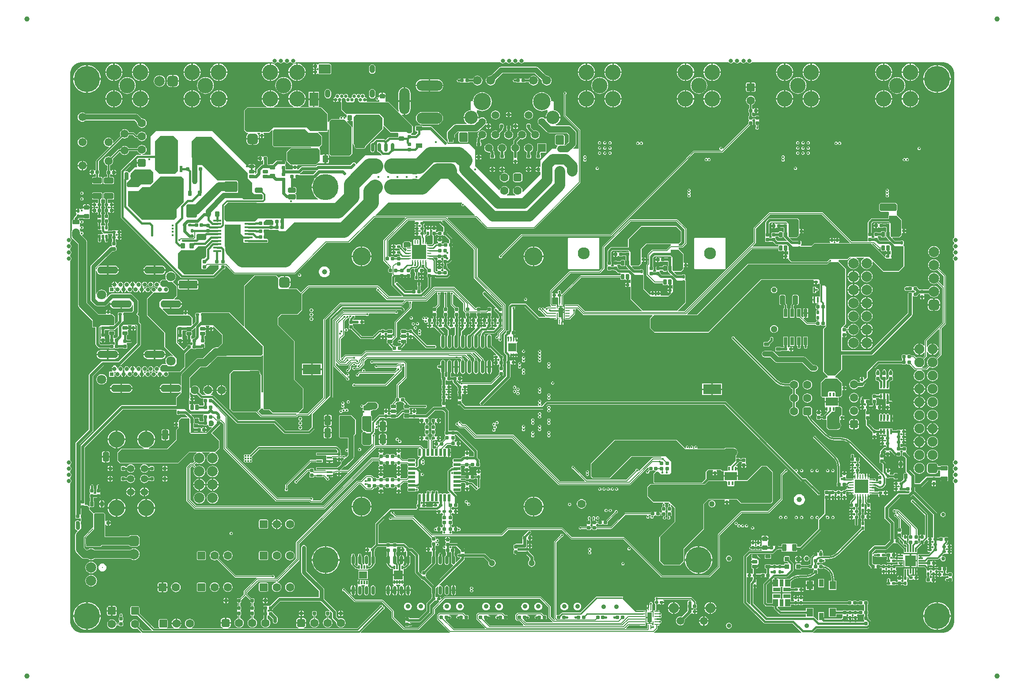
<source format=gbl>
G04*
G04 #@! TF.GenerationSoftware,Altium Limited,Altium Designer,19.1.6 (110)*
G04*
G04 Layer_Physical_Order=6*
G04 Layer_Color=16711680*
%FSLAX44Y44*%
%MOMM*%
G71*
G01*
G75*
%ADD10C,0.2000*%
%ADD11C,0.2500*%
%ADD12C,0.3000*%
%ADD13C,1.0000*%
%ADD16C,0.4000*%
%ADD17C,0.1500*%
%ADD43C,1.6000*%
G04:AMPARAMS|DCode=54|XSize=1mm|YSize=0.9mm|CornerRadius=0.1125mm|HoleSize=0mm|Usage=FLASHONLY|Rotation=270.000|XOffset=0mm|YOffset=0mm|HoleType=Round|Shape=RoundedRectangle|*
%AMROUNDEDRECTD54*
21,1,1.0000,0.6750,0,0,270.0*
21,1,0.7750,0.9000,0,0,270.0*
1,1,0.2250,-0.3375,-0.3875*
1,1,0.2250,-0.3375,0.3875*
1,1,0.2250,0.3375,0.3875*
1,1,0.2250,0.3375,-0.3875*
%
%ADD54ROUNDEDRECTD54*%
G04:AMPARAMS|DCode=56|XSize=1.8mm|YSize=1.15mm|CornerRadius=0.1438mm|HoleSize=0mm|Usage=FLASHONLY|Rotation=180.000|XOffset=0mm|YOffset=0mm|HoleType=Round|Shape=RoundedRectangle|*
%AMROUNDEDRECTD56*
21,1,1.8000,0.8625,0,0,180.0*
21,1,1.5125,1.1500,0,0,180.0*
1,1,0.2875,-0.7563,0.4313*
1,1,0.2875,0.7563,0.4313*
1,1,0.2875,0.7563,-0.4313*
1,1,0.2875,-0.7563,-0.4313*
%
%ADD56ROUNDEDRECTD56*%
G04:AMPARAMS|DCode=87|XSize=0.6mm|YSize=0.6mm|CornerRadius=0.06mm|HoleSize=0mm|Usage=FLASHONLY|Rotation=180.000|XOffset=0mm|YOffset=0mm|HoleType=Round|Shape=RoundedRectangle|*
%AMROUNDEDRECTD87*
21,1,0.6000,0.4800,0,0,180.0*
21,1,0.4800,0.6000,0,0,180.0*
1,1,0.1200,-0.2400,0.2400*
1,1,0.1200,0.2400,0.2400*
1,1,0.1200,0.2400,-0.2400*
1,1,0.1200,-0.2400,-0.2400*
%
%ADD87ROUNDEDRECTD87*%
G04:AMPARAMS|DCode=88|XSize=2.5mm|YSize=2mm|CornerRadius=0.25mm|HoleSize=0mm|Usage=FLASHONLY|Rotation=90.000|XOffset=0mm|YOffset=0mm|HoleType=Round|Shape=RoundedRectangle|*
%AMROUNDEDRECTD88*
21,1,2.5000,1.5000,0,0,90.0*
21,1,2.0000,2.0000,0,0,90.0*
1,1,0.5000,0.7500,1.0000*
1,1,0.5000,0.7500,-1.0000*
1,1,0.5000,-0.7500,-1.0000*
1,1,0.5000,-0.7500,1.0000*
%
%ADD88ROUNDEDRECTD88*%
G04:AMPARAMS|DCode=89|XSize=0.5mm|YSize=0.6mm|CornerRadius=0.05mm|HoleSize=0mm|Usage=FLASHONLY|Rotation=90.000|XOffset=0mm|YOffset=0mm|HoleType=Round|Shape=RoundedRectangle|*
%AMROUNDEDRECTD89*
21,1,0.5000,0.5000,0,0,90.0*
21,1,0.4000,0.6000,0,0,90.0*
1,1,0.1000,0.2500,0.2000*
1,1,0.1000,0.2500,-0.2000*
1,1,0.1000,-0.2500,-0.2000*
1,1,0.1000,-0.2500,0.2000*
%
%ADD89ROUNDEDRECTD89*%
G04:AMPARAMS|DCode=90|XSize=0.5mm|YSize=0.6mm|CornerRadius=0.05mm|HoleSize=0mm|Usage=FLASHONLY|Rotation=0.000|XOffset=0mm|YOffset=0mm|HoleType=Round|Shape=RoundedRectangle|*
%AMROUNDEDRECTD90*
21,1,0.5000,0.5000,0,0,0.0*
21,1,0.4000,0.6000,0,0,0.0*
1,1,0.1000,0.2000,-0.2500*
1,1,0.1000,-0.2000,-0.2500*
1,1,0.1000,-0.2000,0.2500*
1,1,0.1000,0.2000,0.2500*
%
%ADD90ROUNDEDRECTD90*%
G04:AMPARAMS|DCode=91|XSize=1.4mm|YSize=1mm|CornerRadius=0.125mm|HoleSize=0mm|Usage=FLASHONLY|Rotation=90.000|XOffset=0mm|YOffset=0mm|HoleType=Round|Shape=RoundedRectangle|*
%AMROUNDEDRECTD91*
21,1,1.4000,0.7500,0,0,90.0*
21,1,1.1500,1.0000,0,0,90.0*
1,1,0.2500,0.3750,0.5750*
1,1,0.2500,0.3750,-0.5750*
1,1,0.2500,-0.3750,-0.5750*
1,1,0.2500,-0.3750,0.5750*
%
%ADD91ROUNDEDRECTD91*%
%ADD92R,3.5000X1.9000*%
G04:AMPARAMS|DCode=93|XSize=0.6mm|YSize=0.6mm|CornerRadius=0.06mm|HoleSize=0mm|Usage=FLASHONLY|Rotation=90.000|XOffset=0mm|YOffset=0mm|HoleType=Round|Shape=RoundedRectangle|*
%AMROUNDEDRECTD93*
21,1,0.6000,0.4800,0,0,90.0*
21,1,0.4800,0.6000,0,0,90.0*
1,1,0.1200,0.2400,0.2400*
1,1,0.1200,0.2400,-0.2400*
1,1,0.1200,-0.2400,-0.2400*
1,1,0.1200,-0.2400,0.2400*
%
%ADD93ROUNDEDRECTD93*%
G04:AMPARAMS|DCode=94|XSize=0.6mm|YSize=0.7mm|CornerRadius=0.075mm|HoleSize=0mm|Usage=FLASHONLY|Rotation=270.000|XOffset=0mm|YOffset=0mm|HoleType=Round|Shape=RoundedRectangle|*
%AMROUNDEDRECTD94*
21,1,0.6000,0.5500,0,0,270.0*
21,1,0.4500,0.7000,0,0,270.0*
1,1,0.1500,-0.2750,-0.2250*
1,1,0.1500,-0.2750,0.2250*
1,1,0.1500,0.2750,0.2250*
1,1,0.1500,0.2750,-0.2250*
%
%ADD94ROUNDEDRECTD94*%
%ADD184R,2.5000X2.5000*%
%ADD185C,1.1000*%
%ADD186C,1.4000*%
%ADD189C,1.5080*%
%ADD198C,0.7500*%
%ADD199C,1.3000*%
%ADD204C,1.5000*%
%ADD210C,0.9000*%
%ADD212C,1.9000*%
%ADD214C,3.1000*%
%ADD218C,1.0000*%
%ADD222C,0.3250*%
%ADD223C,0.6000*%
%ADD224C,0.7000*%
%ADD225C,0.5000*%
%ADD226C,0.3500*%
%ADD227C,0.8000*%
%ADD229C,1.6800*%
%ADD230C,1.4080*%
%ADD231R,1.5080X1.5080*%
%ADD232C,2.5500*%
%ADD233C,3.3500*%
%ADD234C,1.5500*%
%ADD235O,2.0000X5.0000*%
%ADD236O,5.0000X2.2000*%
%ADD237O,5.0000X2.0000*%
%ADD238C,2.3000*%
%ADD239C,1.2000*%
%ADD240C,5.0000*%
%ADD241O,1.0000X1.6000*%
%ADD242C,0.6500*%
%ADD243C,1.9500*%
%ADD244C,2.0000*%
G04:AMPARAMS|DCode=245|XSize=2mm|YSize=2mm|CornerRadius=0.5mm|HoleSize=0mm|Usage=FLASHONLY|Rotation=270.000|XOffset=0mm|YOffset=0mm|HoleType=Round|Shape=RoundedRectangle|*
%AMROUNDEDRECTD245*
21,1,2.0000,1.0000,0,0,270.0*
21,1,1.0000,2.0000,0,0,270.0*
1,1,1.0000,-0.5000,-0.5000*
1,1,1.0000,-0.5000,0.5000*
1,1,1.0000,0.5000,0.5000*
1,1,1.0000,0.5000,-0.5000*
%
%ADD245ROUNDEDRECTD245*%
G04:AMPARAMS|DCode=246|XSize=1.6mm|YSize=1.6mm|CornerRadius=0.4mm|HoleSize=0mm|Usage=FLASHONLY|Rotation=90.000|XOffset=0mm|YOffset=0mm|HoleType=Round|Shape=RoundedRectangle|*
%AMROUNDEDRECTD246*
21,1,1.6000,0.8000,0,0,90.0*
21,1,0.8000,1.6000,0,0,90.0*
1,1,0.8000,0.4000,0.4000*
1,1,0.8000,0.4000,-0.4000*
1,1,0.8000,-0.4000,-0.4000*
1,1,0.8000,-0.4000,0.4000*
%
%ADD246ROUNDEDRECTD246*%
%ADD247O,4.0000X1.4000*%
%ADD248C,0.8000*%
%ADD249R,0.8000X0.8000*%
%ADD250C,1.8000*%
G04:AMPARAMS|DCode=251|XSize=1.524mm|YSize=1.524mm|CornerRadius=0.1905mm|HoleSize=0mm|Usage=FLASHONLY|Rotation=90.000|XOffset=0mm|YOffset=0mm|HoleType=Round|Shape=RoundedRectangle|*
%AMROUNDEDRECTD251*
21,1,1.5240,1.1430,0,0,90.0*
21,1,1.1430,1.5240,0,0,90.0*
1,1,0.3810,0.5715,0.5715*
1,1,0.3810,0.5715,-0.5715*
1,1,0.3810,-0.5715,-0.5715*
1,1,0.3810,-0.5715,0.5715*
%
%ADD251ROUNDEDRECTD251*%
%ADD252C,3.0000*%
%ADD253C,0.2500*%
G04:AMPARAMS|DCode=254|XSize=1.9mm|YSize=1.9mm|CornerRadius=0.475mm|HoleSize=0mm|Usage=FLASHONLY|Rotation=90.000|XOffset=0mm|YOffset=0mm|HoleType=Round|Shape=RoundedRectangle|*
%AMROUNDEDRECTD254*
21,1,1.9000,0.9500,0,0,90.0*
21,1,0.9500,1.9000,0,0,90.0*
1,1,0.9500,0.4750,0.4750*
1,1,0.9500,0.4750,-0.4750*
1,1,0.9500,-0.4750,-0.4750*
1,1,0.9500,-0.4750,0.4750*
%
%ADD254ROUNDEDRECTD254*%
G04:AMPARAMS|DCode=255|XSize=1.6mm|YSize=1.6mm|CornerRadius=0.4mm|HoleSize=0mm|Usage=FLASHONLY|Rotation=180.000|XOffset=0mm|YOffset=0mm|HoleType=Round|Shape=RoundedRectangle|*
%AMROUNDEDRECTD255*
21,1,1.6000,0.8000,0,0,180.0*
21,1,0.8000,1.6000,0,0,180.0*
1,1,0.8000,-0.4000,0.4000*
1,1,0.8000,0.4000,0.4000*
1,1,0.8000,0.4000,-0.4000*
1,1,0.8000,-0.4000,-0.4000*
%
%ADD255ROUNDEDRECTD255*%
G04:AMPARAMS|DCode=256|XSize=1.524mm|YSize=1.524mm|CornerRadius=0.1905mm|HoleSize=0mm|Usage=FLASHONLY|Rotation=0.000|XOffset=0mm|YOffset=0mm|HoleType=Round|Shape=RoundedRectangle|*
%AMROUNDEDRECTD256*
21,1,1.5240,1.1430,0,0,0.0*
21,1,1.1430,1.5240,0,0,0.0*
1,1,0.3810,0.5715,-0.5715*
1,1,0.3810,-0.5715,-0.5715*
1,1,0.3810,-0.5715,0.5715*
1,1,0.3810,0.5715,0.5715*
%
%ADD256ROUNDEDRECTD256*%
G04:AMPARAMS|DCode=257|XSize=2mm|YSize=2mm|CornerRadius=0.5mm|HoleSize=0mm|Usage=FLASHONLY|Rotation=180.000|XOffset=0mm|YOffset=0mm|HoleType=Round|Shape=RoundedRectangle|*
%AMROUNDEDRECTD257*
21,1,2.0000,1.0000,0,0,180.0*
21,1,1.0000,2.0000,0,0,180.0*
1,1,1.0000,-0.5000,0.5000*
1,1,1.0000,0.5000,0.5000*
1,1,1.0000,0.5000,-0.5000*
1,1,1.0000,-0.5000,-0.5000*
%
%ADD257ROUNDEDRECTD257*%
%ADD258C,3.5000*%
%ADD259C,0.5000*%
%ADD260C,0.4000*%
%ADD261C,2.0000*%
%ADD262C,1.5000*%
%ADD264C,1.3000*%
G04:AMPARAMS|DCode=265|XSize=1mm|YSize=1.5mm|CornerRadius=0.25mm|HoleSize=0mm|Usage=FLASHONLY|Rotation=90.000|XOffset=0mm|YOffset=0mm|HoleType=Round|Shape=RoundedRectangle|*
%AMROUNDEDRECTD265*
21,1,1.0000,1.0000,0,0,90.0*
21,1,0.5000,1.5000,0,0,90.0*
1,1,0.5000,0.5000,0.2500*
1,1,0.5000,0.5000,-0.2500*
1,1,0.5000,-0.5000,-0.2500*
1,1,0.5000,-0.5000,0.2500*
%
%ADD265ROUNDEDRECTD265*%
G04:AMPARAMS|DCode=266|XSize=3.6mm|YSize=1.5mm|CornerRadius=0.1875mm|HoleSize=0mm|Usage=FLASHONLY|Rotation=0.000|XOffset=0mm|YOffset=0mm|HoleType=Round|Shape=RoundedRectangle|*
%AMROUNDEDRECTD266*
21,1,3.6000,1.1250,0,0,0.0*
21,1,3.2250,1.5000,0,0,0.0*
1,1,0.3750,1.6125,-0.5625*
1,1,0.3750,-1.6125,-0.5625*
1,1,0.3750,-1.6125,0.5625*
1,1,0.3750,1.6125,0.5625*
%
%ADD266ROUNDEDRECTD266*%
G04:AMPARAMS|DCode=267|XSize=2.5mm|YSize=2mm|CornerRadius=0.25mm|HoleSize=0mm|Usage=FLASHONLY|Rotation=180.000|XOffset=0mm|YOffset=0mm|HoleType=Round|Shape=RoundedRectangle|*
%AMROUNDEDRECTD267*
21,1,2.5000,1.5000,0,0,180.0*
21,1,2.0000,2.0000,0,0,180.0*
1,1,0.5000,-1.0000,0.7500*
1,1,0.5000,1.0000,0.7500*
1,1,0.5000,1.0000,-0.7500*
1,1,0.5000,-1.0000,-0.7500*
%
%ADD267ROUNDEDRECTD267*%
G04:AMPARAMS|DCode=268|XSize=0.45mm|YSize=0.7mm|CornerRadius=0.0563mm|HoleSize=0mm|Usage=FLASHONLY|Rotation=180.000|XOffset=0mm|YOffset=0mm|HoleType=Round|Shape=RoundedRectangle|*
%AMROUNDEDRECTD268*
21,1,0.4500,0.5875,0,0,180.0*
21,1,0.3375,0.7000,0,0,180.0*
1,1,0.1125,-0.1688,0.2938*
1,1,0.1125,0.1688,0.2938*
1,1,0.1125,0.1688,-0.2938*
1,1,0.1125,-0.1688,-0.2938*
%
%ADD268ROUNDEDRECTD268*%
%ADD269O,0.2500X0.9000*%
%ADD270O,0.9000X0.2500*%
G04:AMPARAMS|DCode=271|XSize=0.6mm|YSize=1mm|CornerRadius=0.075mm|HoleSize=0mm|Usage=FLASHONLY|Rotation=90.000|XOffset=0mm|YOffset=0mm|HoleType=Round|Shape=RoundedRectangle|*
%AMROUNDEDRECTD271*
21,1,0.6000,0.8500,0,0,90.0*
21,1,0.4500,1.0000,0,0,90.0*
1,1,0.1500,0.4250,0.2250*
1,1,0.1500,0.4250,-0.2250*
1,1,0.1500,-0.4250,-0.2250*
1,1,0.1500,-0.4250,0.2250*
%
%ADD271ROUNDEDRECTD271*%
%ADD272R,0.4000X1.0000*%
%ADD273R,2.1000X2.1000*%
%ADD274R,0.8500X0.3000*%
%ADD275R,0.3000X0.8500*%
%ADD276R,0.4000X0.8500*%
G04:AMPARAMS|DCode=277|XSize=0.6mm|YSize=1mm|CornerRadius=0.075mm|HoleSize=0mm|Usage=FLASHONLY|Rotation=180.000|XOffset=0mm|YOffset=0mm|HoleType=Round|Shape=RoundedRectangle|*
%AMROUNDEDRECTD277*
21,1,0.6000,0.8500,0,0,180.0*
21,1,0.4500,1.0000,0,0,180.0*
1,1,0.1500,-0.2250,0.4250*
1,1,0.1500,0.2250,0.4250*
1,1,0.1500,0.2250,-0.4250*
1,1,0.1500,-0.2250,-0.4250*
%
%ADD277ROUNDEDRECTD277*%
%ADD278R,2.3500X1.6000*%
%ADD279R,0.3000X0.7000*%
G04:AMPARAMS|DCode=280|XSize=1.6mm|YSize=3.65mm|CornerRadius=0.4mm|HoleSize=0mm|Usage=FLASHONLY|Rotation=180.000|XOffset=0mm|YOffset=0mm|HoleType=Round|Shape=RoundedRectangle|*
%AMROUNDEDRECTD280*
21,1,1.6000,2.8500,0,0,180.0*
21,1,0.8000,3.6500,0,0,180.0*
1,1,0.8000,-0.4000,1.4250*
1,1,0.8000,0.4000,1.4250*
1,1,0.8000,0.4000,-1.4250*
1,1,0.8000,-0.4000,-1.4250*
%
%ADD280ROUNDEDRECTD280*%
%ADD281R,1.7000X2.5000*%
G04:AMPARAMS|DCode=282|XSize=1.7mm|YSize=2mm|CornerRadius=0.425mm|HoleSize=0mm|Usage=FLASHONLY|Rotation=90.000|XOffset=0mm|YOffset=0mm|HoleType=Round|Shape=RoundedRectangle|*
%AMROUNDEDRECTD282*
21,1,1.7000,1.1500,0,0,90.0*
21,1,0.8500,2.0000,0,0,90.0*
1,1,0.8500,0.5750,0.4250*
1,1,0.8500,0.5750,-0.4250*
1,1,0.8500,-0.5750,-0.4250*
1,1,0.8500,-0.5750,0.4250*
%
%ADD282ROUNDEDRECTD282*%
%ADD283R,1.2000X1.5000*%
%ADD284R,0.9000X1.4000*%
%ADD285R,0.7000X1.3500*%
%ADD286R,1.3500X0.7000*%
%ADD287R,1.0000X1.3500*%
G04:AMPARAMS|DCode=288|XSize=0.9mm|YSize=0.9mm|CornerRadius=0.1125mm|HoleSize=0mm|Usage=FLASHONLY|Rotation=0.000|XOffset=0mm|YOffset=0mm|HoleType=Round|Shape=RoundedRectangle|*
%AMROUNDEDRECTD288*
21,1,0.9000,0.6750,0,0,0.0*
21,1,0.6750,0.9000,0,0,0.0*
1,1,0.2250,0.3375,-0.3375*
1,1,0.2250,-0.3375,-0.3375*
1,1,0.2250,-0.3375,0.3375*
1,1,0.2250,0.3375,0.3375*
%
%ADD288ROUNDEDRECTD288*%
%ADD289R,1.6000X1.6000*%
%ADD290R,0.2500X0.6250*%
%ADD291R,0.3000X0.6500*%
%ADD292R,1.7000X1.7000*%
%ADD293R,1.6000X1.4000*%
%ADD294R,0.3000X0.8000*%
G04:AMPARAMS|DCode=295|XSize=0.5mm|YSize=1.4mm|CornerRadius=0.05mm|HoleSize=0mm|Usage=FLASHONLY|Rotation=0.000|XOffset=0mm|YOffset=0mm|HoleType=Round|Shape=RoundedRectangle|*
%AMROUNDEDRECTD295*
21,1,0.5000,1.3000,0,0,0.0*
21,1,0.4000,1.4000,0,0,0.0*
1,1,0.1000,0.2000,-0.6500*
1,1,0.1000,-0.2000,-0.6500*
1,1,0.1000,-0.2000,0.6500*
1,1,0.1000,0.2000,0.6500*
%
%ADD295ROUNDEDRECTD295*%
G04:AMPARAMS|DCode=296|XSize=0.5mm|YSize=1.4mm|CornerRadius=0.05mm|HoleSize=0mm|Usage=FLASHONLY|Rotation=90.000|XOffset=0mm|YOffset=0mm|HoleType=Round|Shape=RoundedRectangle|*
%AMROUNDEDRECTD296*
21,1,0.5000,1.3000,0,0,90.0*
21,1,0.4000,1.4000,0,0,90.0*
1,1,0.1000,0.6500,0.2000*
1,1,0.1000,0.6500,-0.2000*
1,1,0.1000,-0.6500,-0.2000*
1,1,0.1000,-0.6500,0.2000*
%
%ADD296ROUNDEDRECTD296*%
%ADD297O,0.6000X1.7000*%
%ADD298R,0.9000X1.8400*%
G04:AMPARAMS|DCode=299|XSize=1.22mm|YSize=0.91mm|CornerRadius=0.1138mm|HoleSize=0mm|Usage=FLASHONLY|Rotation=180.000|XOffset=0mm|YOffset=0mm|HoleType=Round|Shape=RoundedRectangle|*
%AMROUNDEDRECTD299*
21,1,1.2200,0.6825,0,0,180.0*
21,1,0.9925,0.9100,0,0,180.0*
1,1,0.2275,-0.4963,0.3413*
1,1,0.2275,0.4963,0.3413*
1,1,0.2275,0.4963,-0.3413*
1,1,0.2275,-0.4963,-0.3413*
%
%ADD299ROUNDEDRECTD299*%
%ADD300R,0.2500X0.9000*%
%ADD301R,0.9000X0.2500*%
%ADD302R,0.9000X1.9000*%
%ADD303O,0.7000X2.5000*%
%ADD304R,3.1000X4.3000*%
%ADD305R,1.6000X0.3600*%
%ADD306R,0.6500X1.5250*%
%ADD307R,0.3600X1.0000*%
G04:AMPARAMS|DCode=308|XSize=0.5mm|YSize=0.6mm|CornerRadius=0.0625mm|HoleSize=0mm|Usage=FLASHONLY|Rotation=0.000|XOffset=0mm|YOffset=0mm|HoleType=Round|Shape=RoundedRectangle|*
%AMROUNDEDRECTD308*
21,1,0.5000,0.4750,0,0,0.0*
21,1,0.3750,0.6000,0,0,0.0*
1,1,0.1250,0.1875,-0.2375*
1,1,0.1250,-0.1875,-0.2375*
1,1,0.1250,-0.1875,0.2375*
1,1,0.1250,0.1875,0.2375*
%
%ADD308ROUNDEDRECTD308*%
%ADD309R,0.2550X0.5000*%
%ADD310R,0.6100X1.2700*%
%ADD311R,0.6100X0.7700*%
%ADD312R,3.9100X3.7500*%
G04:AMPARAMS|DCode=313|XSize=1mm|YSize=1.8mm|CornerRadius=0.25mm|HoleSize=0mm|Usage=FLASHONLY|Rotation=180.000|XOffset=0mm|YOffset=0mm|HoleType=Round|Shape=RoundedRectangle|*
%AMROUNDEDRECTD313*
21,1,1.0000,1.3000,0,0,180.0*
21,1,0.5000,1.8000,0,0,180.0*
1,1,0.5000,-0.2500,0.6500*
1,1,0.5000,0.2500,0.6500*
1,1,0.5000,0.2500,-0.6500*
1,1,0.5000,-0.2500,-0.6500*
%
%ADD313ROUNDEDRECTD313*%
G04:AMPARAMS|DCode=314|XSize=0.2393mm|YSize=0.7811mm|CornerRadius=0.0598mm|HoleSize=0mm|Usage=FLASHONLY|Rotation=180.000|XOffset=0mm|YOffset=0mm|HoleType=Round|Shape=RoundedRectangle|*
%AMROUNDEDRECTD314*
21,1,0.2393,0.6614,0,0,180.0*
21,1,0.1196,0.7811,0,0,180.0*
1,1,0.1196,-0.0598,0.3307*
1,1,0.1196,0.0598,0.3307*
1,1,0.1196,0.0598,-0.3307*
1,1,0.1196,-0.0598,-0.3307*
%
%ADD314ROUNDEDRECTD314*%
G04:AMPARAMS|DCode=315|XSize=0.7811mm|YSize=0.2393mm|CornerRadius=0.0598mm|HoleSize=0mm|Usage=FLASHONLY|Rotation=180.000|XOffset=0mm|YOffset=0mm|HoleType=Round|Shape=RoundedRectangle|*
%AMROUNDEDRECTD315*
21,1,0.7811,0.1196,0,0,180.0*
21,1,0.6614,0.2393,0,0,180.0*
1,1,0.1196,-0.3307,0.0598*
1,1,0.1196,0.3307,0.0598*
1,1,0.1196,0.3307,-0.0598*
1,1,0.1196,-0.3307,-0.0598*
%
%ADD315ROUNDEDRECTD315*%
%ADD316R,0.7811X0.2393*%
%ADD317R,2.7000X2.7000*%
G04:AMPARAMS|DCode=318|XSize=0.6mm|YSize=0.7mm|CornerRadius=0.075mm|HoleSize=0mm|Usage=FLASHONLY|Rotation=180.000|XOffset=0mm|YOffset=0mm|HoleType=Round|Shape=RoundedRectangle|*
%AMROUNDEDRECTD318*
21,1,0.6000,0.5500,0,0,180.0*
21,1,0.4500,0.7000,0,0,180.0*
1,1,0.1500,-0.2250,0.2750*
1,1,0.1500,0.2250,0.2750*
1,1,0.1500,0.2250,-0.2750*
1,1,0.1500,-0.2250,-0.2750*
%
%ADD318ROUNDEDRECTD318*%
G04:AMPARAMS|DCode=319|XSize=1.3mm|YSize=0.8mm|CornerRadius=0.1mm|HoleSize=0mm|Usage=FLASHONLY|Rotation=90.000|XOffset=0mm|YOffset=0mm|HoleType=Round|Shape=RoundedRectangle|*
%AMROUNDEDRECTD319*
21,1,1.3000,0.6000,0,0,90.0*
21,1,1.1000,0.8000,0,0,90.0*
1,1,0.2000,0.3000,0.5500*
1,1,0.2000,0.3000,-0.5500*
1,1,0.2000,-0.3000,-0.5500*
1,1,0.2000,-0.3000,0.5500*
%
%ADD319ROUNDEDRECTD319*%
G04:AMPARAMS|DCode=320|XSize=1mm|YSize=0.9mm|CornerRadius=0.1125mm|HoleSize=0mm|Usage=FLASHONLY|Rotation=180.000|XOffset=0mm|YOffset=0mm|HoleType=Round|Shape=RoundedRectangle|*
%AMROUNDEDRECTD320*
21,1,1.0000,0.6750,0,0,180.0*
21,1,0.7750,0.9000,0,0,180.0*
1,1,0.2250,-0.3875,0.3375*
1,1,0.2250,0.3875,0.3375*
1,1,0.2250,0.3875,-0.3375*
1,1,0.2250,-0.3875,-0.3375*
%
%ADD320ROUNDEDRECTD320*%
G04:AMPARAMS|DCode=321|XSize=1.3mm|YSize=0.8mm|CornerRadius=0.1mm|HoleSize=0mm|Usage=FLASHONLY|Rotation=0.000|XOffset=0mm|YOffset=0mm|HoleType=Round|Shape=RoundedRectangle|*
%AMROUNDEDRECTD321*
21,1,1.3000,0.6000,0,0,0.0*
21,1,1.1000,0.8000,0,0,0.0*
1,1,0.2000,0.5500,-0.3000*
1,1,0.2000,-0.5500,-0.3000*
1,1,0.2000,-0.5500,0.3000*
1,1,0.2000,0.5500,0.3000*
%
%ADD321ROUNDEDRECTD321*%
G04:AMPARAMS|DCode=322|XSize=1.8mm|YSize=1.15mm|CornerRadius=0.1438mm|HoleSize=0mm|Usage=FLASHONLY|Rotation=270.000|XOffset=0mm|YOffset=0mm|HoleType=Round|Shape=RoundedRectangle|*
%AMROUNDEDRECTD322*
21,1,1.8000,0.8625,0,0,270.0*
21,1,1.5125,1.1500,0,0,270.0*
1,1,0.2875,-0.4313,-0.7563*
1,1,0.2875,-0.4313,0.7563*
1,1,0.2875,0.4313,0.7563*
1,1,0.2875,0.4313,-0.7563*
%
%ADD322ROUNDEDRECTD322*%
%ADD323R,3.7000X1.6000*%
%ADD324R,1.0000X0.3600*%
%ADD325C,1.7000*%
%ADD326C,3.0000*%
G36*
X1681337Y1096808D02*
X1685540Y1095067D01*
X1689322Y1092539D01*
X1692539Y1089322D01*
X1695067Y1085540D01*
X1696808Y1081337D01*
X1697695Y1076875D01*
X1697695Y1074600D01*
X1697695Y767488D01*
Y760723D01*
X1696395Y759855D01*
X1695290Y758201D01*
X1694902Y756250D01*
X1695290Y754299D01*
X1696395Y752645D01*
X1697695Y751776D01*
Y748973D01*
X1696395Y748105D01*
X1695290Y746451D01*
X1694902Y744500D01*
X1695290Y742549D01*
X1696395Y740895D01*
X1697695Y740026D01*
X1697695Y736973D01*
X1696395Y736105D01*
X1695290Y734451D01*
X1694902Y732500D01*
X1695290Y730549D01*
X1696395Y728895D01*
X1697695Y728026D01*
Y724973D01*
X1696395Y724105D01*
X1695290Y722451D01*
X1694902Y720500D01*
X1695290Y718549D01*
X1696395Y716895D01*
X1697695Y716026D01*
Y709250D01*
X1697695Y340750D01*
X1697695Y333974D01*
X1696395Y333105D01*
X1695290Y331451D01*
X1694902Y329500D01*
X1695290Y327549D01*
X1696395Y325895D01*
X1697695Y325027D01*
X1697695Y321974D01*
X1696395Y321105D01*
X1695290Y319451D01*
X1694902Y317500D01*
X1695290Y315549D01*
X1696395Y313895D01*
X1697695Y313027D01*
X1697695Y309974D01*
X1696395Y309105D01*
X1695290Y307451D01*
X1694902Y305500D01*
X1695290Y303549D01*
X1696395Y301895D01*
X1697695Y301027D01*
X1697695Y298224D01*
X1696395Y297355D01*
X1695290Y295701D01*
X1694902Y293750D01*
X1695290Y291799D01*
X1696395Y290145D01*
X1697695Y289277D01*
X1697695Y282500D01*
Y25400D01*
Y23125D01*
X1696808Y18663D01*
X1695067Y14460D01*
X1692539Y10678D01*
X1689322Y7461D01*
X1685540Y4933D01*
X1681337Y3192D01*
X1676875Y2305D01*
X1427280D01*
X1426895Y3575D01*
X1426913Y3587D01*
X1433767Y10441D01*
X1531141D01*
X1531141Y10441D01*
X1532312Y10674D01*
X1533304Y11337D01*
X1537163Y15196D01*
X1537826Y16188D01*
X1538059Y17359D01*
Y24050D01*
X1537826Y25221D01*
X1537163Y26213D01*
X1532431Y30944D01*
Y33050D01*
X1532307Y33674D01*
X1531954Y34204D01*
X1531459Y34534D01*
Y37766D01*
X1531954Y38096D01*
X1532307Y38626D01*
X1532431Y39250D01*
Y44050D01*
X1532307Y44674D01*
X1531954Y45203D01*
X1531459Y45534D01*
Y56216D01*
X1531803Y56446D01*
X1532157Y56976D01*
X1532281Y57600D01*
Y62400D01*
X1532157Y63024D01*
X1531803Y63554D01*
X1531274Y63907D01*
X1530650Y64031D01*
X1525850D01*
X1525226Y63907D01*
X1524696Y63554D01*
X1524661Y63500D01*
X1521839Y63500D01*
X1521804Y63554D01*
X1521274Y63907D01*
X1520650Y64031D01*
X1515850D01*
X1515226Y63907D01*
X1514697Y63554D01*
X1514366Y63059D01*
X1510884D01*
X1510553Y63554D01*
X1510024Y63907D01*
X1509400Y64031D01*
X1504600D01*
X1503976Y63907D01*
X1503446Y63554D01*
X1503411Y63500D01*
X1500589D01*
X1500553Y63554D01*
X1500024Y63907D01*
X1499400Y64031D01*
X1494600D01*
X1493976Y63907D01*
X1493447Y63554D01*
X1493116Y63059D01*
X1407250D01*
Y66145D01*
X1407634Y66720D01*
X1407789Y67500D01*
Y68500D01*
X1403750D01*
X1399711D01*
Y67500D01*
X1399866Y66720D01*
X1400250Y66145D01*
Y63059D01*
X1397250Y63059D01*
X1397250Y66145D01*
X1397634Y66720D01*
X1397789Y67500D01*
Y68500D01*
X1393750D01*
X1389711D01*
Y67500D01*
X1389866Y66720D01*
X1390250Y66145D01*
Y63059D01*
X1384250Y63059D01*
Y67480D01*
X1384250Y67750D01*
Y68750D01*
X1384250Y69020D01*
Y77750D01*
X1368750D01*
Y69020D01*
X1368750Y68750D01*
X1368098Y67750D01*
X1365402D01*
X1364750Y68750D01*
X1364750Y69020D01*
Y77750D01*
X1349250D01*
Y69020D01*
X1349250Y68750D01*
X1349250Y67750D01*
X1349250Y67480D01*
Y59559D01*
X1339017D01*
X1337809Y60767D01*
Y94233D01*
X1347577Y104001D01*
X1348750Y103515D01*
Y100000D01*
X1353750D01*
Y106750D01*
X1351985D01*
X1351499Y107923D01*
X1353267Y109691D01*
X1376250D01*
X1376250Y109691D01*
X1377421Y109924D01*
X1378413Y110587D01*
X1388663Y120837D01*
X1389326Y121829D01*
X1389559Y123000D01*
X1389559Y123000D01*
Y134500D01*
X1389559Y134500D01*
X1389326Y135670D01*
X1388663Y136663D01*
X1388663Y136663D01*
X1382292Y143034D01*
Y147625D01*
X1382127Y148454D01*
X1381657Y149157D01*
X1380954Y149627D01*
X1380125Y149792D01*
X1373375D01*
X1372546Y149627D01*
X1371843Y149157D01*
X1371373Y148454D01*
X1371208Y147625D01*
Y140875D01*
X1371373Y140046D01*
X1371843Y139343D01*
X1372546Y138873D01*
X1373375Y138708D01*
X1377966D01*
X1380113Y136562D01*
X1379587Y135292D01*
X1373375D01*
X1372546Y135127D01*
X1371843Y134657D01*
X1371373Y133954D01*
X1371208Y133125D01*
Y132809D01*
X1366392D01*
X1366148Y133398D01*
X1365000Y133874D01*
X1361000D01*
X1359852Y133398D01*
X1359608Y132809D01*
X1356392D01*
X1356148Y133398D01*
X1355000Y133874D01*
X1351000D01*
X1349852Y133398D01*
X1349608Y132809D01*
X1346564D01*
X1346262Y133262D01*
X1345683Y133648D01*
X1345000Y133784D01*
X1336500D01*
X1335817Y133648D01*
X1335238Y133262D01*
X1334852Y132683D01*
X1334716Y132000D01*
Y127500D01*
X1334852Y126817D01*
X1335238Y126238D01*
X1335817Y125851D01*
X1336500Y125716D01*
X1337691D01*
Y116884D01*
X1337197Y116553D01*
X1337161Y116500D01*
X1334339Y116500D01*
X1334304Y116553D01*
X1333774Y116907D01*
X1333150Y117031D01*
X1328350D01*
X1327726Y116907D01*
X1327197Y116553D01*
X1326866Y116059D01*
X1318435D01*
X1318398Y116148D01*
X1317809Y116392D01*
X1317809Y125716D01*
X1319000D01*
X1319683Y125851D01*
X1320262Y126238D01*
X1320648Y126817D01*
X1320784Y127500D01*
Y127797D01*
X1321420Y127924D01*
X1322413Y128587D01*
X1326413Y132587D01*
X1326413Y132587D01*
X1327076Y133579D01*
X1327309Y134750D01*
X1327309Y134750D01*
X1327309Y143000D01*
X1327309Y143000D01*
X1327076Y144171D01*
X1326413Y145163D01*
X1326413Y145163D01*
X1321663Y149913D01*
X1321663Y149913D01*
X1320784Y150500D01*
Y151000D01*
X1320648Y151683D01*
X1320262Y152262D01*
X1319683Y152648D01*
X1319000Y152784D01*
X1310500D01*
X1309817Y152648D01*
X1309238Y152262D01*
X1308852Y151683D01*
X1308716Y151000D01*
Y146500D01*
X1308852Y145817D01*
X1309238Y145238D01*
X1309700Y144930D01*
X1309743Y144433D01*
X1309595Y143601D01*
X1308878Y143122D01*
X1308381Y142378D01*
X1308206Y141500D01*
Y140750D01*
X1314750D01*
Y137750D01*
X1308206D01*
Y137000D01*
X1308381Y136122D01*
X1308878Y135378D01*
X1309595Y134899D01*
X1309743Y134066D01*
X1309700Y133570D01*
X1309238Y133262D01*
X1308852Y132683D01*
X1308716Y132000D01*
Y127500D01*
X1308852Y126817D01*
X1309238Y126238D01*
X1309817Y125851D01*
X1310500Y125716D01*
X1311691D01*
X1311691Y116500D01*
X1308605Y116500D01*
X1308031Y116884D01*
X1307250Y117039D01*
X1306250D01*
Y113000D01*
Y108961D01*
X1307250D01*
X1308031Y109116D01*
X1308605Y109500D01*
X1311691D01*
Y106185D01*
X1311602Y106148D01*
X1311127Y105000D01*
Y103702D01*
X1309337Y101913D01*
X1308674Y100920D01*
X1308619Y100645D01*
X1307087Y99113D01*
X1306424Y98120D01*
X1306191Y96950D01*
X1306191Y96950D01*
Y57930D01*
X1305763Y57609D01*
X1304976Y57350D01*
X1299809Y62517D01*
Y108815D01*
X1300126Y109051D01*
X1301079Y109377D01*
X1301470Y109116D01*
X1302250Y108961D01*
X1303250D01*
Y113000D01*
Y117039D01*
X1302250D01*
X1301470Y116884D01*
X1301079Y116623D01*
X1300126Y116949D01*
X1299809Y117185D01*
Y147733D01*
X1306267Y154191D01*
X1348750D01*
X1348750Y154191D01*
X1349921Y154424D01*
X1350913Y155087D01*
X1357544Y161719D01*
X1359650D01*
X1360274Y161843D01*
X1360804Y162196D01*
X1361134Y162691D01*
X1366461D01*
Y160250D01*
X1366616Y159470D01*
X1367058Y158808D01*
X1367720Y158366D01*
X1368500Y158211D01*
X1374246D01*
X1374500Y158211D01*
X1375500Y158250D01*
X1375500Y158250D01*
X1387500D01*
X1387500Y158250D01*
X1388500Y158211D01*
X1394500D01*
X1395280Y158366D01*
X1395942Y158808D01*
X1396384Y159470D01*
X1396539Y160250D01*
Y161691D01*
X1403250D01*
X1403250Y161691D01*
X1404420Y161924D01*
X1405413Y162587D01*
X1442163Y199337D01*
X1442163Y199337D01*
X1442826Y200329D01*
X1443059Y201500D01*
Y217233D01*
X1450850Y225024D01*
X1452021Y224399D01*
X1451941Y224000D01*
X1452174Y222829D01*
X1452837Y221837D01*
X1453829Y221174D01*
X1455000Y220941D01*
X1456171Y221174D01*
X1457163Y221837D01*
X1457826Y222829D01*
X1458059Y224000D01*
X1457826Y225170D01*
X1457163Y226163D01*
X1456171Y226826D01*
X1455000Y227059D01*
X1454601Y226979D01*
X1453976Y228150D01*
X1454156Y228330D01*
X1454156Y228331D01*
X1454819Y229323D01*
X1455052Y230493D01*
Y255861D01*
X1455059Y255894D01*
Y258219D01*
X1455150D01*
X1455774Y258343D01*
X1456304Y258696D01*
X1456657Y259226D01*
X1456781Y259850D01*
Y264650D01*
X1456657Y265274D01*
X1456304Y265804D01*
X1456250Y265839D01*
X1456250Y267274D01*
X1457148Y268172D01*
X1461000D01*
Y266105D01*
X1460616Y265530D01*
X1460461Y264750D01*
Y263750D01*
X1468539D01*
Y264750D01*
X1468384Y265530D01*
X1468000Y266105D01*
Y269250D01*
X1468978Y269956D01*
X1471272D01*
X1472250Y269250D01*
Y266105D01*
X1471866Y265530D01*
X1471711Y264750D01*
Y263750D01*
X1479789D01*
Y264750D01*
X1479634Y265530D01*
X1479250Y266105D01*
Y269250D01*
X1480228Y269956D01*
X1482522D01*
X1483500Y269250D01*
X1483500Y266105D01*
X1483116Y265530D01*
X1482961Y264750D01*
Y263750D01*
X1491039D01*
Y264750D01*
X1490884Y265530D01*
X1490500Y266105D01*
X1490500Y268284D01*
X1490523Y269344D01*
X1490624Y269750D01*
X1490624Y270469D01*
X1490624Y270469D01*
X1490624Y270771D01*
Y272629D01*
X1491700Y273706D01*
X1494488D01*
X1495119Y272500D01*
X1500750D01*
Y271000D01*
X1502250D01*
Y268196D01*
X1504000D01*
X1504052Y268206D01*
X1504536Y267910D01*
X1505206Y267141D01*
Y261950D01*
X1499128Y255872D01*
X1498631Y255128D01*
X1498456Y254250D01*
Y251531D01*
X1498350D01*
X1497726Y251407D01*
X1497197Y251053D01*
X1496843Y250524D01*
X1496719Y249900D01*
Y245100D01*
X1496843Y244476D01*
X1497197Y243946D01*
X1497726Y243593D01*
X1498350Y243469D01*
X1503150D01*
X1503774Y243593D01*
X1504303Y243946D01*
X1504339Y244000D01*
X1507161D01*
X1507197Y243946D01*
X1507726Y243593D01*
X1508350Y243469D01*
X1508456D01*
X1508456Y240228D01*
X1507750Y239250D01*
X1504605D01*
X1504030Y239634D01*
X1503250Y239789D01*
X1502250D01*
Y235750D01*
Y231711D01*
X1503250D01*
X1504030Y231866D01*
X1504605Y232250D01*
X1507750D01*
X1508456Y231272D01*
X1508456Y228978D01*
X1507237Y228000D01*
X1504605D01*
X1504030Y228384D01*
X1503250Y228539D01*
X1502250D01*
Y224500D01*
Y220461D01*
X1503250D01*
X1504030Y220616D01*
X1504605Y221000D01*
X1506941D01*
Y211250D01*
X1507174Y210079D01*
X1507837Y209087D01*
X1508829Y208424D01*
X1510000Y208191D01*
X1511171Y208424D01*
X1512163Y209087D01*
X1512826Y210079D01*
X1513059Y211250D01*
Y220876D01*
X1513250D01*
X1514398Y221352D01*
X1514874Y222500D01*
Y226500D01*
X1514398Y227648D01*
X1513250Y228123D01*
X1513044D01*
X1513044Y232126D01*
X1513250D01*
X1514398Y232602D01*
X1514874Y233750D01*
Y237750D01*
X1514398Y238898D01*
X1513250Y239373D01*
X1513044D01*
X1513044Y243469D01*
X1513150D01*
X1513774Y243593D01*
X1514303Y243946D01*
X1514657Y244476D01*
X1514781Y245100D01*
Y249186D01*
X1514794Y249250D01*
Y257988D01*
X1516000Y258619D01*
Y264250D01*
X1519000D01*
Y258619D01*
X1520206Y257988D01*
Y251502D01*
X1519352Y251148D01*
X1518876Y250000D01*
Y245000D01*
X1519052Y244577D01*
X1519000Y244500D01*
X1519000D01*
Y240500D01*
X1519000D01*
X1519052Y240423D01*
X1518876Y240000D01*
Y235000D01*
X1519352Y233852D01*
X1519824Y233657D01*
Y229226D01*
X1519476Y229157D01*
X1518947Y228804D01*
X1518593Y228274D01*
X1518469Y227650D01*
Y222850D01*
X1518593Y222226D01*
X1518947Y221696D01*
X1519476Y221343D01*
X1519824Y221274D01*
Y216843D01*
X1519352Y216648D01*
X1518876Y215500D01*
Y210500D01*
X1519052Y210077D01*
X1519000Y210000D01*
X1519000D01*
Y206000D01*
X1519000D01*
X1519052Y205923D01*
X1518876Y205500D01*
Y203162D01*
X1472047Y156332D01*
X1471982Y156235D01*
X1468622Y153478D01*
X1464688Y151375D01*
X1460419Y150080D01*
X1456093Y149654D01*
X1455979Y149676D01*
X1447368D01*
X1446281Y150600D01*
Y155400D01*
X1446157Y156024D01*
X1445804Y156553D01*
X1445251Y157333D01*
X1445203Y158216D01*
X1445309Y158750D01*
X1445076Y159921D01*
X1444413Y160913D01*
X1443421Y161576D01*
X1442250Y161809D01*
X1441080Y161576D01*
X1440087Y160913D01*
X1439424Y159921D01*
X1439191Y158750D01*
X1439297Y158216D01*
X1439249Y157333D01*
X1438696Y156553D01*
X1438661Y156500D01*
X1435839D01*
X1435804Y156553D01*
X1435274Y156907D01*
X1434650Y157031D01*
X1429850D01*
X1429226Y156907D01*
X1428696Y156553D01*
X1428343Y156024D01*
X1428219Y155400D01*
Y152754D01*
X1423607Y148142D01*
X1423027Y147274D01*
X1422823Y146250D01*
X1422824Y146250D01*
Y134359D01*
X1422246Y133781D01*
X1419600D01*
X1418976Y133657D01*
X1418447Y133303D01*
X1418093Y132774D01*
X1418024Y132426D01*
X1404292D01*
Y133125D01*
X1404127Y133954D01*
X1403657Y134657D01*
X1402954Y135127D01*
X1402125Y135292D01*
X1395375D01*
X1394546Y135127D01*
X1393843Y134657D01*
X1393373Y133954D01*
X1393208Y133125D01*
Y126375D01*
X1393373Y125546D01*
X1393843Y124843D01*
X1394546Y124373D01*
X1395375Y124208D01*
X1402125D01*
X1402954Y124373D01*
X1403657Y124843D01*
X1404127Y125546D01*
X1404292Y126375D01*
Y127074D01*
X1418024D01*
X1418093Y126726D01*
X1418447Y126196D01*
X1418976Y125843D01*
X1419600Y125719D01*
X1424400D01*
X1425024Y125843D01*
X1425554Y126196D01*
X1425589Y126250D01*
X1428411Y126250D01*
X1428447Y126196D01*
X1428500Y126161D01*
X1428500Y123339D01*
X1428447Y123303D01*
X1428093Y122774D01*
X1427969Y122150D01*
Y119564D01*
X1425122Y117228D01*
X1421188Y115125D01*
X1416919Y113830D01*
X1413713Y113514D01*
X1412479Y113426D01*
Y113426D01*
X1401021D01*
Y113462D01*
X1396623Y113116D01*
X1392334Y112086D01*
X1388259Y110398D01*
X1384497Y108093D01*
X1382340Y106250D01*
X1372520D01*
X1372250Y106250D01*
X1371250D01*
X1370980Y106250D01*
X1362813D01*
X1361750Y106750D01*
X1361187Y106750D01*
X1356750D01*
Y98500D01*
X1355250D01*
Y97000D01*
X1348750D01*
Y90813D01*
X1348750Y90250D01*
X1349250Y89187D01*
Y80750D01*
X1364750D01*
Y89480D01*
X1364750Y89750D01*
X1365402Y90750D01*
X1368098D01*
X1368750Y89750D01*
X1368750Y89480D01*
Y80750D01*
X1384250D01*
Y82191D01*
X1390565D01*
X1390602Y82102D01*
X1391750Y81626D01*
X1396750D01*
X1397173Y81802D01*
X1397250Y81750D01*
Y81750D01*
X1400395D01*
X1400970Y81366D01*
X1401750Y81211D01*
X1402750D01*
Y85250D01*
Y89289D01*
X1401750D01*
X1400970Y89134D01*
X1400395Y88750D01*
X1397250Y88750D01*
Y88750D01*
X1397173Y88698D01*
X1396750Y88874D01*
X1391750D01*
X1390602Y88398D01*
X1390565Y88309D01*
X1385148D01*
X1384336Y89121D01*
X1384250Y89579D01*
X1384250Y90750D01*
X1384250Y91020D01*
Y100715D01*
X1384953Y101418D01*
X1384953Y101418D01*
X1385887Y102228D01*
X1388378Y104272D01*
X1392312Y106375D01*
X1396581Y107670D01*
X1400907Y108096D01*
X1401021Y108074D01*
X1412479D01*
X1412479Y108038D01*
X1416877Y108384D01*
X1421166Y109414D01*
X1425241Y111102D01*
X1429003Y113407D01*
X1431709Y115719D01*
X1434400D01*
X1435024Y115843D01*
X1435554Y116196D01*
X1435907Y116726D01*
X1436031Y117350D01*
Y122150D01*
X1435907Y122774D01*
X1435554Y123303D01*
X1435500Y123339D01*
X1435500Y125017D01*
X1436733Y126250D01*
X1438411D01*
X1438447Y126196D01*
X1438976Y125843D01*
X1439600Y125719D01*
X1444400D01*
X1445024Y125843D01*
X1445553Y126196D01*
X1445897Y126710D01*
X1445899Y126710D01*
X1449648Y125573D01*
X1453103Y123726D01*
X1456131Y121241D01*
X1458616Y118213D01*
X1460463Y114758D01*
X1461600Y111009D01*
X1461977Y107179D01*
X1461964Y107110D01*
Y102150D01*
X1457640D01*
Y85150D01*
X1471640D01*
Y102150D01*
X1467316D01*
Y107110D01*
X1467387D01*
X1466900Y112063D01*
X1465455Y116825D01*
X1463109Y121214D01*
X1459951Y125062D01*
X1456104Y128219D01*
X1451715Y130565D01*
X1446953Y132009D01*
X1446031Y132100D01*
Y132150D01*
X1445907Y132774D01*
X1445553Y133303D01*
X1445024Y133657D01*
X1444400Y133781D01*
X1439600D01*
X1438976Y133657D01*
X1438447Y133303D01*
X1438411Y133250D01*
X1435589D01*
X1435554Y133303D01*
X1435024Y133657D01*
X1434677Y133726D01*
Y136774D01*
X1435024Y136843D01*
X1435554Y137196D01*
X1435589Y137250D01*
X1438411D01*
X1438447Y137196D01*
X1438976Y136843D01*
X1439600Y136719D01*
X1444400D01*
X1445024Y136843D01*
X1445553Y137196D01*
X1446122Y137730D01*
X1447207Y137750D01*
X1447500Y137691D01*
X1448671Y137924D01*
X1449663Y138587D01*
X1450326Y139579D01*
X1450559Y140750D01*
X1450326Y141920D01*
X1449663Y142913D01*
X1449452Y143054D01*
X1449838Y144324D01*
X1455979D01*
Y144288D01*
X1460377Y144634D01*
X1464666Y145664D01*
X1468741Y147352D01*
X1472502Y149657D01*
X1475857Y152522D01*
X1475832Y152547D01*
X1522161Y198876D01*
X1524500D01*
X1525648Y199352D01*
X1526124Y200500D01*
Y205500D01*
X1525948Y205923D01*
X1526000Y206000D01*
X1526000D01*
Y210000D01*
X1526000D01*
X1525948Y210077D01*
X1526124Y210500D01*
Y215500D01*
X1525648Y216648D01*
X1525176Y216843D01*
Y221274D01*
X1525524Y221343D01*
X1526053Y221696D01*
X1526089Y221750D01*
X1528309D01*
X1528586Y221336D01*
X1529281Y220872D01*
X1530100Y220709D01*
X1531000D01*
Y225250D01*
Y229791D01*
X1530100D01*
X1529281Y229628D01*
X1528586Y229164D01*
X1528309Y228750D01*
X1526249Y228750D01*
X1525176Y229612D01*
Y233657D01*
X1525648Y233852D01*
X1526124Y235000D01*
Y239281D01*
X1526124Y240000D01*
X1526000Y240500D01*
X1526000D01*
Y243534D01*
X1526023Y244594D01*
X1526124Y245000D01*
X1526124Y245719D01*
X1526124Y245719D01*
X1526124Y246021D01*
Y249836D01*
X1526555Y250168D01*
X1527297Y250459D01*
X1529876Y247879D01*
Y245000D01*
X1530052Y244577D01*
X1530000Y244500D01*
X1530000D01*
Y241355D01*
X1529616Y240780D01*
X1529461Y240000D01*
Y239000D01*
X1537539D01*
Y240000D01*
X1537384Y240780D01*
X1537000Y241355D01*
X1537000Y244500D01*
X1537000D01*
X1536948Y244577D01*
X1537124Y245000D01*
Y250000D01*
X1536648Y251148D01*
X1535500Y251624D01*
X1532621D01*
X1529794Y254450D01*
Y257988D01*
X1531000Y258619D01*
Y264250D01*
X1532500D01*
Y265750D01*
X1535304D01*
Y267500D01*
X1535294Y267552D01*
X1535590Y268036D01*
X1536359Y268706D01*
X1551998Y268706D01*
X1552191Y268240D01*
Y266250D01*
X1552424Y265079D01*
X1553087Y264087D01*
X1554079Y263424D01*
X1555250Y263191D01*
X1556420Y263424D01*
X1557413Y264087D01*
X1558076Y265079D01*
X1558309Y266250D01*
Y266516D01*
X1559528Y267500D01*
X1562145Y267500D01*
X1562720Y267116D01*
X1563500Y266961D01*
X1564500D01*
Y271000D01*
Y275039D01*
X1563500D01*
X1562720Y274884D01*
X1562145Y274500D01*
X1559000D01*
Y274500D01*
X1558923Y274448D01*
X1558500Y274624D01*
X1553500D01*
X1552352Y274148D01*
X1551998Y273294D01*
X1544786Y273294D01*
X1544458Y273830D01*
X1544247Y274564D01*
X1544619Y275122D01*
X1544794Y276000D01*
X1544619Y276878D01*
X1544122Y277622D01*
X1544401Y278963D01*
X1544483Y279017D01*
X1544805Y279500D01*
X1539250D01*
Y282500D01*
X1545826D01*
X1546022Y282791D01*
X1546921Y282949D01*
X1547576Y282576D01*
X1547576Y282576D01*
X1549907Y280787D01*
X1552622Y279662D01*
X1555535Y279279D01*
Y279282D01*
X1558365Y279654D01*
X1561002Y280746D01*
X1563266Y282484D01*
X1565004Y284748D01*
X1566096Y287385D01*
X1566469Y290215D01*
X1566426D01*
Y299068D01*
X1566464D01*
X1566438Y299265D01*
X1567657Y299735D01*
X1568754Y299280D01*
X1572754D01*
X1573902Y299756D01*
X1573958Y299891D01*
X1581670D01*
Y298700D01*
X1581806Y298017D01*
X1582192Y297438D01*
X1582771Y297052D01*
X1583454Y296916D01*
X1587954D01*
X1588637Y297052D01*
X1589216Y297438D01*
X1589603Y298017D01*
X1589738Y298700D01*
Y307200D01*
X1589603Y307883D01*
X1589216Y308462D01*
X1588637Y308848D01*
X1587954Y308984D01*
X1583454D01*
X1582771Y308848D01*
X1582192Y308462D01*
X1581806Y307883D01*
X1581670Y307200D01*
Y306009D01*
X1575360D01*
X1574254Y306404D01*
Y309549D01*
X1574638Y310124D01*
X1574793Y310904D01*
Y311904D01*
X1570754D01*
Y313404D01*
X1569254D01*
Y317943D01*
X1568754D01*
X1568079Y317809D01*
X1567913Y317827D01*
X1566809Y318537D01*
Y327131D01*
X1566809Y327131D01*
X1566576Y328301D01*
X1565913Y329294D01*
X1562518Y332688D01*
Y334794D01*
X1562394Y335418D01*
X1562041Y335947D01*
X1561987Y335983D01*
Y338804D01*
X1562041Y338840D01*
X1562394Y339369D01*
X1562518Y339994D01*
Y344794D01*
X1562394Y345418D01*
X1562041Y345947D01*
X1561546Y346278D01*
Y348880D01*
X1564962Y352296D01*
X1564988Y352306D01*
X1566440Y352197D01*
X1566494Y352161D01*
Y349941D01*
X1566080Y349664D01*
X1565615Y348969D01*
X1565452Y348150D01*
Y347250D01*
X1569994D01*
X1574535D01*
Y348150D01*
X1574372Y348969D01*
X1573908Y349664D01*
X1573494Y349941D01*
Y351300D01*
X1574592Y352030D01*
X1574928Y351977D01*
X1583324Y343581D01*
X1584317Y342918D01*
X1585487Y342685D01*
X1587103D01*
X1587434Y342190D01*
X1587963Y341837D01*
X1588587Y341712D01*
X1593387D01*
X1594011Y341837D01*
X1594541Y342190D01*
X1594894Y342719D01*
X1595018Y343344D01*
Y348144D01*
X1594894Y348768D01*
X1594541Y349297D01*
X1594487Y349333D01*
Y352154D01*
X1594541Y352190D01*
X1594871Y352685D01*
X1598103D01*
X1598434Y352190D01*
X1598487Y352154D01*
Y349333D01*
X1598434Y349297D01*
X1598080Y348768D01*
X1597956Y348144D01*
Y345980D01*
X1597909Y345744D01*
X1597956Y345507D01*
Y343344D01*
X1598080Y342719D01*
X1598434Y342190D01*
X1598963Y341837D01*
X1599587Y341712D01*
X1600251D01*
X1604422Y337542D01*
Y313626D01*
X1604422Y313626D01*
X1604732Y312065D01*
X1605616Y310742D01*
X1606104Y310254D01*
X1605578Y308984D01*
X1602454D01*
X1601771Y308848D01*
X1601192Y308462D01*
X1600806Y307883D01*
X1600670Y307200D01*
Y302073D01*
X1600645Y301950D01*
X1600645Y301950D01*
Y297221D01*
X1595548Y292124D01*
X1593750D01*
X1593327Y291949D01*
X1593250Y292000D01*
Y292000D01*
X1590105D01*
X1589530Y292384D01*
X1588750Y292539D01*
X1587750D01*
Y288500D01*
Y284461D01*
X1588750D01*
X1589530Y284616D01*
X1590105Y285000D01*
X1592293Y285000D01*
X1593191Y284102D01*
Y282000D01*
X1590105D01*
X1589530Y282384D01*
X1588750Y282539D01*
X1587750D01*
Y278500D01*
Y274461D01*
X1588750D01*
X1589530Y274616D01*
X1590105Y275000D01*
X1593250Y275000D01*
Y275000D01*
X1593750Y274876D01*
X1594469Y274876D01*
X1598750D01*
X1599898Y275352D01*
X1599935Y275441D01*
X1604616D01*
X1604946Y274946D01*
X1605476Y274593D01*
X1606100Y274469D01*
X1610900D01*
X1611524Y274593D01*
X1611689Y274503D01*
X1611916Y272933D01*
X1609311Y270328D01*
X1591750D01*
X1591750Y270328D01*
X1590189Y270018D01*
X1588866Y269134D01*
X1588866Y269134D01*
X1565116Y245384D01*
X1564232Y244061D01*
X1563922Y242500D01*
X1563922Y242500D01*
Y223750D01*
X1563922Y223750D01*
X1564232Y222189D01*
X1565116Y220866D01*
X1574562Y211421D01*
Y180089D01*
X1564551Y170078D01*
X1545500D01*
X1545500Y170078D01*
X1543939Y169768D01*
X1542616Y168884D01*
X1542616Y168884D01*
X1534366Y160634D01*
X1533482Y159311D01*
X1533172Y157750D01*
X1533172Y157750D01*
Y134750D01*
X1533172Y134750D01*
X1533482Y133189D01*
X1534366Y131866D01*
X1537969Y128264D01*
Y127600D01*
X1538093Y126976D01*
X1538447Y126446D01*
X1538976Y126093D01*
X1539600Y125969D01*
X1541764D01*
X1542000Y125922D01*
X1542236Y125969D01*
X1544400D01*
X1545024Y126093D01*
X1545554Y126446D01*
X1545589Y126500D01*
X1548411D01*
X1548447Y126446D01*
X1548976Y126093D01*
X1549600Y125969D01*
X1554400D01*
X1555024Y126093D01*
X1555553Y126446D01*
X1555907Y126976D01*
X1556002Y127451D01*
X1557917D01*
X1559000Y127000D01*
Y123855D01*
X1558616Y123280D01*
X1558461Y122500D01*
Y121500D01*
X1566539D01*
Y122500D01*
X1566384Y123280D01*
X1566000Y123855D01*
Y127000D01*
X1567083Y127451D01*
X1567917D01*
X1569000Y127000D01*
Y123855D01*
X1568616Y123280D01*
X1568461Y122500D01*
Y121500D01*
X1572500D01*
X1576539D01*
Y122500D01*
X1576384Y123280D01*
X1576000Y123855D01*
Y127000D01*
X1577083Y127451D01*
X1577917D01*
X1579000Y127000D01*
Y123855D01*
X1578616Y123280D01*
X1578461Y122500D01*
Y121500D01*
X1582500D01*
X1586539D01*
Y122500D01*
X1586384Y123280D01*
X1586000Y123855D01*
Y127000D01*
X1586000D01*
X1585948Y127077D01*
X1586124Y127500D01*
Y128451D01*
X1595000D01*
X1595246Y128500D01*
X1600250D01*
Y137230D01*
X1600250Y138500D01*
X1600250D01*
Y138500D01*
X1600250D01*
Y141929D01*
X1600257Y141944D01*
X1600730Y142328D01*
X1602000Y141724D01*
Y129000D01*
X1612500D01*
Y141000D01*
Y153000D01*
X1602020D01*
X1602000Y153000D01*
X1600750Y153048D01*
Y154000D01*
X1596500D01*
Y151000D01*
X1595000D01*
Y149500D01*
X1589250D01*
Y147500D01*
X1595000D01*
Y144500D01*
X1589250D01*
Y143549D01*
X1585896D01*
X1585648Y144148D01*
X1584500Y144624D01*
X1579500D01*
X1579077Y144448D01*
X1579000Y144500D01*
Y144500D01*
X1575000D01*
X1574549Y145583D01*
Y147998D01*
X1575024Y148093D01*
X1575553Y148447D01*
X1575589Y148500D01*
X1577809D01*
X1578086Y148086D01*
X1578781Y147622D01*
X1579600Y147459D01*
X1580500D01*
Y152000D01*
Y156541D01*
X1579600D01*
X1578781Y156378D01*
X1578086Y155914D01*
X1577809Y155500D01*
X1575589D01*
X1575553Y155554D01*
X1575024Y155907D01*
X1574400Y156031D01*
X1569600D01*
X1568976Y155907D01*
X1568446Y155554D01*
X1568093Y155024D01*
X1567998Y154549D01*
X1565896D01*
X1565648Y155148D01*
X1564500Y155624D01*
X1559500D01*
X1559077Y155449D01*
X1559000Y155500D01*
Y155500D01*
X1555000D01*
Y155500D01*
X1554923Y155449D01*
X1554500Y155624D01*
X1549500D01*
X1548352Y155148D01*
X1548157Y154676D01*
X1546644D01*
X1546420Y154826D01*
X1545250Y155059D01*
X1544079Y154826D01*
X1543087Y154163D01*
X1542598Y153431D01*
X1541328Y153676D01*
Y156061D01*
X1547189Y161922D01*
X1566240D01*
X1566240Y161922D01*
X1567801Y162232D01*
X1569124Y163116D01*
X1580376Y174369D01*
X1581040D01*
X1581664Y174493D01*
X1582194Y174846D01*
X1582229Y174900D01*
X1585051D01*
X1585087Y174846D01*
X1585616Y174493D01*
X1586240Y174369D01*
X1589067D01*
X1601451Y161984D01*
Y161500D01*
X1601500Y161254D01*
Y156250D01*
X1610230D01*
X1611500Y156250D01*
Y156250D01*
X1611500D01*
Y156250D01*
X1626500D01*
Y161254D01*
X1626549Y161500D01*
Y163444D01*
X1635573Y172469D01*
X1638400D01*
X1639024Y172593D01*
X1639554Y172946D01*
X1639907Y173476D01*
X1640031Y174100D01*
Y176926D01*
X1645191Y182086D01*
X1646461Y181560D01*
Y180000D01*
X1646616Y179220D01*
X1647058Y178558D01*
X1647720Y178116D01*
X1648500Y177961D01*
X1649500D01*
Y182000D01*
Y186039D01*
X1648500D01*
X1647819Y185904D01*
X1647668Y185917D01*
X1646549Y186629D01*
Y229250D01*
X1646355Y230225D01*
X1645802Y231052D01*
X1620923Y255932D01*
X1620826Y256420D01*
X1620163Y257413D01*
X1619171Y258076D01*
X1618000Y258309D01*
X1616830Y258076D01*
X1615837Y257413D01*
X1615174Y256420D01*
X1614941Y255250D01*
X1615174Y254079D01*
X1615837Y253087D01*
X1616830Y252424D01*
X1617318Y252327D01*
X1641451Y228194D01*
Y190340D01*
X1640181Y190014D01*
X1639914Y190414D01*
X1639219Y190878D01*
X1638400Y191041D01*
X1637500D01*
Y186500D01*
X1636000D01*
Y185000D01*
X1631459D01*
Y184100D01*
X1631622Y183281D01*
X1632086Y182586D01*
X1632500Y182309D01*
Y180089D01*
X1632446Y180054D01*
X1632093Y179524D01*
X1631969Y178900D01*
Y176073D01*
X1630301Y174406D01*
X1629031Y174932D01*
Y178900D01*
X1628907Y179524D01*
X1628553Y180054D01*
X1628500Y180089D01*
Y182911D01*
X1628553Y182946D01*
X1628907Y183476D01*
X1629031Y184100D01*
Y188900D01*
X1628907Y189524D01*
X1628553Y190053D01*
X1628024Y190407D01*
X1627400Y190531D01*
X1627039D01*
Y202000D01*
X1626884Y202780D01*
X1626442Y203442D01*
X1591942Y237942D01*
X1591280Y238384D01*
X1590500Y238539D01*
X1585246D01*
X1585163Y238663D01*
X1584171Y239326D01*
X1583000Y239559D01*
X1581830Y239326D01*
X1580837Y238663D01*
X1580174Y237670D01*
X1579941Y236500D01*
X1580174Y235329D01*
X1580837Y234337D01*
X1581830Y233674D01*
X1583000Y233441D01*
X1584171Y233674D01*
X1584793Y234090D01*
X1585768Y233324D01*
X1585829Y233191D01*
X1585691Y232500D01*
X1585731Y232301D01*
X1585523Y231183D01*
X1584809Y230921D01*
X1584330Y230826D01*
X1583337Y230163D01*
X1582674Y229170D01*
X1582441Y228000D01*
X1582674Y226829D01*
X1583337Y225837D01*
X1584330Y225174D01*
X1585500Y224941D01*
X1585646Y224970D01*
X1590961Y219655D01*
Y203531D01*
X1590600D01*
X1589976Y203407D01*
X1589447Y203053D01*
X1589093Y202524D01*
X1588969Y201900D01*
Y197100D01*
X1589093Y196476D01*
X1589447Y195946D01*
X1589500Y195911D01*
Y193089D01*
X1589447Y193053D01*
X1589093Y192524D01*
X1588969Y191900D01*
Y187100D01*
X1589093Y186476D01*
X1589447Y185946D01*
X1589976Y185593D01*
X1590600Y185469D01*
X1591957D01*
X1592145Y184524D01*
X1592698Y183697D01*
X1599876Y176519D01*
Y174000D01*
X1600352Y172852D01*
X1601500Y172376D01*
X1604019D01*
X1606451Y169944D01*
Y166750D01*
X1603895D01*
X1592671Y177973D01*
Y180800D01*
X1592547Y181424D01*
X1592193Y181954D01*
X1591664Y182307D01*
X1591040Y182431D01*
X1586240D01*
X1585616Y182307D01*
X1585087Y181954D01*
X1585051Y181900D01*
X1582718D01*
Y213110D01*
X1582718Y213110D01*
X1582408Y214671D01*
X1581524Y215994D01*
X1581524Y215994D01*
X1572078Y225439D01*
Y240811D01*
X1593439Y262172D01*
X1611000D01*
X1611000Y262172D01*
X1612561Y262482D01*
X1613884Y263366D01*
X1618500Y267982D01*
X1656922Y229561D01*
Y185500D01*
X1654855D01*
X1654280Y185884D01*
X1653500Y186039D01*
X1652500D01*
Y182000D01*
Y177961D01*
X1653500D01*
X1654280Y178116D01*
X1654855Y178500D01*
X1657941D01*
Y175500D01*
X1654855D01*
X1654280Y175884D01*
X1653500Y176039D01*
X1652500D01*
Y172000D01*
Y167961D01*
X1653500D01*
X1654280Y168116D01*
X1654855Y168500D01*
X1657941D01*
Y165500D01*
X1654855D01*
X1654280Y165884D01*
X1653500Y166039D01*
X1652500D01*
Y162000D01*
X1651000D01*
Y160500D01*
X1646461D01*
Y160000D01*
X1646616Y159220D01*
X1647058Y158558D01*
X1647720Y158116D01*
X1648500Y157961D01*
X1651197D01*
X1651683Y156788D01*
X1648444Y153549D01*
X1640240D01*
X1633000Y153549D01*
X1632754Y153500D01*
X1627750D01*
Y148500D01*
Y139770D01*
X1627750Y138500D01*
X1627750D01*
Y138500D01*
X1627750D01*
Y128500D01*
X1632754D01*
X1633000Y128451D01*
X1640934D01*
X1644366Y125019D01*
Y122500D01*
X1644541Y122077D01*
X1644490Y122000D01*
X1644490D01*
Y118000D01*
X1644490D01*
X1644541Y117923D01*
X1644366Y117500D01*
Y112500D01*
X1644842Y111352D01*
X1645441Y111104D01*
Y108002D01*
X1644966Y107907D01*
X1644436Y107554D01*
X1644083Y107024D01*
X1643959Y106400D01*
Y101600D01*
X1644083Y100976D01*
X1644436Y100447D01*
X1644966Y100093D01*
X1645590Y99969D01*
X1650390D01*
X1651014Y100093D01*
X1651543Y100447D01*
X1651579Y100500D01*
X1653799D01*
X1654076Y100086D01*
X1654771Y99622D01*
X1655590Y99459D01*
X1656490D01*
Y104000D01*
Y108541D01*
X1655590D01*
X1654771Y108378D01*
X1654076Y107914D01*
X1653799Y107500D01*
X1651579D01*
X1651543Y107554D01*
X1651014Y107907D01*
X1650539Y108002D01*
Y111104D01*
X1651138Y111352D01*
X1651614Y112500D01*
Y117500D01*
X1651438Y117923D01*
X1651490Y118000D01*
X1651490D01*
Y122000D01*
X1652573Y122451D01*
X1653407D01*
X1654490Y122000D01*
Y118855D01*
X1654106Y118280D01*
X1653951Y117500D01*
Y116500D01*
X1662029D01*
Y117500D01*
X1661874Y118280D01*
X1661490Y118855D01*
Y122000D01*
X1662573Y122451D01*
X1665488D01*
X1665583Y121976D01*
X1665936Y121447D01*
X1666466Y121093D01*
X1667090Y120969D01*
X1671890D01*
X1672514Y121093D01*
X1673044Y121447D01*
X1673079Y121500D01*
X1675901D01*
X1675936Y121447D01*
X1676466Y121093D01*
X1676814Y121024D01*
Y119136D01*
X1676490Y118000D01*
X1673345D01*
X1672770Y118384D01*
X1671990Y118539D01*
X1670990D01*
Y114500D01*
Y110461D01*
X1671990D01*
X1672770Y110616D01*
X1673345Y111000D01*
X1676490D01*
Y111000D01*
X1676567Y111052D01*
X1676990Y110877D01*
X1681990D01*
X1683138Y111352D01*
X1683333Y111824D01*
X1686014D01*
X1686083Y111476D01*
X1686436Y110947D01*
X1686490Y110911D01*
Y108089D01*
X1686436Y108054D01*
X1686106Y107559D01*
X1683250D01*
X1682079Y107326D01*
X1681087Y106663D01*
X1680424Y105670D01*
X1680191Y104500D01*
X1680424Y103329D01*
X1681087Y102337D01*
X1682079Y101674D01*
X1683250Y101441D01*
X1686106D01*
X1686436Y100947D01*
X1686966Y100593D01*
X1687590Y100469D01*
X1692390D01*
X1693014Y100593D01*
X1693544Y100947D01*
X1693897Y101476D01*
X1694021Y102100D01*
Y106900D01*
X1693897Y107524D01*
X1693544Y108054D01*
X1693490Y108089D01*
Y110911D01*
X1693544Y110947D01*
X1693897Y111476D01*
X1694021Y112100D01*
Y116900D01*
X1693897Y117524D01*
X1693544Y118054D01*
X1693014Y118407D01*
X1692390Y118531D01*
X1687590D01*
X1686966Y118407D01*
X1686436Y118054D01*
X1686083Y117524D01*
X1686014Y117177D01*
X1683333D01*
X1683138Y117648D01*
X1682166Y118051D01*
Y121024D01*
X1682514Y121093D01*
X1683044Y121447D01*
X1683397Y121976D01*
X1683521Y122600D01*
Y127400D01*
X1683397Y128024D01*
X1683044Y128554D01*
X1682514Y128907D01*
X1681890Y129031D01*
X1677090D01*
X1676466Y128907D01*
X1675936Y128554D01*
X1675901Y128500D01*
X1673079D01*
X1673044Y128554D01*
X1672514Y128907D01*
X1671890Y129031D01*
X1667090D01*
X1666466Y128907D01*
X1665936Y128554D01*
X1665583Y128024D01*
X1665488Y127549D01*
X1661593D01*
X1661138Y128648D01*
X1659990Y129124D01*
X1655990D01*
X1654842Y128648D01*
X1654387Y127549D01*
X1651593D01*
X1651138Y128648D01*
X1649990Y129124D01*
X1647471D01*
X1645867Y130728D01*
X1645943Y131150D01*
X1646422Y131969D01*
X1650890D01*
X1651514Y132093D01*
X1652043Y132446D01*
X1652079Y132500D01*
X1654299D01*
X1654576Y132086D01*
X1655271Y131622D01*
X1656090Y131459D01*
X1656990D01*
Y136000D01*
Y140541D01*
X1656090D01*
X1655271Y140378D01*
X1654576Y139914D01*
X1654299Y139500D01*
X1652079D01*
X1652043Y139553D01*
X1651514Y139907D01*
X1650890Y140031D01*
X1646422D01*
X1645943Y140850D01*
X1645867Y141272D01*
X1648046Y143451D01*
X1666250D01*
X1667225Y143645D01*
X1668052Y144198D01*
X1670300Y146445D01*
X1670592Y146409D01*
X1671606Y145000D01*
X1671507Y144500D01*
X1671876Y142647D01*
X1672925Y141075D01*
X1674497Y140026D01*
X1676350Y139657D01*
X1678203Y140026D01*
X1679774Y141075D01*
X1680824Y142647D01*
X1681193Y144500D01*
X1680824Y146353D01*
X1679774Y147925D01*
X1678203Y148974D01*
X1676350Y149343D01*
X1675850Y149244D01*
X1674442Y150258D01*
X1674405Y150550D01*
X1678231Y154376D01*
X1680750D01*
X1681173Y154552D01*
X1681250Y154500D01*
Y154500D01*
X1684395D01*
X1684970Y154116D01*
X1685750Y153961D01*
X1686750D01*
Y158000D01*
Y162039D01*
X1685750D01*
X1684970Y161884D01*
X1684395Y161500D01*
X1681250D01*
X1680799Y162583D01*
Y163417D01*
X1681250Y164500D01*
X1684395D01*
X1684970Y164116D01*
X1685750Y163961D01*
X1686750D01*
Y168000D01*
Y172039D01*
X1685750D01*
X1684970Y171884D01*
X1684395Y171500D01*
X1682901D01*
X1682375Y172770D01*
X1684052Y174448D01*
X1684605Y175275D01*
X1684799Y176250D01*
Y177998D01*
X1685274Y178093D01*
X1685804Y178447D01*
X1686157Y178976D01*
X1686281Y179600D01*
Y184400D01*
X1686157Y185024D01*
X1685804Y185554D01*
X1685274Y185907D01*
X1684650Y186031D01*
X1679850D01*
X1679226Y185907D01*
X1678696Y185554D01*
X1678661Y185500D01*
X1675839D01*
X1675804Y185554D01*
X1675274Y185907D01*
X1674650Y186031D01*
X1669850D01*
X1669226Y185907D01*
X1668696Y185554D01*
X1668366Y185059D01*
X1665078D01*
Y231250D01*
X1665078Y231250D01*
X1664768Y232811D01*
X1663884Y234134D01*
X1663884Y234134D01*
X1622578Y275439D01*
Y281735D01*
X1633313D01*
X1633313Y281734D01*
X1634874Y282045D01*
X1636197Y282929D01*
X1647689Y294422D01*
X1655000D01*
Y292355D01*
X1654616Y291780D01*
X1654461Y291000D01*
Y290000D01*
X1662539D01*
Y291000D01*
X1662384Y291780D01*
X1662000Y292355D01*
Y294422D01*
X1671315D01*
X1671558Y294058D01*
X1672220Y293616D01*
X1673000Y293461D01*
X1684000D01*
X1684780Y293616D01*
X1685442Y294058D01*
X1685884Y294720D01*
X1686039Y295500D01*
Y301246D01*
X1686039Y301500D01*
X1686000Y302500D01*
X1686000Y302500D01*
Y314500D01*
X1686000Y314500D01*
X1686039Y315500D01*
Y321500D01*
X1685884Y322280D01*
X1685442Y322942D01*
X1684780Y323384D01*
X1684000Y323539D01*
X1673000D01*
X1672220Y323384D01*
X1671558Y322942D01*
X1671116Y322280D01*
X1671116Y322278D01*
X1666812D01*
Y322950D01*
X1666366Y325193D01*
X1665095Y327095D01*
X1663193Y328366D01*
X1660950Y328813D01*
X1651450D01*
X1649206Y328366D01*
X1647304Y327095D01*
X1646034Y325193D01*
X1645587Y322950D01*
Y313450D01*
X1646034Y311206D01*
X1647304Y309305D01*
X1649206Y308034D01*
X1651450Y307587D01*
X1660950D01*
X1663193Y308034D01*
X1665095Y309305D01*
X1666366Y311206D01*
X1666812Y313450D01*
Y314122D01*
X1671000D01*
Y302578D01*
X1660609D01*
X1660500Y302624D01*
X1656500D01*
X1656391Y302578D01*
X1646000D01*
X1646000Y302578D01*
X1644439Y302268D01*
X1643116Y301384D01*
X1631624Y289891D01*
X1622578D01*
Y303626D01*
X1622578Y303626D01*
X1622268Y305186D01*
X1621384Y306509D01*
X1612578Y315315D01*
Y339231D01*
X1612268Y340792D01*
X1611384Y342115D01*
X1611384Y342115D01*
X1606019Y347480D01*
Y348144D01*
X1605894Y348768D01*
X1605541Y349297D01*
X1605487Y349333D01*
Y352154D01*
X1605541Y352190D01*
X1605894Y352719D01*
X1606019Y353344D01*
Y358144D01*
X1605894Y358768D01*
X1605541Y359297D01*
X1605011Y359651D01*
X1604387Y359775D01*
X1599587D01*
X1598963Y359651D01*
X1598434Y359297D01*
X1598103Y358802D01*
X1594871D01*
X1594541Y359297D01*
X1594046Y359628D01*
X1594046Y365144D01*
X1597126Y365144D01*
X1597700Y364760D01*
X1598481Y364604D01*
X1599480D01*
Y368644D01*
Y372683D01*
X1598481D01*
X1597700Y372528D01*
X1597126Y372144D01*
X1594944Y372144D01*
X1594046Y373042D01*
Y375144D01*
X1597126D01*
X1597700Y374760D01*
X1598481Y374604D01*
X1599480D01*
Y378643D01*
Y382683D01*
X1598481D01*
X1597700Y382528D01*
X1597126Y382144D01*
X1594046D01*
X1594046Y385144D01*
X1597126D01*
X1597700Y384760D01*
X1598481Y384604D01*
X1599480D01*
Y388644D01*
Y392683D01*
X1598481D01*
X1597700Y392528D01*
X1597126Y392144D01*
X1594947D01*
X1593887Y392167D01*
X1593481Y392267D01*
X1592762Y392267D01*
X1592762Y392267D01*
X1592460Y392267D01*
X1588481D01*
X1587333Y391792D01*
X1587233Y391552D01*
X1579487Y391552D01*
Y394994D01*
X1573487D01*
Y394994D01*
X1572987D01*
Y394994D01*
X1567757D01*
X1566987Y394994D01*
X1565717Y394994D01*
X1560487D01*
Y394994D01*
X1559987Y394994D01*
Y394994D01*
X1553987D01*
Y391902D01*
X1548088D01*
X1547885Y392392D01*
X1546737Y392867D01*
X1544939D01*
X1534456Y403351D01*
Y411010D01*
X1534951Y411340D01*
X1535304Y411869D01*
X1535428Y412494D01*
Y417294D01*
X1535304Y417918D01*
X1534951Y418447D01*
X1534897Y418483D01*
X1534897Y421304D01*
X1534951Y421340D01*
X1535304Y421869D01*
X1535428Y422494D01*
Y427294D01*
X1535304Y427918D01*
X1534951Y428447D01*
X1534456Y428778D01*
X1534456Y432102D01*
X1535045Y432346D01*
X1535082Y432435D01*
X1540763D01*
X1541094Y431940D01*
X1541623Y431586D01*
X1542247Y431462D01*
X1547047D01*
X1547671Y431586D01*
X1548201Y431940D01*
X1548236Y431994D01*
X1550457Y431994D01*
X1550733Y431580D01*
X1551428Y431115D01*
X1552247Y430952D01*
X1553147D01*
Y435494D01*
Y440035D01*
X1552247D01*
X1551428Y439872D01*
X1550733Y439408D01*
X1550457Y438994D01*
X1548817Y438994D01*
X1547706Y440044D01*
Y442609D01*
X1548201Y442940D01*
X1548554Y443469D01*
X1548678Y444094D01*
Y448894D01*
X1548554Y449518D01*
X1548201Y450047D01*
X1548147Y450083D01*
X1548147Y452904D01*
X1548201Y452940D01*
X1548531Y453435D01*
X1553987Y453435D01*
Y451244D01*
X1559987D01*
Y450744D01*
X1561987D01*
Y456494D01*
Y462244D01*
X1559987D01*
Y461744D01*
X1553987D01*
Y459552D01*
X1548531Y459552D01*
X1548201Y460047D01*
X1547671Y460401D01*
X1547047Y460525D01*
X1542247D01*
X1541623Y460401D01*
X1541094Y460047D01*
X1540740Y459518D01*
X1540616Y458894D01*
Y454094D01*
X1540740Y453469D01*
X1541094Y452940D01*
X1541147Y452904D01*
X1541147Y450083D01*
X1541094Y450047D01*
X1540740Y449518D01*
X1540616Y448894D01*
Y444094D01*
X1540740Y443469D01*
X1541094Y442940D01*
X1541588Y442609D01*
Y439378D01*
X1541094Y439047D01*
X1540763Y438552D01*
X1535082D01*
X1535045Y438642D01*
X1534456Y438886D01*
Y442710D01*
X1534951Y443040D01*
X1535304Y443569D01*
X1535428Y444194D01*
Y448994D01*
X1535304Y449618D01*
X1534951Y450147D01*
X1534421Y450501D01*
X1533797Y450625D01*
X1528997D01*
X1528373Y450501D01*
X1527844Y450147D01*
X1527808Y450094D01*
X1524986Y450094D01*
X1524951Y450147D01*
X1524456Y450478D01*
Y452917D01*
X1524462Y452950D01*
X1524229Y454120D01*
X1523566Y455113D01*
X1522574Y455776D01*
X1521404Y456009D01*
X1521400Y456008D01*
X1521397Y456009D01*
X1520227Y455776D01*
X1519234Y455113D01*
X1518571Y454120D01*
X1518338Y452950D01*
Y450478D01*
X1517844Y450147D01*
X1517490Y449618D01*
X1517366Y448994D01*
Y444194D01*
X1517490Y443569D01*
X1517844Y443040D01*
X1518373Y442687D01*
X1518997Y442562D01*
X1523797D01*
X1524421Y442687D01*
X1524951Y443040D01*
X1524986Y443094D01*
X1527227Y443094D01*
X1528338Y442043D01*
Y438994D01*
X1525252D01*
X1524677Y439378D01*
X1523897Y439533D01*
X1522897D01*
Y435494D01*
Y431454D01*
X1523897D01*
X1524677Y431610D01*
X1525252Y431994D01*
X1528338D01*
X1528338Y428778D01*
X1527843Y428447D01*
X1527490Y427918D01*
X1527366Y427294D01*
Y422494D01*
X1527490Y421869D01*
X1527843Y421340D01*
X1527897Y421304D01*
Y418483D01*
X1527844Y418447D01*
X1527490Y417918D01*
X1527366Y417294D01*
Y412494D01*
X1527490Y411869D01*
X1527844Y411340D01*
X1528338Y411010D01*
Y402084D01*
X1528338Y402084D01*
X1528571Y400913D01*
X1529234Y399921D01*
X1541114Y388041D01*
Y386244D01*
X1541289Y385821D01*
X1541237Y385744D01*
X1541237D01*
Y382599D01*
X1540853Y382024D01*
X1540698Y381244D01*
Y380244D01*
X1544737D01*
X1548776D01*
Y381244D01*
X1548621Y382024D01*
X1548237Y382599D01*
X1548237Y384515D01*
X1549490Y385785D01*
X1553987D01*
Y382994D01*
X1559987D01*
Y382994D01*
X1560487Y382994D01*
Y382994D01*
X1565665D01*
X1566935Y381909D01*
Y379797D01*
X1563849Y379797D01*
X1563274Y380181D01*
X1562494Y380336D01*
X1561493D01*
Y376297D01*
Y372257D01*
X1562494D01*
X1563274Y372413D01*
X1563849Y372797D01*
X1566935D01*
Y369743D01*
X1563842D01*
X1563268Y370127D01*
X1562487Y370283D01*
X1561487D01*
Y366243D01*
Y362204D01*
X1562487D01*
X1563268Y362360D01*
X1563842Y362744D01*
X1566037Y362744D01*
X1566935Y361846D01*
Y359634D01*
X1566440Y359304D01*
X1566205Y358952D01*
X1564234D01*
X1563063Y358720D01*
X1562071Y358056D01*
X1562071Y358056D01*
X1556324Y352310D01*
X1555661Y351317D01*
X1555428Y350147D01*
X1555428Y350147D01*
Y346278D01*
X1554933Y345947D01*
X1554580Y345418D01*
X1554456Y344794D01*
Y339994D01*
X1554580Y339369D01*
X1554933Y338840D01*
X1554987Y338804D01*
X1554987Y335983D01*
X1554933Y335947D01*
X1554580Y335418D01*
X1554456Y334794D01*
Y329994D01*
X1554580Y329369D01*
X1554933Y328840D01*
X1555463Y328487D01*
X1556087Y328362D01*
X1558193D01*
X1560691Y325864D01*
Y310890D01*
X1559453Y310333D01*
X1500582Y369203D01*
X1500607Y369228D01*
X1497253Y372093D01*
X1493491Y374398D01*
X1489416Y376086D01*
X1485127Y377116D01*
X1480729Y377462D01*
Y377426D01*
X1469271D01*
X1469157Y377404D01*
X1464831Y377830D01*
X1460562Y379125D01*
X1456628Y381228D01*
X1454137Y383271D01*
X1453203Y384082D01*
X1452322Y384963D01*
X1425413Y411872D01*
X1425319Y411935D01*
X1422612Y415233D01*
X1421302Y417685D01*
X1421845Y418833D01*
X1422165Y418897D01*
X1423819Y420002D01*
X1424924Y421656D01*
X1425312Y423607D01*
Y431607D01*
X1424924Y433558D01*
X1423819Y435212D01*
X1422165Y436317D01*
X1420214Y436705D01*
X1412214D01*
X1410263Y436317D01*
X1408609Y435212D01*
X1407504Y433558D01*
X1407116Y431607D01*
Y423607D01*
X1407504Y421656D01*
X1408609Y420002D01*
X1410263Y418897D01*
X1412214Y418509D01*
X1415088D01*
X1416515Y415065D01*
X1418780Y411368D01*
X1420794Y409010D01*
X1421595Y408072D01*
X1421606Y408063D01*
X1422518Y407197D01*
X1448520Y381195D01*
X1449393Y380272D01*
X1449393Y380272D01*
X1452747Y377407D01*
X1456509Y375102D01*
X1460584Y373414D01*
X1464873Y372384D01*
X1469271Y372038D01*
Y372074D01*
X1480729D01*
X1480843Y372096D01*
X1485169Y371670D01*
X1489438Y370375D01*
X1493372Y368272D01*
X1496732Y365515D01*
X1496797Y365418D01*
X1555502Y306712D01*
X1555016Y305539D01*
X1553750D01*
X1552970Y305384D01*
X1552308Y304942D01*
X1551866Y304280D01*
X1551711Y303500D01*
Y302500D01*
X1555750D01*
Y299500D01*
X1551711D01*
Y298500D01*
X1551866Y297720D01*
X1552250Y297145D01*
X1552250Y295261D01*
X1551750Y294065D01*
X1550580Y293832D01*
X1549774Y293294D01*
X1547930D01*
X1547251Y294564D01*
X1547432Y294836D01*
X1547665Y296007D01*
X1547432Y297177D01*
X1546769Y298169D01*
X1545777Y298832D01*
X1544606Y299065D01*
X1543436Y298832D01*
X1542600Y298274D01*
X1542500Y298294D01*
X1536359D01*
X1535590Y298964D01*
X1535294Y299448D01*
X1535304Y299500D01*
Y301250D01*
X1532500D01*
Y302750D01*
X1531000D01*
Y308305D01*
X1530858Y308210D01*
X1530000Y308068D01*
X1529142Y308210D01*
X1529000Y308305D01*
Y302750D01*
X1526000D01*
Y308305D01*
X1525517Y307983D01*
X1525463Y307901D01*
X1524122Y307622D01*
X1523378Y308119D01*
X1522500Y308294D01*
X1521622Y308119D01*
X1520878Y307622D01*
X1520716Y307380D01*
X1519284D01*
X1519122Y307622D01*
X1518378Y308119D01*
X1517500Y308294D01*
X1516622Y308119D01*
X1516064Y307747D01*
X1515330Y307958D01*
X1514794Y308286D01*
Y309926D01*
X1514809Y310000D01*
X1515000Y310876D01*
X1516148Y311352D01*
X1516624Y312500D01*
Y316500D01*
X1516148Y317648D01*
X1515000Y318124D01*
X1514794D01*
Y320876D01*
X1515000D01*
X1516148Y321352D01*
X1516624Y322500D01*
Y326500D01*
X1516148Y327648D01*
X1515000Y328124D01*
X1514794D01*
Y330969D01*
X1514900D01*
X1515524Y331093D01*
X1516053Y331446D01*
X1516407Y331976D01*
X1516531Y332600D01*
Y337400D01*
X1516407Y338024D01*
X1516053Y338554D01*
X1515524Y338907D01*
X1514900Y339031D01*
X1510100D01*
X1509476Y338907D01*
X1508946Y338554D01*
X1508911Y338500D01*
X1506089D01*
X1506053Y338554D01*
X1505559Y338884D01*
Y342967D01*
X1505565Y343000D01*
X1505332Y344170D01*
X1504669Y345163D01*
X1503677Y345826D01*
X1502507Y346059D01*
X1502503Y346058D01*
X1502500Y346059D01*
X1501329Y345826D01*
X1500337Y345163D01*
X1499674Y344170D01*
X1499441Y343000D01*
Y338884D01*
X1498947Y338554D01*
X1498593Y338024D01*
X1498469Y337400D01*
Y332600D01*
X1498593Y331976D01*
X1498947Y331446D01*
X1499476Y331093D01*
X1500100Y330969D01*
X1504900D01*
X1505524Y331093D01*
X1506053Y331446D01*
X1506089Y331500D01*
X1508911Y331500D01*
X1508946Y331446D01*
X1509476Y331093D01*
X1510100Y330969D01*
X1510206D01*
Y328978D01*
X1508987Y328000D01*
X1506355Y328000D01*
X1505780Y328384D01*
X1505000Y328539D01*
X1504000D01*
Y324500D01*
Y320461D01*
X1505000D01*
X1505780Y320616D01*
X1506355Y321000D01*
X1509500D01*
X1510206Y320022D01*
Y318978D01*
X1509500Y318000D01*
X1506355D01*
X1505780Y318384D01*
X1505000Y318539D01*
X1504000D01*
Y314500D01*
Y310461D01*
X1505000D01*
X1505780Y310616D01*
X1506355Y311000D01*
X1507889Y311000D01*
X1508695Y310018D01*
X1508691Y310000D01*
X1508720Y309856D01*
X1507640Y308776D01*
X1507500Y308804D01*
X1506427Y308590D01*
X1505517Y307983D01*
X1504910Y307073D01*
X1504696Y306000D01*
Y304250D01*
X1507500D01*
Y301250D01*
X1504696D01*
Y299500D01*
X1504706Y299448D01*
X1504410Y298964D01*
X1503641Y298294D01*
X1490665D01*
X1490624Y298335D01*
Y301000D01*
X1490448Y301423D01*
X1490500Y301500D01*
X1490500D01*
X1490500Y304645D01*
X1490884Y305220D01*
X1491039Y306000D01*
Y307000D01*
X1487000D01*
X1482961D01*
Y306000D01*
X1483116Y305220D01*
X1483500Y304645D01*
X1483500Y302457D01*
X1482602Y301559D01*
X1481500D01*
X1480329Y301326D01*
X1479696Y300903D01*
X1478538Y301367D01*
X1478426Y301465D01*
Y321374D01*
X1478462D01*
X1478113Y325811D01*
X1477074Y330140D01*
X1475371Y334252D01*
X1473045Y338047D01*
X1470154Y341432D01*
X1470129Y341407D01*
X1433129Y378407D01*
X1433076Y378671D01*
X1432413Y379663D01*
X1431421Y380326D01*
X1430250Y380559D01*
X1429079Y380326D01*
X1428087Y379663D01*
X1427424Y378671D01*
X1427191Y377500D01*
X1427424Y376329D01*
X1428087Y375337D01*
X1429079Y374674D01*
X1429343Y374622D01*
X1466344Y337621D01*
X1466444Y337554D01*
X1469230Y334159D01*
X1471357Y330181D01*
X1472667Y325863D01*
X1473097Y321492D01*
X1473074Y321374D01*
Y291138D01*
X1472946Y291054D01*
X1472593Y290524D01*
X1472469Y289900D01*
Y285100D01*
X1472593Y284476D01*
X1472946Y283946D01*
X1473476Y283593D01*
X1474100Y283469D01*
X1478900D01*
X1479524Y283593D01*
X1480054Y283946D01*
X1480089Y284000D01*
X1482911D01*
X1482946Y283946D01*
X1483476Y283593D01*
X1484100Y283469D01*
X1488900D01*
X1489524Y283593D01*
X1490054Y283946D01*
X1490407Y284476D01*
X1490531Y285100D01*
Y285242D01*
X1491785D01*
X1492663Y285416D01*
X1493408Y285913D01*
X1493530Y286036D01*
X1494927Y285657D01*
X1495141Y285112D01*
X1494480Y284005D01*
X1493580Y283826D01*
X1492587Y283163D01*
X1491924Y282171D01*
X1491691Y281000D01*
X1491924Y279830D01*
X1492101Y279564D01*
X1491423Y278294D01*
X1490750D01*
X1489872Y278119D01*
X1489128Y277622D01*
X1487879Y276374D01*
X1485000D01*
X1483852Y275898D01*
X1483376Y274750D01*
Y274544D01*
X1479374D01*
Y274750D01*
X1478898Y275898D01*
X1477750Y276374D01*
X1473750D01*
X1472602Y275898D01*
X1472126Y274750D01*
Y274544D01*
X1468124D01*
Y274750D01*
X1467648Y275898D01*
X1466500Y276374D01*
X1462500D01*
X1462391Y276328D01*
X1452750D01*
X1452514Y276281D01*
X1450350D01*
X1449726Y276157D01*
X1449196Y275804D01*
X1448843Y275274D01*
X1448719Y274650D01*
Y272486D01*
X1448672Y272250D01*
X1448719Y272014D01*
Y269850D01*
X1448843Y269226D01*
X1449196Y268696D01*
X1449250Y268661D01*
X1449250Y265839D01*
X1449196Y265804D01*
X1448843Y265274D01*
X1448719Y264650D01*
Y259850D01*
X1448843Y259226D01*
X1448941Y259079D01*
X1448941Y255926D01*
X1448935Y255894D01*
Y231760D01*
X1437837Y220663D01*
X1437174Y219671D01*
X1436941Y218500D01*
X1436941Y218500D01*
Y202767D01*
X1401983Y167809D01*
X1396539D01*
Y171250D01*
X1396384Y172030D01*
X1395942Y172692D01*
X1395280Y173134D01*
X1394500Y173289D01*
X1388754D01*
X1388500Y173289D01*
X1387500Y173250D01*
X1387500Y173250D01*
X1375500D01*
X1375500Y173250D01*
X1374500Y173289D01*
X1368500D01*
X1367720Y173134D01*
X1367058Y172692D01*
X1366616Y172030D01*
X1366461Y171250D01*
Y168809D01*
X1361134D01*
X1360804Y169303D01*
X1360274Y169657D01*
X1359650Y169781D01*
X1354850D01*
X1354226Y169657D01*
X1353696Y169303D01*
X1353661Y169250D01*
X1350839D01*
X1350804Y169303D01*
X1350274Y169657D01*
X1349650Y169781D01*
X1344850D01*
X1344226Y169657D01*
X1343696Y169303D01*
X1343366Y168809D01*
X1341984D01*
X1340792Y169125D01*
X1340750Y170250D01*
X1340750Y170250D01*
X1340750Y177830D01*
X1341098Y178351D01*
X1341301Y179375D01*
Y181250D01*
X1334750D01*
X1328199D01*
Y179375D01*
X1328402Y178351D01*
X1328750Y177830D01*
X1328750Y170250D01*
X1328750Y170250D01*
X1328708Y169125D01*
X1328392Y168809D01*
X1325500D01*
X1325500Y171895D01*
X1325884Y172470D01*
X1326039Y173250D01*
Y174250D01*
X1322000D01*
X1317961D01*
Y173250D01*
X1318116Y172470D01*
X1318500Y171895D01*
X1318500Y169707D01*
X1317602Y168809D01*
X1315500D01*
Y171895D01*
X1315884Y172470D01*
X1316039Y173250D01*
Y174250D01*
X1307961D01*
Y173250D01*
X1308116Y172470D01*
X1308500Y171895D01*
X1308500Y169559D01*
X1307750Y168809D01*
X1306579Y168576D01*
X1305587Y167913D01*
X1304924Y166921D01*
X1304691Y165750D01*
X1304924Y164580D01*
X1305587Y163587D01*
X1306579Y162924D01*
X1307750Y162691D01*
X1308608D01*
X1308852Y162102D01*
X1310000Y161626D01*
X1314000D01*
X1315148Y162102D01*
X1315392Y162691D01*
X1318608D01*
X1318852Y162102D01*
X1320000Y161626D01*
X1324000D01*
X1325148Y162102D01*
X1325392Y162691D01*
X1328435D01*
X1328832Y161472D01*
X1328172Y160309D01*
X1305000D01*
X1303829Y160076D01*
X1302837Y159413D01*
X1302837Y159413D01*
X1294587Y151163D01*
X1293924Y150170D01*
X1293691Y149000D01*
X1293691Y149000D01*
Y61250D01*
X1293691Y61250D01*
X1293924Y60079D01*
X1294587Y59087D01*
X1332087Y21587D01*
X1332087Y21587D01*
X1333080Y20924D01*
X1334250Y20691D01*
X1334250Y20691D01*
X1387733D01*
X1404837Y3587D01*
X1404855Y3575D01*
X1404470Y2305D01*
X1121948D01*
X1121823Y3575D01*
X1122030Y3616D01*
X1122692Y4058D01*
X1128192Y9558D01*
X1128192Y9558D01*
X1128634Y10220D01*
X1128789Y11000D01*
X1128789Y11000D01*
Y16590D01*
X1132250D01*
Y19767D01*
X1133520Y20809D01*
X1133660Y20781D01*
X1134830Y21014D01*
X1135823Y21677D01*
X1136486Y22669D01*
X1136719Y23840D01*
X1136486Y25010D01*
X1135823Y26003D01*
X1134830Y26666D01*
X1133660Y26899D01*
X1133122Y27340D01*
X1126750D01*
Y30340D01*
X1133122D01*
X1133660Y30781D01*
X1134830Y31014D01*
X1135823Y31677D01*
X1136486Y32669D01*
X1136719Y33840D01*
X1136486Y35010D01*
X1136217Y35413D01*
X1135823Y36677D01*
X1136486Y37669D01*
X1136719Y38840D01*
X1136486Y40011D01*
X1135823Y41003D01*
X1134830Y41666D01*
X1133660Y41899D01*
X1133520Y41871D01*
X1132250Y42913D01*
Y46090D01*
X1129044D01*
Y56772D01*
X1130263Y57750D01*
X1132895Y57750D01*
X1133470Y57366D01*
X1134250Y57211D01*
X1135250D01*
Y61250D01*
X1136750D01*
Y62750D01*
X1141289D01*
Y63250D01*
X1141134Y64030D01*
X1140692Y64692D01*
X1140030Y65134D01*
X1139769Y65186D01*
X1139894Y66456D01*
X1192050D01*
X1193768Y64737D01*
X1192959Y63751D01*
X1191811Y64518D01*
X1190250Y64828D01*
X1188689Y64518D01*
X1187366Y63634D01*
X1186482Y62311D01*
X1186172Y60750D01*
Y53550D01*
Y45159D01*
X1186126Y45050D01*
Y44694D01*
X1174927Y33495D01*
X1174719Y33581D01*
X1172500Y33874D01*
X1170281Y33581D01*
X1168213Y32725D01*
X1166438Y31362D01*
X1165075Y29587D01*
X1164219Y27519D01*
X1163927Y25300D01*
X1164219Y23081D01*
X1165075Y21014D01*
X1166438Y19238D01*
X1168213Y17875D01*
X1170281Y17019D01*
X1172500Y16727D01*
X1174719Y17019D01*
X1176787Y17875D01*
X1178562Y19238D01*
X1179925Y21014D01*
X1180781Y23081D01*
X1181073Y25300D01*
X1180781Y27519D01*
X1180695Y27727D01*
X1192138Y39170D01*
X1193250Y39550D01*
X1193250Y39550D01*
X1196395D01*
X1196970Y39166D01*
X1197750Y39011D01*
X1198750D01*
Y43050D01*
Y47089D01*
X1197750D01*
X1196970Y46934D01*
X1196395Y46550D01*
X1194328D01*
Y50050D01*
X1196661D01*
X1196696Y49997D01*
X1197226Y49643D01*
X1197850Y49519D01*
X1202650D01*
X1203274Y49643D01*
X1203803Y49997D01*
X1204157Y50526D01*
X1204281Y51150D01*
Y55950D01*
X1204157Y56574D01*
X1203803Y57104D01*
X1203274Y57457D01*
X1202650Y57582D01*
X1202544D01*
Y61500D01*
X1202369Y62378D01*
X1201872Y63122D01*
X1194622Y70372D01*
X1193878Y70869D01*
X1193000Y71044D01*
X1128717D01*
X1127921Y71576D01*
X1126750Y71809D01*
X1125579Y71576D01*
X1124587Y70913D01*
X1123924Y69921D01*
X1123691Y68750D01*
X1123924Y67579D01*
X1124456Y66783D01*
Y64874D01*
X1124250D01*
X1123102Y64398D01*
X1122626Y63250D01*
Y59250D01*
X1123102Y58102D01*
X1124250Y57626D01*
X1124456D01*
Y46090D01*
X1121250D01*
Y42360D01*
X1121250Y41090D01*
X1121250Y40320D01*
Y36590D01*
X1121250D01*
X1121250Y36090D01*
X1121250D01*
Y32780D01*
X1121020Y32655D01*
X1119750Y33412D01*
Y42840D01*
X1115795D01*
X1115109Y43551D01*
X1114974Y44110D01*
X1115190Y44340D01*
X1118500D01*
Y55340D01*
X1118449D01*
X1118413Y56587D01*
X1119076Y57579D01*
X1119309Y58750D01*
X1119076Y59921D01*
X1118413Y60913D01*
X1117421Y61576D01*
X1116250Y61809D01*
X1115079Y61576D01*
X1114087Y60913D01*
X1113424Y59921D01*
X1113191Y58750D01*
X1113424Y57579D01*
X1113738Y57110D01*
X1113093Y55840D01*
X1112750D01*
Y49840D01*
X1111250D01*
Y48340D01*
X1108500D01*
Y44110D01*
X1108500Y43840D01*
X1107848Y42840D01*
X1107750D01*
Y33340D01*
X1113750D01*
Y31840D01*
X1115250D01*
Y20840D01*
X1119750D01*
Y24268D01*
X1121020Y25025D01*
X1121250Y24900D01*
Y22360D01*
X1121250Y21090D01*
X1121250Y20320D01*
Y17701D01*
X1120268Y16895D01*
X1120250Y16899D01*
X1119770Y16803D01*
X1118500Y17690D01*
Y19340D01*
X1114770D01*
X1114000Y19340D01*
Y19340D01*
X1113500Y19340D01*
Y19340D01*
X1109000D01*
Y10539D01*
X1068832D01*
X1068346Y11712D01*
X1073435Y16801D01*
X1095250D01*
Y16590D01*
X1106250D01*
Y21090D01*
X1106250D01*
Y21590D01*
X1106250D01*
Y26090D01*
X1106250D01*
Y26590D01*
X1106250D01*
Y31090D01*
X1106250D01*
Y31590D01*
X1106250D01*
Y36090D01*
X1106250D01*
X1106250Y36590D01*
X1106250D01*
X1106250Y37360D01*
Y41090D01*
X1106250D01*
Y41590D01*
X1106250D01*
Y46090D01*
X1100972D01*
X1100750Y46134D01*
X1095327Y46134D01*
X1088360D01*
X1063122Y71372D01*
X1062378Y71869D01*
X1061500Y72044D01*
X1060759Y71897D01*
X1060017Y72044D01*
X1011913D01*
X1011035Y71869D01*
X1010290Y71372D01*
X980237Y41319D01*
X945626D01*
X944748Y41144D01*
X944004Y40647D01*
X939888Y36531D01*
X936701D01*
X936077Y36407D01*
X936059Y36395D01*
X934789Y37031D01*
Y176155D01*
X945354Y186720D01*
X945500Y186691D01*
X946671Y186924D01*
X947663Y187587D01*
X948326Y188580D01*
X948559Y189750D01*
X948326Y190921D01*
X947663Y191913D01*
X946671Y192576D01*
X945500Y192809D01*
X944330Y192576D01*
X943337Y191913D01*
X942674Y190921D01*
X942441Y189750D01*
X942470Y189604D01*
X931308Y178442D01*
X930866Y177780D01*
X930711Y177000D01*
Y30250D01*
X930866Y29470D01*
X931308Y28808D01*
X932311Y27805D01*
X931857Y26669D01*
X930744Y26560D01*
X923702Y33602D01*
Y52837D01*
X923702Y52837D01*
X923547Y53618D01*
X923104Y54279D01*
X905942Y71442D01*
X905280Y71884D01*
X904500Y72039D01*
X720913Y72039D01*
X720132Y71884D01*
X719471Y71442D01*
X719471Y71442D01*
X715163Y67134D01*
X713989Y67620D01*
Y69650D01*
X713834Y70430D01*
X713392Y71092D01*
X712730Y71534D01*
X711950Y71689D01*
X710950D01*
Y67650D01*
X707950D01*
Y71689D01*
X706950D01*
X706170Y71534D01*
X705595Y71150D01*
X703917Y71150D01*
X703019Y72048D01*
Y76941D01*
X703218Y77239D01*
X703528Y78800D01*
Y88232D01*
X707020Y91723D01*
X708308Y91348D01*
X708364Y91272D01*
X708072Y89800D01*
Y78800D01*
X708382Y77239D01*
X709266Y75916D01*
X710589Y75032D01*
X712150Y74722D01*
X713711Y75032D01*
X715034Y75916D01*
X715918Y77239D01*
X716228Y78800D01*
Y89800D01*
X715918Y91361D01*
X715034Y92684D01*
X713711Y93568D01*
X712150Y93878D01*
X710678Y93586D01*
X710602Y93642D01*
X710227Y94930D01*
X757583Y142287D01*
X758357Y143444D01*
X758628Y144810D01*
Y147081D01*
X795622D01*
X804674Y138029D01*
X804440Y136250D01*
X804680Y134423D01*
X805386Y132720D01*
X806508Y131257D01*
X807970Y130135D01*
X809673Y129430D01*
X811500Y129190D01*
X813327Y129430D01*
X815030Y130135D01*
X816492Y131257D01*
X817615Y132720D01*
X818320Y134423D01*
X818560Y136250D01*
X818320Y138077D01*
X817615Y139780D01*
X816492Y141242D01*
X815030Y142365D01*
X813327Y143070D01*
X811500Y143310D01*
X809721Y143076D01*
X799623Y153173D01*
X798466Y153947D01*
X797100Y154219D01*
X758591D01*
X758560Y154239D01*
Y157061D01*
X758614Y157096D01*
X758967Y157626D01*
X759091Y158250D01*
Y163050D01*
X758967Y163674D01*
X758614Y164203D01*
X758084Y164557D01*
X757460Y164681D01*
X755354D01*
X746223Y173813D01*
X745230Y174476D01*
X744060Y174709D01*
X744060Y174709D01*
X730194D01*
X729864Y175203D01*
X729810Y175239D01*
Y177459D01*
X730224Y177736D01*
X730688Y178431D01*
X730851Y179250D01*
Y180150D01*
X721769D01*
Y179250D01*
X721932Y178431D01*
X722396Y177736D01*
X722810Y177459D01*
Y175239D01*
X722756Y175203D01*
X722403Y174674D01*
X722279Y174050D01*
Y170113D01*
X721389Y169481D01*
X721009Y169358D01*
X720000Y169559D01*
X718829Y169326D01*
X717837Y168663D01*
X717174Y167670D01*
X716941Y166500D01*
X717174Y165329D01*
X717837Y164337D01*
X718829Y163674D01*
X720000Y163441D01*
X721170Y163674D01*
X721794Y163323D01*
X722279Y162887D01*
Y158250D01*
X722403Y157626D01*
X722756Y157096D01*
X723251Y156766D01*
Y153301D01*
X723191Y153000D01*
X723251Y152698D01*
Y151542D01*
X721966Y150684D01*
X721082Y149361D01*
X720772Y147800D01*
Y136800D01*
X721082Y135239D01*
X721966Y133916D01*
X723289Y133032D01*
X724850Y132722D01*
X726411Y133032D01*
X727734Y133916D01*
X728618Y135239D01*
X728928Y136800D01*
Y147800D01*
X728849Y148201D01*
X729136Y148631D01*
X729369Y149801D01*
X729369Y149801D01*
Y156766D01*
X729864Y157096D01*
X729899Y157150D01*
X732721D01*
X732756Y157096D01*
X733251Y156766D01*
Y149581D01*
X733251Y149581D01*
X733484Y148411D01*
X733568Y148285D01*
X733472Y147800D01*
Y136800D01*
X733782Y135239D01*
X734666Y133916D01*
X735989Y133032D01*
X736365Y132957D01*
X736783Y131579D01*
X699525Y94322D01*
X685031Y108815D01*
Y110200D01*
X684907Y110824D01*
X684554Y111354D01*
X684500Y111389D01*
Y114211D01*
X684554Y114246D01*
X684907Y114776D01*
X685031Y115400D01*
Y117506D01*
X700445Y132920D01*
X701011Y133032D01*
X702334Y133916D01*
X703218Y135239D01*
X703528Y136800D01*
Y147800D01*
X703218Y149361D01*
X702509Y150422D01*
Y158908D01*
X703098Y159152D01*
X703574Y160300D01*
Y164300D01*
X703098Y165448D01*
X702509Y165692D01*
Y168916D01*
X703003Y169246D01*
X703357Y169776D01*
X703660Y169852D01*
X704699Y170012D01*
X705579Y169424D01*
X706750Y169191D01*
X707921Y169424D01*
X708913Y170087D01*
X709576Y171079D01*
X709809Y172250D01*
X709576Y173421D01*
X708913Y174413D01*
X707921Y175076D01*
X706750Y175309D01*
X705579Y175076D01*
X704751Y174523D01*
X704067Y174710D01*
X703481Y175044D01*
Y175200D01*
X703357Y175824D01*
X703003Y176353D01*
X702950Y176389D01*
Y177751D01*
X704220Y178137D01*
X704587Y177587D01*
X705580Y176924D01*
X706750Y176691D01*
X707921Y176924D01*
X708913Y177587D01*
X709576Y178580D01*
X709809Y179750D01*
X709576Y180921D01*
X708913Y181913D01*
X707921Y182576D01*
X706750Y182809D01*
X705580Y182576D01*
X704751Y182023D01*
X704067Y182210D01*
X703481Y182544D01*
Y185200D01*
X703357Y185824D01*
X703003Y186353D01*
X702474Y186707D01*
X701850Y186831D01*
X699032D01*
X698773Y187191D01*
X699422Y188461D01*
X830000D01*
X830780Y188616D01*
X831442Y189058D01*
X842595Y200211D01*
X944905D01*
X962558Y182558D01*
X963220Y182116D01*
X964000Y181961D01*
X1063405D01*
X1135808Y109558D01*
X1136470Y109116D01*
X1137250Y108961D01*
X1227500D01*
X1228280Y109116D01*
X1228942Y109558D01*
X1247942Y128558D01*
X1247942Y128558D01*
X1248384Y129220D01*
X1248539Y130000D01*
X1248539Y130000D01*
Y189655D01*
X1290845Y231961D01*
X1341500D01*
X1342280Y232116D01*
X1342942Y232558D01*
X1368192Y257808D01*
X1368192Y257808D01*
X1368634Y258470D01*
X1368789Y259250D01*
X1368789Y259250D01*
Y304905D01*
X1374854Y310970D01*
X1375000Y310941D01*
X1376171Y311174D01*
X1377163Y311837D01*
X1377826Y312829D01*
X1378059Y314000D01*
X1377826Y315171D01*
X1377163Y316163D01*
X1376171Y316826D01*
X1375000Y317059D01*
X1373829Y316826D01*
X1372837Y316163D01*
X1372174Y315171D01*
X1371941Y314000D01*
X1371970Y313854D01*
X1365308Y307192D01*
X1364866Y306530D01*
X1364711Y305750D01*
Y260095D01*
X1340655Y236039D01*
X1290000D01*
X1289220Y235884D01*
X1288558Y235442D01*
X1288558Y235442D01*
X1245058Y191942D01*
X1244616Y191280D01*
X1244461Y190500D01*
Y130845D01*
X1226655Y113039D01*
X1138095D01*
X1065692Y185442D01*
X1065030Y185884D01*
X1064250Y186039D01*
X964845D01*
X947192Y203692D01*
X946530Y204134D01*
X945750Y204289D01*
X841750D01*
X840970Y204134D01*
X840308Y203692D01*
X840308Y203692D01*
X829155Y192539D01*
X735408D01*
X735067Y192966D01*
X734622Y193809D01*
X734809Y194750D01*
X734576Y195921D01*
X734207Y196472D01*
X734202Y196583D01*
X734637Y197745D01*
X734711Y197830D01*
X734774Y197843D01*
X735304Y198196D01*
X735339Y198250D01*
X737559D01*
X737836Y197836D01*
X738531Y197372D01*
X739350Y197209D01*
X740250D01*
Y201750D01*
Y206291D01*
X739350D01*
X738531Y206128D01*
X737836Y205664D01*
X737559Y205250D01*
X735339D01*
X735304Y205303D01*
X734774Y205657D01*
X734150Y205781D01*
X733789D01*
Y209969D01*
X734150D01*
X734774Y210093D01*
X735304Y210446D01*
X735657Y210976D01*
X735781Y211600D01*
Y216400D01*
X735657Y217024D01*
X735304Y217554D01*
X735250Y217589D01*
Y220411D01*
X735304Y220446D01*
X735657Y220976D01*
X735781Y221600D01*
Y226400D01*
X735657Y227024D01*
X735304Y227554D01*
X734774Y227907D01*
X734150Y228031D01*
X733789D01*
Y231254D01*
X734750Y232000D01*
X737895D01*
X738470Y231616D01*
X739250Y231461D01*
X740250D01*
Y235500D01*
Y239539D01*
X739250D01*
X738470Y239384D01*
X737895Y239000D01*
X734750D01*
X733789Y239746D01*
Y243219D01*
X734150D01*
X734774Y243343D01*
X735303Y243696D01*
X735339Y243750D01*
X738161D01*
X738196Y243696D01*
X738726Y243343D01*
X739350Y243219D01*
X744150D01*
X744774Y243343D01*
X745303Y243696D01*
X745657Y244226D01*
X745781Y244850D01*
Y249650D01*
X745657Y250274D01*
X745303Y250804D01*
X744809Y251134D01*
Y264500D01*
X744576Y265671D01*
X743913Y266663D01*
X738219Y272356D01*
X738745Y273626D01*
X750500D01*
X751648Y274102D01*
X752124Y275250D01*
Y279250D01*
X751712Y280243D01*
X751649Y280407D01*
X751797Y281711D01*
X751942Y281808D01*
X752384Y282470D01*
X752539Y283250D01*
Y283750D01*
X744000D01*
Y286750D01*
X752539D01*
Y287250D01*
X752384Y288030D01*
X751942Y288692D01*
X752185Y289908D01*
X752724Y290574D01*
X758391D01*
X760126Y288839D01*
Y286500D01*
X760302Y286077D01*
X760250Y286000D01*
X760250D01*
Y282855D01*
X759866Y282280D01*
X759711Y281500D01*
Y280500D01*
X767789D01*
Y281500D01*
X767634Y282280D01*
X767250Y282855D01*
Y286000D01*
X768386Y286324D01*
X771141D01*
X778872Y278593D01*
X778924Y278329D01*
X779587Y277337D01*
X780580Y276674D01*
X781750Y276441D01*
X782921Y276674D01*
X783913Y277337D01*
X784576Y278329D01*
X784809Y279500D01*
X785125Y279816D01*
X785750Y279691D01*
X786920Y279924D01*
X787913Y280587D01*
X788576Y281579D01*
X788809Y282750D01*
X788576Y283921D01*
X788426Y284144D01*
Y297407D01*
X788898Y297602D01*
X789374Y298750D01*
Y303750D01*
X789198Y304173D01*
X789250Y304250D01*
X789250D01*
Y307395D01*
X789634Y307970D01*
X789789Y308750D01*
Y309750D01*
X785750D01*
X781711D01*
Y308750D01*
X781866Y307970D01*
X782250Y307395D01*
Y304250D01*
X781114Y303926D01*
X778226D01*
X778157Y304274D01*
X777803Y304804D01*
X777274Y305157D01*
X776650Y305281D01*
X771850D01*
X771226Y305157D01*
X770696Y304804D01*
X770661Y304750D01*
X767839D01*
X767803Y304804D01*
X767274Y305157D01*
X766650Y305281D01*
X761850D01*
X761226Y305157D01*
X760696Y304804D01*
X760343Y304274D01*
X760274Y303926D01*
X752724D01*
X752185Y304592D01*
X751942Y305808D01*
X752384Y306470D01*
X752539Y307250D01*
Y307750D01*
X744000D01*
Y310750D01*
X752539D01*
Y311250D01*
X752384Y312030D01*
X751942Y312692D01*
X751797Y312789D01*
X751649Y314093D01*
X751712Y314257D01*
X752124Y315250D01*
Y319250D01*
X751648Y320398D01*
X751251Y320563D01*
Y321937D01*
X751648Y322102D01*
X752107Y323211D01*
X759219D01*
Y322850D01*
X759343Y322226D01*
X759696Y321696D01*
X759750Y321661D01*
Y319441D01*
X759336Y319164D01*
X758872Y318469D01*
X758709Y317650D01*
Y316750D01*
X763250D01*
X767791D01*
Y317650D01*
X767628Y318469D01*
X767164Y319164D01*
X766750Y319441D01*
Y321661D01*
X766804Y321696D01*
X767157Y322226D01*
X767281Y322850D01*
Y323211D01*
X770219D01*
Y322850D01*
X770343Y322226D01*
X770696Y321697D01*
X771226Y321343D01*
X771850Y321219D01*
X776650D01*
X777274Y321343D01*
X777803Y321697D01*
X777839Y321750D01*
X780661D01*
X780696Y321697D01*
X781226Y321343D01*
X781850Y321219D01*
X786650D01*
X787274Y321343D01*
X787803Y321697D01*
X788157Y322226D01*
X788281Y322850D01*
Y327650D01*
X788157Y328274D01*
X787819Y328781D01*
Y333000D01*
X787547Y334366D01*
X786773Y335523D01*
X783319Y338978D01*
Y350750D01*
X783047Y352116D01*
X782273Y353273D01*
X746523Y389023D01*
X745366Y389797D01*
X744000Y390069D01*
X740531D01*
X740024Y390407D01*
X739400Y390531D01*
X734600D01*
X733976Y390407D01*
X733469Y390069D01*
X728319D01*
Y426860D01*
X728047Y428226D01*
X727273Y429383D01*
X722791Y433865D01*
Y435250D01*
X722667Y435874D01*
X722314Y436404D01*
X722260Y436439D01*
Y439261D01*
X722314Y439296D01*
X722667Y439826D01*
X722791Y440450D01*
Y445250D01*
X722667Y445874D01*
X722329Y446381D01*
Y451100D01*
X724905Y451100D01*
X725480Y450716D01*
X726260Y450561D01*
X727260D01*
Y454600D01*
Y458639D01*
X726260D01*
X725480Y458484D01*
X724905Y458100D01*
X722329D01*
Y461100D01*
X724905D01*
X725480Y460716D01*
X726260Y460561D01*
X727260D01*
Y464600D01*
Y468639D01*
X726260D01*
X725480Y468484D01*
X724905Y468100D01*
X722329D01*
Y471100D01*
X724905D01*
X725480Y470716D01*
X726260Y470561D01*
X727260D01*
Y474600D01*
Y478639D01*
X726260D01*
X725480Y478484D01*
X724905Y478100D01*
X722329D01*
Y486569D01*
X722349Y486600D01*
X725171D01*
X725207Y486547D01*
X725736Y486193D01*
X726360Y486069D01*
X731160D01*
X731784Y486193D01*
X732291Y486531D01*
X736211D01*
X736292Y486478D01*
Y483975D01*
X736564Y482610D01*
X737337Y481452D01*
X745637Y473153D01*
Y472350D01*
X746112Y471202D01*
X746191Y471169D01*
Y467531D01*
X746112Y467498D01*
X745637Y466350D01*
Y462350D01*
X746112Y461202D01*
X746191Y461169D01*
Y457131D01*
X745853Y456624D01*
X745729Y456000D01*
Y451200D01*
X745853Y450576D01*
X746207Y450047D01*
X746260Y450011D01*
Y447189D01*
X746207Y447154D01*
X745853Y446624D01*
X745729Y446000D01*
Y441200D01*
X745853Y440576D01*
X746207Y440047D01*
X746736Y439693D01*
X747360Y439569D01*
X749466D01*
X756697Y432337D01*
X757690Y431674D01*
X758860Y431441D01*
X758860Y431441D01*
X908250D01*
X908250Y431441D01*
X909420Y431674D01*
X910413Y432337D01*
X918517Y440441D01*
X1257162D01*
X1403837Y293766D01*
X1403837Y293766D01*
X1404829Y293103D01*
X1406000Y292870D01*
X1410304D01*
X1435337Y267837D01*
X1436329Y267174D01*
X1437500Y266941D01*
X1438671Y267174D01*
X1439663Y267837D01*
X1440326Y268829D01*
X1440559Y270000D01*
X1440326Y271171D01*
X1439663Y272163D01*
X1413734Y298092D01*
X1412742Y298755D01*
X1411571Y298988D01*
X1411571Y298988D01*
X1407267D01*
X1396259Y309995D01*
X1396594Y311457D01*
X1397163Y311837D01*
X1397826Y312829D01*
X1398059Y314000D01*
X1397826Y315171D01*
X1397163Y316163D01*
X1396171Y316826D01*
X1395000Y317059D01*
X1393829Y316826D01*
X1392837Y316163D01*
X1392457Y315594D01*
X1390995Y315259D01*
X1260592Y445663D01*
X1259600Y446326D01*
X1258429Y446559D01*
X1258429Y446559D01*
X917250D01*
X917250Y446559D01*
X916079Y446326D01*
X915087Y445663D01*
X915087Y445663D01*
X906983Y437559D01*
X905687D01*
X905407Y437956D01*
X905125Y438829D01*
X905626Y439579D01*
X905859Y440750D01*
X905626Y441921D01*
X904963Y442913D01*
X904853Y442986D01*
Y444514D01*
X904963Y444587D01*
X905626Y445579D01*
X905859Y446750D01*
X905626Y447920D01*
X904963Y448913D01*
X903971Y449576D01*
X902800Y449809D01*
X901629Y449576D01*
X900637Y448913D01*
X899974Y447920D01*
X899741Y446750D01*
X899974Y445579D01*
X900637Y444587D01*
X900747Y444514D01*
Y442986D01*
X900637Y442913D01*
X899974Y441921D01*
X899741Y440750D01*
X899974Y439579D01*
X900476Y438829D01*
X900193Y437956D01*
X899913Y437559D01*
X760127D01*
X753791Y443895D01*
Y446000D01*
X753667Y446624D01*
X753314Y447154D01*
X753260Y447189D01*
Y450011D01*
X753314Y450047D01*
X753667Y450576D01*
X753791Y451200D01*
Y456000D01*
X753667Y456624D01*
X753329Y457131D01*
Y460850D01*
X755905D01*
X756480Y460466D01*
X757260Y460311D01*
X758260D01*
Y464350D01*
Y468389D01*
X757260D01*
X756480Y468234D01*
X755905Y467850D01*
X754227Y467850D01*
X753329Y468748D01*
Y470850D01*
X755905D01*
X756480Y470466D01*
X757260Y470311D01*
X758260D01*
Y474350D01*
X759760D01*
Y475850D01*
X764299D01*
Y476350D01*
X764144Y477130D01*
X763937Y477441D01*
X764388Y478583D01*
X764499Y478711D01*
X809750D01*
X810530Y478866D01*
X811192Y479308D01*
X827852Y495969D01*
X831400D01*
X832024Y496093D01*
X832553Y496446D01*
X832907Y496976D01*
X833031Y497600D01*
Y502400D01*
X832907Y503024D01*
X832553Y503554D01*
X832500Y503589D01*
Y506411D01*
X832553Y506446D01*
X832907Y506976D01*
X833031Y507600D01*
Y512400D01*
X832907Y513024D01*
X832553Y513554D01*
X832059Y513884D01*
Y517116D01*
X832553Y517447D01*
X832907Y517976D01*
X833031Y518600D01*
Y523400D01*
X832907Y524024D01*
X832553Y524553D01*
X832059Y524884D01*
Y528108D01*
X832648Y528352D01*
X833124Y529500D01*
Y533500D01*
X832648Y534648D01*
X831500Y535124D01*
X829702D01*
X810617Y554209D01*
Y570771D01*
X810268Y572527D01*
X809273Y574016D01*
X807785Y575010D01*
X806029Y575359D01*
X804273Y575010D01*
X802785Y574016D01*
X801790Y572527D01*
X801441Y570771D01*
Y552771D01*
X801790Y551015D01*
X802785Y549527D01*
X804273Y548532D01*
X806029Y548183D01*
X807666Y548509D01*
X819462Y536712D01*
X818976Y535539D01*
X816500D01*
X815720Y535384D01*
X815058Y534942D01*
X814616Y534280D01*
X814461Y533500D01*
Y533000D01*
X819000D01*
Y531500D01*
X820500D01*
Y527461D01*
X821500D01*
X822280Y527616D01*
X822855Y528000D01*
X825941D01*
Y524884D01*
X825446Y524553D01*
X825411Y524500D01*
X823191D01*
X822914Y524914D01*
X822219Y525378D01*
X821400Y525541D01*
X820500D01*
Y521000D01*
Y516459D01*
X821400D01*
X822219Y516622D01*
X822914Y517086D01*
X823191Y517500D01*
X825411D01*
X825446Y517447D01*
X825941Y517116D01*
Y513884D01*
X825446Y513554D01*
X825093Y513024D01*
X824969Y512400D01*
Y507600D01*
X825093Y506976D01*
X825446Y506446D01*
X825500Y506411D01*
Y503589D01*
X825446Y503554D01*
X825093Y503024D01*
X824969Y502400D01*
Y498853D01*
X808905Y482789D01*
X755496D01*
X755413Y482913D01*
X754420Y483576D01*
X753250Y483809D01*
X752079Y483576D01*
X751087Y482913D01*
X750424Y481921D01*
X750191Y480750D01*
X750257Y480422D01*
X749086Y479796D01*
X743548Y485335D01*
X743715Y486605D01*
X745544D01*
X745821Y486191D01*
X746516Y485727D01*
X747335Y485564D01*
X748235D01*
Y490105D01*
Y494646D01*
X747335D01*
X746516Y494483D01*
X745821Y494019D01*
X745544Y493605D01*
X743324D01*
X743289Y493658D01*
X742759Y494012D01*
X742135Y494136D01*
X737335D01*
X736711Y494012D01*
X736197Y493669D01*
X732829D01*
Y500364D01*
X733073Y500527D01*
X734068Y502015D01*
X734417Y503771D01*
Y521771D01*
X734068Y523527D01*
X733073Y525015D01*
X731585Y526010D01*
X729829Y526359D01*
X728073Y526010D01*
X726584Y525015D01*
X725590Y523527D01*
X725241Y521771D01*
Y503771D01*
X725590Y502015D01*
X725691Y501863D01*
Y493978D01*
X725207Y493654D01*
X725171Y493600D01*
X722349D01*
X722314Y493654D01*
X721784Y494007D01*
X721160Y494131D01*
X720697D01*
Y501012D01*
X721368Y502015D01*
X721717Y503771D01*
Y521771D01*
X721368Y523527D01*
X720373Y525015D01*
X718885Y526010D01*
X717129Y526359D01*
X715373Y526010D01*
X713885Y525015D01*
X712890Y523527D01*
X712541Y521771D01*
Y516340D01*
X709629D01*
X708263Y516068D01*
X707105Y515295D01*
X706332Y514137D01*
X706060Y512771D01*
X706332Y511406D01*
X707105Y510248D01*
X708263Y509474D01*
X709629Y509203D01*
X712541D01*
Y503771D01*
X712890Y502015D01*
X713560Y501012D01*
Y491731D01*
X713832Y490366D01*
X714605Y489208D01*
X714729Y489085D01*
Y487700D01*
X714853Y487076D01*
X715191Y486569D01*
Y477781D01*
X715112Y477748D01*
X714636Y476600D01*
Y472600D01*
X715112Y471452D01*
X715191Y471419D01*
Y467781D01*
X715112Y467748D01*
X714636Y466600D01*
Y462600D01*
X715112Y461452D01*
X715191Y461419D01*
Y457781D01*
X715112Y457748D01*
X714636Y456600D01*
Y452600D01*
X715112Y451452D01*
X715191Y451419D01*
Y446381D01*
X714853Y445874D01*
X714729Y445250D01*
Y440450D01*
X714853Y439826D01*
X715207Y439296D01*
X715260Y439261D01*
Y436439D01*
X715229Y436419D01*
X700600D01*
X699234Y436147D01*
X698077Y435373D01*
X684272Y421569D01*
X665620D01*
Y424145D01*
X666004Y424720D01*
X666159Y425500D01*
Y426500D01*
X658081D01*
Y425500D01*
X658236Y424720D01*
X658620Y424145D01*
X658620Y422467D01*
X657722Y421569D01*
X653677D01*
X653183Y421898D01*
X652500Y422034D01*
X644000D01*
X643317Y421898D01*
X642738Y421512D01*
X642352Y420933D01*
X642216Y420250D01*
Y415750D01*
X642352Y415067D01*
X642738Y414488D01*
X643317Y414101D01*
X644000Y413966D01*
X652500D01*
X653183Y414101D01*
X653677Y414431D01*
X658939D01*
X658972Y414352D01*
X660120Y413876D01*
X664120D01*
X665268Y414352D01*
X665301Y414431D01*
X671748D01*
X672375Y413161D01*
X672247Y412969D01*
X672084Y412150D01*
Y411250D01*
X676625D01*
Y409750D01*
X678125D01*
Y405209D01*
X679025D01*
X679844Y405372D01*
X680539Y405836D01*
X680816Y406250D01*
X682471D01*
X683566Y405625D01*
X683799Y404454D01*
X684462Y403462D01*
X684586Y403379D01*
Y401531D01*
X684225D01*
X683601Y401407D01*
X683072Y401053D01*
X682718Y400524D01*
X682594Y399900D01*
Y395100D01*
X682718Y394476D01*
X683072Y393946D01*
X683125Y393911D01*
Y391089D01*
X683072Y391053D01*
X682718Y390524D01*
X682594Y389900D01*
Y385100D01*
X682718Y384476D01*
X683072Y383946D01*
X683601Y383593D01*
X684225Y383469D01*
X684586D01*
Y379996D01*
X683625Y379250D01*
X680480D01*
X679905Y379634D01*
X679125Y379789D01*
X678125D01*
Y375750D01*
Y371711D01*
X679125D01*
X679905Y371866D01*
X680480Y372250D01*
X683625D01*
Y372250D01*
X683702Y372301D01*
X684125Y372126D01*
X687365D01*
X688211Y371280D01*
Y356623D01*
X686750D01*
X685602Y356148D01*
X685437Y355751D01*
X684063D01*
X683898Y356148D01*
X682750Y356623D01*
X680260D01*
X675442Y361442D01*
X674780Y361884D01*
X674000Y362039D01*
X588500D01*
X588500Y362039D01*
X587809Y361902D01*
X587681Y361908D01*
X586539Y362623D01*
Y378504D01*
X586663Y378587D01*
X587326Y379580D01*
X587559Y380750D01*
X587326Y381921D01*
X586663Y382913D01*
X585671Y383576D01*
X584883Y383733D01*
X584406Y384790D01*
X584383Y385028D01*
X585246Y385891D01*
X585913Y386337D01*
X586576Y387329D01*
X586809Y388500D01*
X586576Y389670D01*
X586554Y389704D01*
Y394472D01*
X587824Y394857D01*
X587837Y394837D01*
X588829Y394174D01*
X590000Y393941D01*
X591171Y394174D01*
X592163Y394837D01*
X592826Y395830D01*
X593059Y397000D01*
X592826Y398171D01*
X592163Y399163D01*
Y400587D01*
X592826Y401580D01*
X593059Y402750D01*
X592826Y403921D01*
X592163Y404913D01*
X591171Y405576D01*
X590000Y405809D01*
X589151Y405640D01*
X588446Y406731D01*
X596911Y415196D01*
X604882D01*
X605232Y414352D01*
X606380Y413876D01*
X610380D01*
X611528Y414352D01*
X611878Y415196D01*
X616326D01*
X616352Y415067D01*
X616738Y414488D01*
X617317Y414101D01*
X618000Y413966D01*
X626500D01*
X627183Y414101D01*
X627762Y414488D01*
X628148Y415067D01*
X628174Y415196D01*
X630130D01*
X631203Y415410D01*
X632113Y416017D01*
X640791Y424696D01*
X642326D01*
X642352Y424567D01*
X642738Y423988D01*
X643317Y423601D01*
X644000Y423466D01*
X652500D01*
X653183Y423601D01*
X653762Y423988D01*
X654148Y424567D01*
X654284Y425250D01*
Y429750D01*
X654148Y430433D01*
X653762Y431012D01*
X653183Y431399D01*
X652500Y431534D01*
X644000D01*
X643317Y431399D01*
X642738Y431012D01*
X642352Y430433D01*
X642326Y430304D01*
X639630D01*
X638557Y430090D01*
X637647Y429483D01*
X629375Y421210D01*
X629143Y421157D01*
X627993Y421289D01*
X627513Y421974D01*
X627777Y423397D01*
X628122Y423628D01*
X628619Y424372D01*
X628794Y425250D01*
Y426000D01*
X622250D01*
X615706D01*
Y425250D01*
X615881Y424372D01*
X616378Y423628D01*
X617094Y423149D01*
X617243Y422316D01*
X617200Y421820D01*
X616738Y421512D01*
X616352Y420933D01*
X616326Y420804D01*
X613069D01*
X611880Y422074D01*
X611880Y424145D01*
X612264Y424720D01*
X612419Y425500D01*
Y426500D01*
X604341D01*
Y425500D01*
X604496Y424720D01*
X604880Y424145D01*
Y421000D01*
X603691Y420804D01*
X595750D01*
X594677Y420590D01*
X593767Y419983D01*
X582602Y408818D01*
X581332Y409344D01*
Y417000D01*
X581015Y417766D01*
X580015Y418765D01*
X579250Y419082D01*
Y428918D01*
X581000D01*
X581000Y428918D01*
X581766Y429235D01*
X581766Y429235D01*
X582448Y429917D01*
X588250Y429918D01*
X589015Y430235D01*
X589015Y430235D01*
X593015Y434235D01*
X593332Y435000D01*
Y441250D01*
X593332Y441250D01*
X593015Y442015D01*
X593015Y442015D01*
X589515Y445515D01*
X588750Y445832D01*
X573250Y445832D01*
X573250Y445832D01*
X572485Y445515D01*
X572485Y445515D01*
X567052Y440082D01*
X566750Y440082D01*
X566750Y440082D01*
X566750Y440082D01*
X566424Y439947D01*
X565985Y439766D01*
X565985Y439765D01*
X565985Y439765D01*
X565709Y439490D01*
X564112Y439689D01*
X563963Y439913D01*
X562971Y440576D01*
X561800Y440809D01*
X560629Y440576D01*
X559637Y439913D01*
X558974Y438921D01*
X558741Y437750D01*
X558974Y436580D01*
X559637Y435587D01*
X560629Y434924D01*
X561800Y434691D01*
X562898Y434910D01*
X562992Y434911D01*
X564168Y434197D01*
Y431448D01*
X563485Y430765D01*
X563168Y430000D01*
X563485Y429235D01*
X564250Y428918D01*
Y419082D01*
X563485Y418765D01*
X563485Y418765D01*
X561985Y417265D01*
X561668Y416500D01*
Y405250D01*
Y392750D01*
X561668Y392750D01*
X561985Y391985D01*
X561985Y391984D01*
X563978Y389991D01*
X563736Y388526D01*
X563696Y388477D01*
X561985Y386765D01*
X561668Y386000D01*
X561668Y365500D01*
X561667Y365500D01*
X561984Y364734D01*
X561985Y364734D01*
X564734Y361985D01*
X564735Y361984D01*
X565500Y361668D01*
X565500Y361668D01*
X577500Y361668D01*
X578265Y361985D01*
X581015Y364735D01*
X581191Y365158D01*
X582461Y364906D01*
Y362095D01*
X535002Y314636D01*
X522603D01*
X522077Y315906D01*
X527708Y321538D01*
X528000Y321480D01*
X530341Y321945D01*
X532326Y323271D01*
X545326Y336272D01*
X546652Y338256D01*
X547118Y340597D01*
Y381337D01*
X549765Y383985D01*
X550082Y384750D01*
Y411250D01*
X549765Y412015D01*
X541765Y420015D01*
X541000Y420332D01*
X520750D01*
X520750Y420332D01*
X519985Y420015D01*
X519985Y420015D01*
X518735Y418765D01*
X518418Y418000D01*
Y378250D01*
X518418Y378250D01*
X518735Y377485D01*
X518735Y377485D01*
X519735Y376485D01*
X520500Y376168D01*
X534883D01*
Y356261D01*
X533612Y355437D01*
X533000Y355559D01*
X531829Y355326D01*
X530837Y354663D01*
X530174Y353671D01*
X529941Y352500D01*
X530174Y351329D01*
X530837Y350337D01*
X531829Y349674D01*
X533000Y349441D01*
X533612Y349563D01*
X534883Y348739D01*
Y343131D01*
X531443Y339692D01*
X530272Y340317D01*
X530309Y340500D01*
X530076Y341670D01*
X529413Y342663D01*
X528421Y343326D01*
X527250Y343559D01*
X526079Y343326D01*
X525087Y342663D01*
X524834Y342284D01*
X522702D01*
X521624Y343000D01*
Y348000D01*
X521148Y349148D01*
X520804Y349291D01*
Y353000D01*
X520590Y354073D01*
X519983Y354983D01*
X515233Y359733D01*
X514323Y360340D01*
X513250Y360554D01*
X364250D01*
X363177Y360340D01*
X362267Y359733D01*
X347618Y345084D01*
X347579Y345076D01*
X346587Y344413D01*
X345913D01*
X344921Y345076D01*
X343750Y345309D01*
X342579Y345076D01*
X341587Y344413D01*
X340913D01*
X339921Y345076D01*
X338750Y345309D01*
X337579Y345076D01*
X336587Y344413D01*
X335924Y343420D01*
X335691Y342250D01*
X335924Y341079D01*
X336587Y340087D01*
Y339413D01*
X335924Y338421D01*
X335691Y337250D01*
X335924Y336079D01*
X336587Y335087D01*
Y334413D01*
X335924Y333421D01*
X335691Y332250D01*
X335924Y331079D01*
X336587Y330087D01*
X337579Y329424D01*
X338750Y329191D01*
X339921Y329424D01*
X340913Y330087D01*
X341587D01*
X342579Y329424D01*
X343750Y329191D01*
X344921Y329424D01*
X345913Y330087D01*
X346587D01*
X347579Y329424D01*
X348750Y329191D01*
X349921Y329424D01*
X350913Y330087D01*
X351576Y331079D01*
X351809Y332250D01*
X351576Y333421D01*
X350913Y334413D01*
Y335087D01*
X351576Y336079D01*
X351809Y337250D01*
X351576Y338421D01*
X350913Y339413D01*
Y340087D01*
X351576Y341079D01*
X351584Y341118D01*
X365411Y354946D01*
X512089D01*
X515196Y351839D01*
Y349291D01*
X514852Y349148D01*
X514502Y348304D01*
X505900D01*
Y348307D01*
X493900D01*
Y348304D01*
X486596D01*
Y348307D01*
X474596D01*
Y342707D01*
X480549D01*
X480603Y342696D01*
X493232D01*
X493900Y341703D01*
Y336662D01*
X493400Y335599D01*
X493400Y335040D01*
Y333799D01*
X499900D01*
X506400D01*
Y335599D01*
X505900Y336662D01*
Y337818D01*
X506798Y338716D01*
X513373D01*
X513961Y338000D01*
Y337000D01*
X518000D01*
X522039D01*
Y338000D01*
X522627Y338716D01*
X524834D01*
X525087Y338337D01*
X526079Y337674D01*
X527250Y337441D01*
X527433Y337478D01*
X528058Y336307D01*
X523674Y331923D01*
X522348Y329938D01*
X521883Y327597D01*
X521940Y327305D01*
X516356Y321721D01*
X516000D01*
X514852Y321245D01*
X514502Y320401D01*
X505900D01*
Y320404D01*
X493900D01*
Y320401D01*
X486596D01*
Y320404D01*
X474596D01*
Y314804D01*
X480549D01*
X480603Y314793D01*
X492379D01*
X493166Y313523D01*
X492924Y313039D01*
X470095D01*
X469781Y313353D01*
Y316900D01*
X469657Y317524D01*
X469304Y318053D01*
X468774Y318407D01*
X468150Y318531D01*
X463350D01*
X462726Y318407D01*
X462197Y318053D01*
X461843Y317524D01*
X461719Y316900D01*
Y316539D01*
X458250D01*
X457470Y316384D01*
X456808Y315942D01*
X456808Y315942D01*
X436146Y295280D01*
X436000Y295309D01*
X434829Y295076D01*
X433837Y294413D01*
X433174Y293421D01*
X432941Y292250D01*
X433174Y291080D01*
X433837Y290087D01*
X434829Y289424D01*
X436000Y289191D01*
X437170Y289424D01*
X438163Y290087D01*
X438826Y291080D01*
X439059Y292250D01*
X439030Y292396D01*
X459095Y312461D01*
X461719D01*
Y312100D01*
X461843Y311476D01*
X462197Y310947D01*
X462250Y310911D01*
Y308089D01*
X462197Y308054D01*
X461843Y307524D01*
X461719Y306900D01*
Y302100D01*
X461843Y301476D01*
X462197Y300947D01*
X462726Y300593D01*
X463350Y300469D01*
X468150D01*
X468774Y300593D01*
X469304Y300947D01*
X469657Y301476D01*
X469781Y302100D01*
Y302357D01*
X474596D01*
Y301596D01*
X486596D01*
Y302357D01*
X488509D01*
X493220Y297646D01*
X493191Y297500D01*
X493424Y296329D01*
X494087Y295337D01*
X495079Y294674D01*
X496250Y294441D01*
X497421Y294674D01*
X498413Y295337D01*
X499076Y296329D01*
X499309Y297500D01*
X499076Y298671D01*
X498413Y299663D01*
X498169Y299826D01*
X498400Y300588D01*
Y304396D01*
X499900D01*
Y305896D01*
X506400D01*
Y307696D01*
X506400D01*
X506412Y308961D01*
X510000D01*
X510780Y309116D01*
X511442Y309558D01*
X512376Y310492D01*
X513668Y310453D01*
X513961Y310097D01*
Y309097D01*
X518000D01*
X522039D01*
Y310097D01*
X522417Y310558D01*
X534378D01*
X534904Y309288D01*
X482155Y256539D01*
X468124D01*
X467815Y256995D01*
X467561Y257809D01*
X468076Y258580D01*
X468309Y259750D01*
X468076Y260921D01*
X467413Y261913D01*
X466421Y262576D01*
X465250Y262809D01*
X464079Y262576D01*
X463087Y261913D01*
X463004Y261789D01*
X400345D01*
X303289Y358845D01*
Y417880D01*
X303289Y417880D01*
X303134Y418660D01*
X302692Y419322D01*
X302692Y419322D01*
X275611Y446403D01*
Y449017D01*
X276881Y449543D01*
X321337Y405087D01*
X321337Y405087D01*
X322329Y404424D01*
X323500Y404191D01*
X323500Y404191D01*
X393483D01*
X412087Y385587D01*
X412087Y385587D01*
X413079Y384924D01*
X414250Y384691D01*
X414250Y384691D01*
X460500D01*
X460500Y384691D01*
X461670Y384924D01*
X462663Y385587D01*
X471163Y394087D01*
X471826Y395079D01*
X472059Y396250D01*
X472059Y396250D01*
Y420483D01*
X505413Y453837D01*
X506076Y454829D01*
X506309Y456000D01*
X506309Y456000D01*
Y602983D01*
X526017Y622691D01*
X636233D01*
X638407Y620517D01*
X638407Y620517D01*
X639399Y619854D01*
X640570Y619621D01*
X641740Y619854D01*
X642733Y620517D01*
X643396Y621510D01*
X643629Y622680D01*
X643396Y623851D01*
X642733Y624843D01*
X642733Y624843D01*
X639663Y627913D01*
X638671Y628576D01*
X637500Y628809D01*
X637500Y628809D01*
X524750D01*
X524750Y628809D01*
X523579Y628576D01*
X522587Y627913D01*
X501087Y606413D01*
X500424Y605420D01*
X500191Y604250D01*
X500191Y604250D01*
Y457267D01*
X466837Y423913D01*
X466174Y422920D01*
X465941Y421750D01*
X465941Y421750D01*
Y397517D01*
X459233Y390809D01*
X415517D01*
X396913Y409413D01*
X395920Y410076D01*
X394750Y410309D01*
X394750Y410309D01*
X324767D01*
X277413Y457663D01*
X276420Y458326D01*
X275250Y458559D01*
X275250Y458559D01*
X272593D01*
X272290Y459229D01*
X272242Y459829D01*
X274061Y461225D01*
X275584Y463209D01*
X276541Y465520D01*
X276670Y466500D01*
X267286D01*
X257901D01*
X258030Y465520D01*
X258988Y463209D01*
X260510Y461225D01*
X262329Y459829D01*
X262281Y459229D01*
X261978Y458559D01*
X255624D01*
X250012Y464170D01*
X250625Y465651D01*
X250935Y468000D01*
X250625Y470350D01*
X249719Y472539D01*
X248276Y474419D01*
X246396Y475862D01*
X244207Y476768D01*
X241857Y477078D01*
X239508Y476768D01*
X237318Y475862D01*
X235438Y474419D01*
X233996Y472539D01*
X233845Y472174D01*
X232575Y472426D01*
Y491700D01*
X253051Y512177D01*
X261000D01*
X263219Y512469D01*
X265287Y513325D01*
X267062Y514688D01*
X285301Y532927D01*
X295978D01*
X296000Y532918D01*
X368750Y532918D01*
X369515Y533235D01*
X369515Y533235D01*
X371244Y534963D01*
X372418Y534478D01*
Y530000D01*
Y499500D01*
Y465254D01*
X372412Y463750D01*
X369082D01*
X369082Y497500D01*
X368765Y498265D01*
X368765Y498265D01*
X366569Y500462D01*
Y502500D01*
X366297Y503866D01*
X365523Y505023D01*
X364366Y505797D01*
X363000Y506069D01*
X360533D01*
X360500Y506082D01*
X315000D01*
X314235Y505765D01*
X308985Y500515D01*
X308668Y499750D01*
X308668Y432250D01*
X308667Y432250D01*
X308984Y431484D01*
X308985Y431484D01*
X314485Y425985D01*
X315250Y425668D01*
X359199Y425667D01*
X367808Y417058D01*
X367808Y417058D01*
X368470Y416616D01*
X369250Y416461D01*
X436000D01*
X436780Y416616D01*
X437442Y417058D01*
X439345Y418961D01*
X458500D01*
X459280Y419116D01*
X459942Y419558D01*
X491692Y451308D01*
X492134Y451970D01*
X492289Y452750D01*
X492289Y452750D01*
Y602655D01*
X521345Y631711D01*
X640000D01*
X640780Y631866D01*
X641442Y632308D01*
X647345Y638211D01*
X651342D01*
X651684Y637784D01*
X652128Y636941D01*
X651941Y636000D01*
X652174Y634829D01*
X652837Y633837D01*
X652961Y633754D01*
Y627595D01*
X625558Y600192D01*
X625116Y599530D01*
X624961Y598750D01*
Y571645D01*
X623717Y570401D01*
X622544Y570887D01*
Y573500D01*
X622369Y574378D01*
X621872Y575122D01*
X621156Y575601D01*
X621007Y576434D01*
X621050Y576930D01*
X621512Y577238D01*
X621898Y577817D01*
X622034Y578500D01*
Y583000D01*
X621898Y583683D01*
X621512Y584262D01*
X620933Y584649D01*
X620250Y584784D01*
X611750D01*
X611067Y584649D01*
X610488Y584262D01*
X610102Y583683D01*
X610076Y583554D01*
X605628D01*
X605278Y584398D01*
X604130Y584874D01*
X600130D01*
X598982Y584398D01*
X598632Y583554D01*
X595500D01*
X594427Y583340D01*
X593517Y582733D01*
X586118Y575334D01*
X586079Y575326D01*
X585087Y574663D01*
X584424Y573671D01*
X584416Y573632D01*
X582618Y571834D01*
X582579Y571826D01*
X582546Y571804D01*
X562161D01*
X545031Y588934D01*
Y591400D01*
X544907Y592024D01*
X544553Y592553D01*
X544500Y592589D01*
Y595411D01*
X544531Y595431D01*
X549367D01*
X549500Y595376D01*
X553479D01*
X553781Y595376D01*
X553781Y595376D01*
X554500Y595376D01*
X554906Y595477D01*
X555966Y595500D01*
X558145D01*
X558720Y595116D01*
X559500Y594961D01*
X560500D01*
Y599000D01*
Y603039D01*
X559500D01*
X558720Y602884D01*
X558145Y602500D01*
X555000Y602500D01*
Y602500D01*
X554923Y602448D01*
X554500Y602623D01*
X549500D01*
X549367Y602569D01*
X545190D01*
X544724Y603695D01*
X544765Y603940D01*
X547913Y607087D01*
X548576Y608079D01*
X548809Y609250D01*
X548622Y610191D01*
X549067Y611034D01*
X549408Y611461D01*
X570004D01*
X570087Y611337D01*
X571079Y610674D01*
X572250Y610441D01*
X573420Y610674D01*
X574413Y611337D01*
X575076Y612329D01*
X575309Y613500D01*
X575076Y614670D01*
X575062Y614691D01*
X575741Y615961D01*
X626004D01*
X626087Y615837D01*
X627079Y615174D01*
X628250Y614941D01*
X629421Y615174D01*
X630413Y615837D01*
X631076Y616829D01*
X631309Y618000D01*
X631076Y619170D01*
X630413Y620163D01*
X629421Y620826D01*
X628250Y621059D01*
X627079Y620826D01*
X626087Y620163D01*
X626004Y620039D01*
X527000D01*
X527000Y620039D01*
X526220Y619884D01*
X525558Y619442D01*
X508558Y602442D01*
X508116Y601780D01*
X507961Y601000D01*
Y514500D01*
X508116Y513719D01*
X508558Y513058D01*
X531720Y489896D01*
X531691Y489750D01*
X531924Y488579D01*
X532587Y487587D01*
X533579Y486924D01*
X534750Y486691D01*
X535920Y486924D01*
X536913Y487587D01*
X537576Y488579D01*
X537809Y489750D01*
X537576Y490920D01*
X536913Y491913D01*
X535920Y492576D01*
X534750Y492809D01*
X534685Y492796D01*
X533853Y493689D01*
X534424Y494756D01*
X534750Y494691D01*
X535920Y494924D01*
X536913Y495587D01*
X537576Y496580D01*
X537809Y497750D01*
X537576Y498921D01*
X536913Y499913D01*
X535920Y500576D01*
X534750Y500809D01*
X533579Y500576D01*
X532587Y499913D01*
X531924Y498921D01*
X531691Y497750D01*
X531756Y497424D01*
X530586Y496798D01*
X512039Y515345D01*
Y520675D01*
X513213Y521161D01*
X518315Y516058D01*
X518977Y515616D01*
X519757Y515461D01*
X519757Y515461D01*
X532843D01*
X533623Y515616D01*
X534285Y516058D01*
X541166Y522939D01*
X541712Y522849D01*
X542149Y521490D01*
X537308Y516649D01*
X536866Y515987D01*
X536711Y515207D01*
Y510595D01*
X534896Y508780D01*
X534750Y508809D01*
X533579Y508576D01*
X532587Y507913D01*
X531924Y506921D01*
X531691Y505750D01*
X531924Y504580D01*
X532587Y503587D01*
X533579Y502924D01*
X534750Y502691D01*
X535920Y502924D01*
X536913Y503587D01*
X537576Y504580D01*
X537809Y505750D01*
X537780Y505896D01*
X540192Y508308D01*
X540634Y508970D01*
X540789Y509750D01*
Y514362D01*
X542941Y516514D01*
X544396Y516173D01*
X544787Y515587D01*
X545780Y514924D01*
X546950Y514691D01*
X548121Y514924D01*
X549113Y515587D01*
X549610Y516330D01*
X550720Y517116D01*
X551500Y516961D01*
X551926D01*
X552605Y515691D01*
X552424Y515420D01*
X552191Y514250D01*
X552424Y513079D01*
X552438Y513059D01*
X551759Y511789D01*
X549196D01*
X549113Y511913D01*
X548121Y512576D01*
X546950Y512809D01*
X545779Y512576D01*
X544787Y511913D01*
X544124Y510920D01*
X543891Y509750D01*
X544124Y508579D01*
X544787Y507587D01*
X545779Y506924D01*
X546950Y506691D01*
X548121Y506924D01*
X549113Y507587D01*
X549196Y507711D01*
X556500D01*
X557280Y507866D01*
X557942Y508308D01*
X565817Y516183D01*
X565817Y516183D01*
X566259Y516845D01*
X566414Y517625D01*
X566414Y517625D01*
Y523045D01*
X572580Y529211D01*
X741255D01*
X741337Y529087D01*
X742329Y528424D01*
X743500Y528191D01*
X744670Y528424D01*
X745663Y529087D01*
X745745Y529211D01*
X750405D01*
X752689Y526927D01*
X752564Y525403D01*
X751984Y525015D01*
X750990Y523527D01*
X750641Y521771D01*
Y503771D01*
X750990Y502015D01*
X751984Y500527D01*
X753473Y499532D01*
X755229Y499183D01*
X756985Y499532D01*
X758473Y500527D01*
X759468Y502015D01*
X759817Y503771D01*
Y521771D01*
X759468Y523527D01*
X758473Y525015D01*
X757289Y525807D01*
Y527250D01*
X757134Y528030D01*
X756692Y528692D01*
X756692Y528692D01*
X753193Y532191D01*
X753719Y533461D01*
X759155D01*
X765639Y526977D01*
X765542Y525588D01*
X764685Y525015D01*
X763690Y523527D01*
X763341Y521771D01*
Y503771D01*
X763690Y502015D01*
X764685Y500527D01*
X766173Y499532D01*
X767929Y499183D01*
X769685Y499532D01*
X771173Y500527D01*
X772168Y502015D01*
X772517Y503771D01*
Y521771D01*
X772168Y523527D01*
X771173Y525015D01*
X769989Y525807D01*
Y527550D01*
X769989Y527550D01*
X769834Y528330D01*
X769392Y528992D01*
X769392Y528992D01*
X762846Y535537D01*
X763332Y536711D01*
X769655D01*
X777833Y528534D01*
X777824Y528521D01*
X777591Y527350D01*
X777824Y526180D01*
X778226Y525578D01*
X777384Y525015D01*
X776390Y523527D01*
X776041Y521771D01*
Y503771D01*
X776390Y502015D01*
X777384Y500527D01*
X778873Y499532D01*
X780629Y499183D01*
X782385Y499532D01*
X783873Y500527D01*
X784868Y502015D01*
X785217Y503771D01*
Y521771D01*
X784868Y523527D01*
X783873Y525015D01*
X783061Y525558D01*
X783476Y526180D01*
X783709Y527350D01*
X783476Y528521D01*
X782813Y529513D01*
X782149Y529957D01*
X782092Y530042D01*
X782092Y530042D01*
X773596Y538537D01*
X774082Y539711D01*
X777655D01*
X790527Y526839D01*
X790366Y525204D01*
X790085Y525015D01*
X789090Y523527D01*
X788741Y521771D01*
Y503771D01*
X789090Y502015D01*
X790085Y500527D01*
X791573Y499532D01*
X793329Y499183D01*
X795085Y499532D01*
X796573Y500527D01*
X797568Y502015D01*
X797917Y503771D01*
Y521771D01*
X797568Y523527D01*
X796573Y525015D01*
X795368Y525821D01*
Y526921D01*
X795213Y527702D01*
X794771Y528363D01*
X779942Y543192D01*
X779280Y543634D01*
X778500Y543789D01*
X636829D01*
X636704Y545059D01*
X637024Y545123D01*
X637553Y545476D01*
X637907Y546006D01*
X638031Y546630D01*
Y549096D01*
X643983Y555047D01*
X644590Y555957D01*
X644804Y557030D01*
Y557716D01*
X646250D01*
X646933Y557851D01*
X647512Y558238D01*
X647898Y558817D01*
X648034Y559500D01*
Y564000D01*
X647898Y564683D01*
X647512Y565262D01*
X647050Y565570D01*
X647007Y566066D01*
X647156Y566899D01*
X647872Y567378D01*
X648369Y568122D01*
X648544Y569000D01*
Y569750D01*
X642000D01*
X635456D01*
Y569000D01*
X635631Y568122D01*
X636128Y567378D01*
X636844Y566899D01*
X636993Y566066D01*
X636950Y565570D01*
X636488Y565262D01*
X636101Y564683D01*
X635730Y564649D01*
X634791Y564602D01*
X633750Y564809D01*
X632579Y564576D01*
X631587Y563913D01*
X630924Y562920D01*
X630691Y561750D01*
X630924Y560579D01*
X631587Y559587D01*
X632579Y558924D01*
X633750Y558691D01*
X634791Y558898D01*
X635730Y558851D01*
X636101Y558817D01*
X636488Y558238D01*
X637067Y557851D01*
X637479Y556475D01*
X634066Y553061D01*
X631600D01*
X630976Y552937D01*
X630447Y552584D01*
X630411Y552530D01*
X627589D01*
X627554Y552584D01*
X627024Y552937D01*
X626400Y553061D01*
X623934D01*
X621576Y555419D01*
X621576Y555420D01*
X620913Y556413D01*
X620752Y556521D01*
X620933Y557851D01*
X621512Y558238D01*
X621898Y558817D01*
X622034Y559500D01*
Y562951D01*
X628442Y569358D01*
X628442Y569358D01*
X628884Y570020D01*
X629039Y570800D01*
X629039Y570800D01*
Y597905D01*
X656442Y625308D01*
X656442Y625308D01*
X656884Y625970D01*
X657039Y626750D01*
X657039Y626750D01*
Y633754D01*
X657163Y633837D01*
X657826Y634829D01*
X658059Y636000D01*
X657872Y636941D01*
X658316Y637784D01*
X658658Y638211D01*
X685250D01*
X686030Y638366D01*
X686692Y638808D01*
X704095Y656211D01*
X706176D01*
X706855Y654941D01*
X706674Y654670D01*
X706441Y653500D01*
X706674Y652329D01*
X707337Y651337D01*
X707461Y651255D01*
Y632185D01*
X702657Y627381D01*
X699110D01*
X698486Y627257D01*
X697956Y626903D01*
X697603Y626374D01*
X697479Y625750D01*
Y620950D01*
X697603Y620326D01*
X697956Y619796D01*
X698010Y619761D01*
Y616939D01*
X697956Y616903D01*
X697603Y616374D01*
X697479Y615750D01*
Y610950D01*
X697603Y610326D01*
X697956Y609796D01*
X698451Y609466D01*
Y606234D01*
X697956Y605904D01*
X697921Y605850D01*
X695701D01*
X695424Y606264D01*
X694729Y606728D01*
X693910Y606891D01*
X693010D01*
Y602350D01*
Y597809D01*
X693910D01*
X694729Y597972D01*
X695424Y598436D01*
X695701Y598850D01*
X697921D01*
X697956Y598796D01*
X698451Y598466D01*
Y595350D01*
X695365D01*
X694790Y595734D01*
X694010Y595889D01*
X693010D01*
Y591850D01*
Y587811D01*
X694010D01*
X694790Y587966D01*
X695365Y588350D01*
X698510D01*
Y588350D01*
X698587Y588401D01*
X699010Y588226D01*
X700808D01*
X713760Y575274D01*
X713885Y574016D01*
X712890Y572527D01*
X712541Y570771D01*
Y552771D01*
X712890Y551015D01*
X713885Y549527D01*
X715373Y548532D01*
X717129Y548183D01*
X718885Y548532D01*
X720373Y549527D01*
X721368Y551015D01*
X721717Y552771D01*
Y570771D01*
X721368Y572527D01*
X720373Y574016D01*
X720188Y574140D01*
Y576231D01*
X720188Y576231D01*
X719955Y577402D01*
X719292Y578394D01*
X711145Y586541D01*
X711671Y587811D01*
X715010D01*
X715790Y587966D01*
X716365Y588350D01*
X719510D01*
Y588350D01*
X719587Y588401D01*
X720010Y588226D01*
X721808D01*
X726770Y583264D01*
Y574140D01*
X726584Y574016D01*
X725590Y572527D01*
X725241Y570771D01*
Y552771D01*
X725590Y551015D01*
X726584Y549527D01*
X728073Y548532D01*
X729829Y548183D01*
X731585Y548532D01*
X733073Y549527D01*
X734068Y551015D01*
X734417Y552771D01*
Y570771D01*
X734068Y572527D01*
X733073Y574016D01*
X732888Y574140D01*
Y584531D01*
X732655Y585702D01*
X732094Y586541D01*
X732247Y587113D01*
X732671Y587811D01*
X736010D01*
X736790Y587966D01*
X737365Y588350D01*
X740451D01*
Y574795D01*
X739285Y574016D01*
X738290Y572527D01*
X737941Y570771D01*
Y552771D01*
X738290Y551015D01*
X739285Y549527D01*
X740773Y548532D01*
X742529Y548183D01*
X744285Y548532D01*
X745773Y549527D01*
X746768Y551015D01*
X747117Y552771D01*
Y570771D01*
X746768Y572527D01*
X746569Y572825D01*
Y588458D01*
X747158Y588702D01*
X747634Y589850D01*
Y593850D01*
X747158Y594998D01*
X746569Y595242D01*
Y598466D01*
X747064Y598796D01*
X747417Y599326D01*
X747541Y599950D01*
Y604750D01*
X747417Y605374D01*
X747064Y605904D01*
X746569Y606234D01*
Y609466D01*
X747064Y609796D01*
X747417Y610326D01*
X747541Y610950D01*
Y615750D01*
X747417Y616374D01*
X747064Y616903D01*
X747010Y616939D01*
Y619761D01*
X747064Y619796D01*
X747417Y620326D01*
X747541Y620950D01*
Y625750D01*
X747417Y626374D01*
X747064Y626903D01*
X746534Y627257D01*
X745910Y627381D01*
X742363D01*
X736539Y633205D01*
Y651255D01*
X736663Y651337D01*
X737295Y652283D01*
X737337Y652332D01*
X738691Y652682D01*
X756461Y634913D01*
Y620883D01*
X756616Y620103D01*
X757058Y619441D01*
X759591Y616908D01*
X759591Y616908D01*
X760253Y616466D01*
X760593Y616398D01*
X760603Y616374D01*
X760479Y615750D01*
Y610950D01*
X760603Y610326D01*
X760956Y609796D01*
X761451Y609466D01*
Y606234D01*
X760956Y605904D01*
X760921Y605850D01*
X758701Y605850D01*
X758424Y606264D01*
X757729Y606728D01*
X756910Y606891D01*
X756010D01*
Y602350D01*
Y597809D01*
X756910D01*
X757729Y597972D01*
X758424Y598436D01*
X758701Y598850D01*
X760921D01*
X760956Y598797D01*
X761451Y598466D01*
Y595350D01*
X758365Y595350D01*
X757791Y595734D01*
X757010Y595889D01*
X756010D01*
Y591850D01*
Y587811D01*
X756689D01*
X757157Y587026D01*
X757243Y586568D01*
X753066Y582392D01*
X752403Y581399D01*
X752170Y580229D01*
X752170Y580229D01*
Y574140D01*
X751984Y574016D01*
X750990Y572527D01*
X750641Y570771D01*
Y552771D01*
X750990Y551015D01*
X751984Y549527D01*
X753473Y548532D01*
X755229Y548183D01*
X756985Y548532D01*
X758473Y549527D01*
X759468Y551015D01*
X759817Y552771D01*
Y570771D01*
X759468Y572527D01*
X758473Y574016D01*
X758288Y574140D01*
Y578962D01*
X765673Y586347D01*
X766336Y587340D01*
X766512Y588226D01*
X767010D01*
X768158Y588702D01*
X768634Y589850D01*
Y593850D01*
X768158Y594998D01*
X767569Y595242D01*
Y598466D01*
X768064Y598797D01*
X768417Y599326D01*
X768541Y599950D01*
Y604750D01*
X768417Y605374D01*
X768064Y605904D01*
X767569Y606234D01*
Y609466D01*
X768064Y609796D01*
X768417Y610326D01*
X768541Y610950D01*
Y615750D01*
X769002Y616311D01*
X781019D01*
X781479Y615750D01*
Y610950D01*
X781603Y610326D01*
X781957Y609796D01*
X782451Y609466D01*
Y606234D01*
X781957Y605904D01*
X781921Y605850D01*
X779701D01*
X779424Y606264D01*
X778729Y606728D01*
X777910Y606891D01*
X777010D01*
Y602350D01*
Y597809D01*
X777910D01*
X778729Y597972D01*
X779424Y598436D01*
X779701Y598850D01*
X781921Y598850D01*
X781957Y598797D01*
X782451Y598466D01*
Y596248D01*
X781553Y595350D01*
X779365Y595350D01*
X778791Y595734D01*
X778010Y595889D01*
X777010D01*
Y591850D01*
Y587811D01*
X778010D01*
X778790Y587966D01*
X778988Y587860D01*
X779218Y586294D01*
X768225Y575300D01*
X767929Y575359D01*
X766173Y575010D01*
X764685Y574016D01*
X763690Y572527D01*
X763341Y570771D01*
Y552771D01*
X763690Y551015D01*
X764685Y549527D01*
X766173Y548532D01*
X767929Y548183D01*
X769685Y548532D01*
X771173Y549527D01*
X772168Y551015D01*
X772517Y552771D01*
Y570771D01*
X772489Y570913D01*
X776037Y574461D01*
X777124Y574187D01*
X777321Y573949D01*
X777308Y573901D01*
X776390Y572527D01*
X776041Y570771D01*
Y552771D01*
X776390Y551015D01*
X777384Y549527D01*
X778873Y548532D01*
X780629Y548183D01*
X782385Y548532D01*
X783873Y549527D01*
X784868Y551015D01*
X785217Y552771D01*
Y570771D01*
X784868Y572527D01*
X784361Y573285D01*
X792509Y581433D01*
X792761Y581383D01*
X793179Y580005D01*
X791355Y578180D01*
X790692Y577188D01*
X790459Y576017D01*
X790459Y576017D01*
Y574266D01*
X790085Y574016D01*
X789090Y572527D01*
X788741Y570771D01*
Y552771D01*
X789090Y551015D01*
X790085Y549527D01*
X791573Y548532D01*
X793329Y548183D01*
X795085Y548532D01*
X796573Y549527D01*
X797568Y551015D01*
X797917Y552771D01*
Y570771D01*
X797568Y572527D01*
X796576Y574011D01*
Y574751D01*
X798767Y576941D01*
X815660D01*
X815660Y576941D01*
X816831Y577174D01*
X817823Y577837D01*
X828212Y588226D01*
X830010D01*
X830619Y587819D01*
X830690Y586566D01*
X822679Y578556D01*
X822237Y577894D01*
X822082Y577114D01*
Y573466D01*
X820896Y572280D01*
X820750Y572309D01*
X819579Y572076D01*
X818587Y571413D01*
X817924Y570420D01*
X817691Y569250D01*
X817924Y568079D01*
X818587Y567087D01*
X819579Y566424D01*
X820750Y566191D01*
X821920Y566424D01*
X822913Y567087D01*
X823576Y568079D01*
X823614Y568272D01*
X823812Y568381D01*
X825082Y567628D01*
Y566996D01*
X824958Y566913D01*
X824295Y565920D01*
X824062Y564750D01*
X824295Y563579D01*
X824958Y562587D01*
X825951Y561924D01*
X827121Y561691D01*
X828292Y561924D01*
X829284Y562587D01*
X829947Y563579D01*
X830180Y564750D01*
X829947Y565920D01*
X829284Y566913D01*
X829161Y566996D01*
Y575027D01*
X837192Y583058D01*
X837192Y583058D01*
X837634Y583720D01*
X837789Y584500D01*
X837789Y584500D01*
Y631242D01*
X837789Y631243D01*
X837634Y632023D01*
X837192Y632685D01*
X783789Y686087D01*
Y739743D01*
X783789Y739743D01*
X783634Y740523D01*
X783192Y741185D01*
X783192Y741185D01*
X726334Y798042D01*
X726820Y799216D01*
X780761D01*
X800988Y778988D01*
X801567Y778602D01*
X802250Y778466D01*
X892250D01*
X892933Y778602D01*
X893512Y778988D01*
X980262Y865738D01*
X980648Y866317D01*
X980784Y867000D01*
Y966500D01*
X980648Y967183D01*
X980262Y967762D01*
X953034Y994989D01*
Y1035584D01*
X953413Y1035837D01*
X954076Y1036830D01*
X954309Y1038000D01*
X954076Y1039171D01*
X953413Y1040163D01*
X952421Y1040826D01*
X951250Y1041059D01*
X950079Y1040826D01*
X949087Y1040163D01*
X948424Y1039171D01*
X948191Y1038000D01*
X948424Y1036830D01*
X949087Y1035837D01*
X949466Y1035584D01*
Y994250D01*
X949602Y993567D01*
X949988Y992988D01*
X977216Y965761D01*
Y931500D01*
X967607D01*
X967122Y932673D01*
X971099Y936651D01*
X971099Y936651D01*
X972301Y938218D01*
X973057Y940042D01*
X973315Y942000D01*
Y948500D01*
Y960750D01*
X973057Y962708D01*
X972301Y964532D01*
X971099Y966099D01*
X962849Y974349D01*
X961282Y975551D01*
X959458Y976307D01*
X957500Y976565D01*
X933844D01*
X933591Y977835D01*
X935686Y978703D01*
X938663Y980987D01*
X940947Y983963D01*
X942383Y987430D01*
X942675Y989650D01*
X928500D01*
X914324D01*
X914381Y989219D01*
X913166Y988716D01*
X912884Y989084D01*
X911205Y990373D01*
X909249Y991183D01*
X907150Y991459D01*
X905051Y991183D01*
X903095Y990373D01*
X901416Y989084D01*
X900127Y987405D01*
X899317Y985449D01*
X899041Y983350D01*
X899317Y981251D01*
X900127Y979295D01*
X901416Y977616D01*
X903095Y976327D01*
X903743Y976059D01*
X916151Y963651D01*
X917718Y962449D01*
X919542Y961693D01*
X920521Y961564D01*
X921500Y961435D01*
X921500Y961435D01*
X954367D01*
X958185Y957617D01*
Y945133D01*
X951617Y938565D01*
X950405D01*
X949919Y939738D01*
X950265Y940085D01*
X950582Y940850D01*
Y955850D01*
X950265Y956616D01*
X948515Y958365D01*
X947750Y958682D01*
X947250D01*
Y958700D01*
X936250D01*
Y958682D01*
X935000D01*
X934235Y958365D01*
X934235Y958365D01*
X932485Y956616D01*
X932168Y955850D01*
Y941600D01*
X932485Y940835D01*
X932485Y940835D01*
X934985Y938335D01*
X935750Y938018D01*
X936989D01*
X937421Y936748D01*
X936901Y936349D01*
X935699Y934782D01*
X934943Y932958D01*
X934751Y931500D01*
X926500D01*
X904078Y909078D01*
Y897014D01*
X903200Y896294D01*
X901950D01*
Y891750D01*
Y887206D01*
X903200D01*
X904078Y886485D01*
Y881749D01*
X870763Y848435D01*
X869560Y849028D01*
X869792Y850786D01*
X869483Y853135D01*
X868576Y855324D01*
X867133Y857205D01*
X865253Y858647D01*
X863064Y859554D01*
X860714Y859863D01*
X858365Y859554D01*
X856176Y858647D01*
X854295Y857205D01*
X852853Y855324D01*
X851946Y853135D01*
X851637Y850786D01*
X851946Y848436D01*
X852853Y846247D01*
X854295Y844367D01*
X856105Y842978D01*
X856113Y842845D01*
X855529Y841708D01*
X840471D01*
X839887Y842845D01*
X839895Y842978D01*
X841705Y844367D01*
X843147Y846247D01*
X844054Y848436D01*
X844363Y850786D01*
X844054Y853135D01*
X843147Y855324D01*
X841705Y857205D01*
X839825Y858647D01*
X837635Y859554D01*
X835286Y859863D01*
X832936Y859554D01*
X830747Y858647D01*
X828867Y857205D01*
X827424Y855324D01*
X826517Y853135D01*
X826395Y852209D01*
X825193Y851801D01*
X779000Y897994D01*
Y929750D01*
X767750Y941000D01*
X726525D01*
X725483Y942270D01*
X725578Y942750D01*
X725268Y944311D01*
X724384Y945634D01*
X696884Y973134D01*
X695561Y974018D01*
X694000Y974328D01*
X694000Y974328D01*
X678509D01*
X678476Y974497D01*
X678003Y975203D01*
X677297Y975676D01*
X676462Y975842D01*
X666537D01*
X665704Y975676D01*
X664996Y975203D01*
X664524Y974497D01*
X664358Y973662D01*
Y966837D01*
X664524Y966003D01*
X664996Y965296D01*
X665704Y964824D01*
X666537Y964658D01*
X668441D01*
Y961517D01*
X664483Y957559D01*
X657800D01*
X656750Y958670D01*
Y960418D01*
X656750Y960418D01*
X657515Y960735D01*
X659015Y962235D01*
X659332Y963000D01*
Y974750D01*
X659015Y975515D01*
X659015Y975515D01*
X646515Y988015D01*
X646515Y988015D01*
X638554Y995976D01*
X639273Y997053D01*
X640498Y996546D01*
X642000Y996348D01*
Y1021250D01*
X631901D01*
Y1007750D01*
X632296Y1004748D01*
X632803Y1003523D01*
X631727Y1002804D01*
X613265Y1021265D01*
X613265Y1021265D01*
X612500Y1021582D01*
X607000Y1021582D01*
Y1027580D01*
X607348Y1028101D01*
X607551Y1029125D01*
Y1031000D01*
X601000D01*
X594449D01*
Y1029882D01*
X594030Y1029591D01*
X593179Y1029320D01*
X592421Y1029826D01*
X591250Y1030059D01*
X590079Y1029826D01*
X589087Y1029163D01*
X588424Y1028170D01*
X588191Y1027000D01*
X588424Y1025829D01*
X589087Y1024837D01*
X590079Y1024174D01*
X591250Y1023941D01*
X592421Y1024174D01*
X593413Y1024837D01*
X593730Y1025312D01*
X595000Y1024927D01*
Y1021582D01*
X571906Y1021582D01*
X571227Y1022852D01*
X571724Y1023597D01*
X571795Y1023950D01*
X567250D01*
Y1026950D01*
X571795D01*
X571724Y1027303D01*
X570675Y1028875D01*
X569103Y1029924D01*
X568307Y1030083D01*
X567304Y1030758D01*
X567387Y1031462D01*
X567583Y1032450D01*
X567253Y1034108D01*
X566314Y1035514D01*
X564908Y1036453D01*
X563250Y1036783D01*
X561592Y1036453D01*
X560186Y1035514D01*
X559885Y1035064D01*
X558615D01*
X558314Y1035514D01*
X556908Y1036453D01*
X555250Y1036783D01*
X553592Y1036453D01*
X552186Y1035514D01*
X551885Y1035064D01*
X550615D01*
X550314Y1035514D01*
X548908Y1036453D01*
X547250Y1036783D01*
X545592Y1036453D01*
X544186Y1035514D01*
X543247Y1034108D01*
X542917Y1032450D01*
X543211Y1030972D01*
X543218Y1030748D01*
X542494Y1029633D01*
X541592Y1029453D01*
X540186Y1028514D01*
X539885Y1028064D01*
X538615D01*
X538314Y1028514D01*
X536908Y1029453D01*
X536006Y1029633D01*
X535282Y1030748D01*
X535289Y1030972D01*
X535583Y1032450D01*
X535253Y1034108D01*
X534314Y1035514D01*
X532908Y1036453D01*
X531250Y1036783D01*
X529592Y1036453D01*
X528186Y1035514D01*
X527885Y1035064D01*
X526615D01*
X526314Y1035514D01*
X524908Y1036453D01*
X523250Y1036783D01*
X521592Y1036453D01*
X520186Y1035514D01*
X519885Y1035064D01*
X518615D01*
X518314Y1035514D01*
X516908Y1036453D01*
X515250Y1036783D01*
X513592Y1036453D01*
X512186Y1035514D01*
X511247Y1034108D01*
X510917Y1032450D01*
X511113Y1031462D01*
X511196Y1030758D01*
X510193Y1030083D01*
X509397Y1029924D01*
X507825Y1028875D01*
X506776Y1027303D01*
X506705Y1026950D01*
X511250D01*
Y1025450D01*
X512750D01*
Y1020905D01*
X513103Y1020976D01*
X514414Y1021852D01*
X515250Y1021954D01*
X516086Y1021852D01*
X517397Y1020976D01*
X517750Y1020905D01*
Y1025450D01*
X520750D01*
Y1020905D01*
X521103Y1020976D01*
X521548Y1021272D01*
X522668Y1020674D01*
X522668Y1006000D01*
X522668Y1006000D01*
X522985Y1005235D01*
X522985Y1005235D01*
X524497Y1003723D01*
X524587Y1003587D01*
X524722Y1003497D01*
X530734Y997485D01*
X530734Y997485D01*
X531500Y997168D01*
X531972D01*
X532652Y995899D01*
X532449Y994875D01*
Y991280D01*
X531179Y991154D01*
X531076Y991671D01*
X530413Y992663D01*
X529421Y993326D01*
X528250Y993559D01*
X527080Y993326D01*
X526087Y992663D01*
X526014Y992553D01*
X524486D01*
X524413Y992663D01*
X523420Y993326D01*
X522250Y993559D01*
X521079Y993326D01*
X520087Y992663D01*
X519424Y991671D01*
X519191Y990500D01*
X519424Y989330D01*
X518730Y988082D01*
X503500Y988082D01*
X503500Y988083D01*
X502734Y987765D01*
X502734Y987765D01*
X498984Y984015D01*
X498667Y983250D01*
X498418Y983000D01*
X496332D01*
Y998000D01*
X496015Y998765D01*
X496015Y998765D01*
X484265Y1010515D01*
X483500Y1010832D01*
X444481D01*
X444163Y1012102D01*
X446711Y1013464D01*
X449224Y1015526D01*
X451286Y1018039D01*
X452818Y1020905D01*
X453761Y1024015D01*
X453932Y1025750D01*
X437500D01*
X421068D01*
X421239Y1024015D01*
X422182Y1020905D01*
X423714Y1018039D01*
X425776Y1015526D01*
X428289Y1013464D01*
X430837Y1012102D01*
X430519Y1010832D01*
X393481D01*
X393163Y1012102D01*
X395711Y1013464D01*
X398224Y1015526D01*
X400285Y1018039D01*
X401818Y1020905D01*
X402761Y1024016D01*
X402932Y1025750D01*
X386500D01*
X370068D01*
X370239Y1024016D01*
X371182Y1020905D01*
X372714Y1018039D01*
X374776Y1015526D01*
X377289Y1013464D01*
X379837Y1012102D01*
X379519Y1010832D01*
X342250D01*
X342250Y1010833D01*
X341485Y1010515D01*
X341484Y1010515D01*
X336234Y1005265D01*
X335917Y1004500D01*
X335918Y967500D01*
X335918Y967500D01*
X336235Y966735D01*
X336235Y966735D01*
X340485Y962485D01*
X341250Y962168D01*
X343426D01*
X344141Y961035D01*
X344136Y960898D01*
X342864Y959922D01*
X341822Y958564D01*
X341167Y956983D01*
X340944Y955286D01*
Y951786D01*
X352500D01*
X364056D01*
Y955286D01*
X363833Y956983D01*
X363178Y958564D01*
X362136Y959922D01*
X360864Y960898D01*
X360859Y961035D01*
X361574Y962168D01*
X366750Y962168D01*
Y960355D01*
X366366Y959780D01*
X366211Y959000D01*
Y958000D01*
X370250D01*
X374289D01*
Y959000D01*
X374134Y959780D01*
X373750Y960355D01*
Y962168D01*
X383500Y962168D01*
X384265Y962485D01*
X389761Y967980D01*
X390735Y967266D01*
X390418Y966500D01*
X390417Y938000D01*
X390526Y937738D01*
X390734Y937235D01*
X390734Y937235D01*
X392735Y935234D01*
X392735Y935234D01*
X393501Y934917D01*
X425000Y934917D01*
X464173Y934918D01*
X465021Y933648D01*
X464891Y933332D01*
X426500D01*
X425735Y933015D01*
X425735Y933015D01*
X423219Y930500D01*
X422750D01*
Y930031D01*
X417985Y925265D01*
X417668Y924500D01*
Y908250D01*
X417668Y908250D01*
X417985Y907485D01*
X417985Y907485D01*
X425235Y900235D01*
X426000Y899918D01*
X428797D01*
X428937Y899834D01*
X429740Y898648D01*
X429711Y898500D01*
Y897500D01*
X433750D01*
X437789D01*
Y898500D01*
X437760Y898648D01*
X438563Y899834D01*
X438704Y899918D01*
X473250Y899918D01*
X473250Y899917D01*
X474015Y900235D01*
X474015Y900235D01*
X476965Y903185D01*
X478000Y903750D01*
Y903750D01*
X478000Y903750D01*
X486000D01*
X486000Y903750D01*
Y903750D01*
X486000Y903750D01*
X487139Y903435D01*
X487177Y903410D01*
X488250Y903196D01*
X490500D01*
Y911750D01*
Y920304D01*
X488250D01*
X487177Y920090D01*
X487139Y920065D01*
X486000Y919750D01*
X486000Y919750D01*
Y919750D01*
X486000Y919750D01*
X482980D01*
X482082Y920648D01*
X482082Y929250D01*
X482082Y929250D01*
X481765Y930015D01*
X481765Y930015D01*
X481000Y930781D01*
Y935021D01*
X481515Y935235D01*
X481515Y935235D01*
X485265Y938985D01*
X485582Y939750D01*
Y955250D01*
X485583Y955250D01*
X485265Y956015D01*
X485265Y956015D01*
X478765Y962515D01*
X478446Y962648D01*
X478699Y963918D01*
X495250D01*
X496015Y964235D01*
X496332Y965000D01*
Y968000D01*
X498667D01*
X498668Y921500D01*
X498668Y921500D01*
X498985Y920735D01*
X502485Y917235D01*
X503250Y916918D01*
X538250Y916917D01*
X538250Y916917D01*
X539015Y917234D01*
X539015Y917234D01*
X543016Y921235D01*
X543332Y922000D01*
Y973250D01*
X543016Y974015D01*
X543015Y974016D01*
X533763Y983268D01*
X534117Y984578D01*
X534193Y984634D01*
X535125Y984449D01*
X537000D01*
Y991000D01*
X540000D01*
Y984449D01*
X541875D01*
X542899Y984652D01*
X543420Y985000D01*
X544020D01*
X544918Y984102D01*
X544917Y940749D01*
X544917Y940749D01*
X544917Y940749D01*
X545053Y940422D01*
X545234Y939983D01*
X545234Y939983D01*
X545234Y939983D01*
X547431Y937787D01*
Y935250D01*
X547703Y933884D01*
X548477Y932727D01*
X549634Y931953D01*
X551000Y931681D01*
X553967D01*
X554001Y931667D01*
X565000Y931668D01*
X565000Y931668D01*
X565033Y931681D01*
X566000D01*
X567366Y931953D01*
X568523Y932727D01*
X569297Y933884D01*
X569569Y935250D01*
Y935788D01*
X602265Y968484D01*
X602582Y969250D01*
Y974841D01*
X603852Y975367D01*
X616735Y962485D01*
X617500Y962168D01*
X630852D01*
X631750Y961270D01*
X631750Y955250D01*
X631750Y955250D01*
X631708Y954125D01*
X631392Y953809D01*
X614435D01*
X613264Y953576D01*
X612272Y952913D01*
X612272Y952913D01*
X607467Y948109D01*
X606663Y948913D01*
X605671Y949576D01*
X604500Y949809D01*
X604500Y949809D01*
X590000D01*
X590000Y949809D01*
X588829Y949576D01*
X587837Y948913D01*
X587837Y948913D01*
X582702Y943778D01*
X582450Y943828D01*
X580889Y943518D01*
X579566Y942634D01*
X578682Y941311D01*
X578372Y939750D01*
Y928750D01*
X578682Y927189D01*
X579566Y925866D01*
X580889Y924982D01*
X582450Y924672D01*
X584011Y924982D01*
X585334Y925866D01*
X586218Y927189D01*
X586528Y928750D01*
Y938952D01*
X590528Y942953D01*
X590960Y943034D01*
X590998Y943021D01*
X591517Y941512D01*
X591382Y941311D01*
X591072Y939750D01*
Y928750D01*
X591382Y927189D01*
X592266Y925866D01*
X593589Y924982D01*
X595150Y924672D01*
X595444Y924730D01*
X599963Y920211D01*
X599437Y918941D01*
X568520D01*
X551656Y902077D01*
X550441Y902446D01*
X550393Y902686D01*
X549509Y904009D01*
X548186Y904893D01*
X546625Y905203D01*
X545064Y904893D01*
X543741Y904009D01*
X539811Y900078D01*
X478000D01*
X478000Y900078D01*
X476439Y899768D01*
X475116Y898884D01*
X473561Y897328D01*
X447300D01*
X445739Y897018D01*
X444416Y896134D01*
X444416Y896134D01*
X439836Y891553D01*
X438382D01*
X437671Y892662D01*
X437655Y892823D01*
X437789Y893500D01*
Y894500D01*
X433750D01*
X429711D01*
Y893500D01*
X429845Y892823D01*
X429829Y892662D01*
X429118Y891553D01*
X415623D01*
Y894705D01*
X415531Y895168D01*
Y897150D01*
X415407Y897774D01*
X415053Y898304D01*
X415000Y898339D01*
Y901161D01*
X415053Y901196D01*
X415407Y901726D01*
X415531Y902350D01*
Y904514D01*
X415578Y904750D01*
X415531Y904986D01*
Y907150D01*
X415407Y907774D01*
X415053Y908304D01*
X414524Y908657D01*
X413900Y908781D01*
X411736D01*
X411500Y908828D01*
X399500D01*
X399500Y908828D01*
X397939Y908518D01*
X396616Y907634D01*
X390774Y901792D01*
X386375D01*
X385546Y901627D01*
X385099Y901328D01*
X381203D01*
Y912625D01*
X381156Y912861D01*
Y915025D01*
X381032Y915649D01*
X380678Y916179D01*
X380149Y916532D01*
X379525Y916656D01*
X377361D01*
X377125Y916703D01*
X376889Y916656D01*
X374725D01*
X374101Y916532D01*
X373571Y916179D01*
X373536Y916125D01*
X371316D01*
X371039Y916539D01*
X370344Y917003D01*
X369525Y917166D01*
X368625D01*
Y912625D01*
Y908084D01*
X369525D01*
X370344Y908247D01*
X371039Y908711D01*
X371316Y909125D01*
X373047D01*
Y901328D01*
X371000D01*
X369439Y901018D01*
X368116Y900134D01*
X368116Y900134D01*
X361616Y893634D01*
X360732Y892311D01*
X360422Y890750D01*
X360422Y890750D01*
Y885439D01*
X357967Y882985D01*
X357735Y883043D01*
X357267Y884469D01*
X357369Y884622D01*
X357544Y885500D01*
Y886250D01*
X351000D01*
Y889250D01*
X357544D01*
Y890000D01*
X357369Y890878D01*
X356872Y891622D01*
X356630Y891784D01*
Y893216D01*
X356872Y893378D01*
X357369Y894122D01*
X357544Y895000D01*
Y895750D01*
X351000D01*
Y897250D01*
X349500D01*
Y901794D01*
X346750D01*
X345872Y901619D01*
X345128Y901122D01*
X344631Y900378D01*
X344456Y899500D01*
Y897905D01*
X343186Y897814D01*
X275750Y965250D01*
X166750D01*
X156750Y955250D01*
X156750Y919559D01*
X141000D01*
X140917Y920829D01*
X142350Y921017D01*
X144539Y921924D01*
X146419Y923367D01*
X147861Y925247D01*
X148768Y927436D01*
X149078Y929786D01*
X148768Y932135D01*
X147861Y934324D01*
X146419Y936205D01*
X144539Y937647D01*
X142350Y938554D01*
X140000Y938863D01*
X137650Y938554D01*
X135461Y937647D01*
X133581Y936205D01*
X132139Y934324D01*
X131367Y932462D01*
X114605D01*
X113241Y934241D01*
X111413Y935643D01*
X109284Y936525D01*
X107000Y936826D01*
X104716Y936525D01*
X102587Y935643D01*
X100759Y934241D01*
X99357Y932413D01*
X98546Y930455D01*
X96279D01*
X96279Y930455D01*
X95255Y930252D01*
X94386Y929671D01*
X94386Y929671D01*
X80374Y915659D01*
X78284Y916525D01*
X76000Y916825D01*
X73716Y916525D01*
X71587Y915643D01*
X69759Y914241D01*
X68357Y912413D01*
X67475Y910284D01*
X67175Y908000D01*
X67475Y905716D01*
X68357Y903587D01*
X69759Y901759D01*
X71587Y900357D01*
X73574Y899534D01*
Y889976D01*
X73226Y889907D01*
X72696Y889554D01*
X72343Y889024D01*
X72219Y888400D01*
Y883600D01*
X72343Y882976D01*
X72696Y882446D01*
X73226Y882093D01*
X73574Y882024D01*
Y877298D01*
X68688D01*
X67737Y877109D01*
X66930Y876570D01*
X66392Y875764D01*
X66202Y874813D01*
Y866188D01*
X66392Y865237D01*
X66930Y864430D01*
X67737Y863892D01*
X68688Y863702D01*
X83813D01*
X84764Y863892D01*
X85570Y864430D01*
X86109Y865237D01*
X86298Y866188D01*
Y874813D01*
X86109Y875764D01*
X85570Y876570D01*
X84764Y877109D01*
X83813Y877298D01*
X78926D01*
Y882024D01*
X79274Y882093D01*
X79804Y882446D01*
X79839Y882500D01*
X82059Y882500D01*
X82336Y882086D01*
X83031Y881622D01*
X83850Y881459D01*
X84750D01*
Y886000D01*
X86250D01*
D01*
X84750D01*
Y890541D01*
X83850D01*
X83031Y890378D01*
X82336Y889914D01*
X82059Y889500D01*
X79839D01*
X79804Y889554D01*
X79274Y889907D01*
X78926Y889976D01*
Y899741D01*
X80413Y900357D01*
X82241Y901759D01*
X83643Y903587D01*
X84525Y905716D01*
X84825Y908000D01*
X84525Y910284D01*
X83952Y911667D01*
X97388Y925102D01*
X98729D01*
X99357Y923587D01*
X100759Y921759D01*
X102587Y920357D01*
X104716Y919475D01*
X107000Y919175D01*
X109284Y919475D01*
X111413Y920357D01*
X113241Y921759D01*
X114643Y923587D01*
X115525Y925716D01*
X115708Y927109D01*
X131367D01*
X132139Y925247D01*
X133581Y923367D01*
X135461Y921924D01*
X137650Y921017D01*
X139083Y920829D01*
X139000Y919559D01*
X131250D01*
X130080Y919326D01*
X129087Y918663D01*
X100837Y890413D01*
X100174Y889420D01*
X99941Y888250D01*
X99941Y888250D01*
Y800250D01*
X99941Y800250D01*
X100174Y799080D01*
X100837Y798087D01*
X214337Y684587D01*
X215329Y683924D01*
X216500Y683691D01*
X216500Y683691D01*
X278000D01*
X278000Y683691D01*
X279170Y683924D01*
X280163Y684587D01*
X296044Y700469D01*
X298150D01*
X298774Y700593D01*
X299303Y700947D01*
X299657Y701476D01*
X299781Y702100D01*
Y706649D01*
X300382Y707053D01*
X301014Y707213D01*
X316488Y691738D01*
X317067Y691352D01*
X317750Y691216D01*
X433500D01*
X434183Y691352D01*
X434762Y691738D01*
X493739Y750716D01*
X536500D01*
X537183Y750852D01*
X537762Y751238D01*
X585739Y799216D01*
X644680D01*
X645166Y798042D01*
X603808Y756684D01*
X603366Y756023D01*
X603211Y755243D01*
Y717000D01*
X603366Y716220D01*
X603808Y715558D01*
X614622Y704745D01*
Y701982D01*
X614261D01*
X613636Y701858D01*
X613107Y701504D01*
X612753Y700975D01*
X612629Y700351D01*
Y695551D01*
X612753Y694926D01*
X613107Y694397D01*
X613636Y694043D01*
X614261Y693919D01*
X619061D01*
X619622Y693459D01*
Y690839D01*
X619777Y690059D01*
X620219Y689397D01*
X620310Y689307D01*
Y688037D01*
X619587Y687314D01*
X618924Y686322D01*
X618691Y685151D01*
X618691Y685151D01*
Y670750D01*
X618691Y670750D01*
X618924Y669579D01*
X619587Y668587D01*
X638615Y649559D01*
X638089Y648289D01*
X614345D01*
X594692Y667942D01*
X594030Y668384D01*
X593250Y668539D01*
X459000D01*
X458220Y668384D01*
X457558Y667942D01*
X457558Y667942D01*
X445196Y655580D01*
X438012Y662765D01*
X437246Y663082D01*
X421714D01*
X421461Y664352D01*
X421992Y664572D01*
X423350Y665614D01*
X424392Y666972D01*
X425047Y668553D01*
X425270Y670250D01*
Y673750D01*
X413714D01*
Y675250D01*
X412214D01*
Y686806D01*
X408714D01*
X407017Y686583D01*
X405436Y685928D01*
X404078Y684886D01*
X403506Y684139D01*
X402078Y684365D01*
X402015Y684515D01*
X402015Y684515D01*
X398265Y688265D01*
X397500Y688582D01*
X356500D01*
X355735Y688265D01*
X355735Y688265D01*
X336485Y669015D01*
X336168Y668250D01*
X336167Y590909D01*
X334897Y590383D01*
X308286Y616995D01*
X307520Y617312D01*
X275100D01*
X253750Y617312D01*
X252985Y616995D01*
X252668Y616230D01*
X249750D01*
Y616230D01*
X249673Y616178D01*
X249250Y616354D01*
X244250D01*
X243102Y615878D01*
X242626Y614730D01*
Y610730D01*
X243102Y609582D01*
X243181Y609549D01*
X243181Y599608D01*
X238106Y594533D01*
X236933Y595019D01*
Y607480D01*
X236616Y608245D01*
X232365Y612495D01*
X231600Y612812D01*
X229054D01*
X228913Y612896D01*
X228110Y614082D01*
X228139Y614230D01*
Y615230D01*
X220061D01*
Y614230D01*
X220090Y614082D01*
X219288Y612896D01*
X219146Y612812D01*
X203350Y612812D01*
X190968Y612812D01*
X179989Y623791D01*
X180288Y625095D01*
X180389Y625188D01*
X182501Y624910D01*
X194001D01*
Y633483D01*
X195501D01*
Y634983D01*
X216877D01*
X216782Y635702D01*
X215926Y637770D01*
X214563Y639545D01*
X212788Y640908D01*
X210720Y641764D01*
X208501Y642057D01*
X202747D01*
X202261Y643230D01*
X207265Y648235D01*
X207582Y649000D01*
Y667000D01*
X207582Y667000D01*
X207265Y667765D01*
X207265Y667766D01*
X199400Y675631D01*
X199648Y676877D01*
X200544Y677248D01*
X202633Y678851D01*
X204236Y680940D01*
X205244Y683373D01*
X205587Y685983D01*
X205244Y688594D01*
X204236Y691026D01*
X202633Y693115D01*
X200544Y694718D01*
X198112Y695726D01*
X195501Y696069D01*
X192891Y695726D01*
X190458Y694718D01*
X188369Y693115D01*
X186766Y691026D01*
X185759Y688594D01*
X185415Y685983D01*
X185759Y683373D01*
X186699Y681102D01*
X186215Y679832D01*
X178500Y679832D01*
X177735Y679515D01*
X174985Y676765D01*
X174668Y676000D01*
Y673127D01*
X173411Y672934D01*
X172306Y674588D01*
X170652Y675693D01*
X168701Y676081D01*
X166750Y675693D01*
X165096Y674588D01*
X163991Y672934D01*
X163603Y670983D01*
X163991Y669032D01*
X165096Y667378D01*
X166750Y666273D01*
X168701Y665885D01*
X170026Y666149D01*
X170522Y664952D01*
X170516Y664948D01*
X169300Y663129D01*
X169094Y662091D01*
X167799D01*
X167631Y662934D01*
X166526Y664588D01*
X164872Y665693D01*
X162921Y666081D01*
X160970Y665693D01*
X159316Y664588D01*
X158211Y662934D01*
X157823Y660983D01*
X158211Y659032D01*
X159316Y657378D01*
X160806Y656383D01*
X161305Y655086D01*
X150235Y644015D01*
X149918Y643250D01*
X149918Y612250D01*
X150235Y611485D01*
X183418Y578302D01*
Y551500D01*
X183735Y550735D01*
X183735Y550735D01*
X200258Y534212D01*
X199538Y533135D01*
X198112Y533726D01*
X195501Y534070D01*
X192891Y533726D01*
X190458Y532718D01*
X188369Y531115D01*
X186766Y529027D01*
X185759Y526594D01*
X185415Y523983D01*
X185759Y521373D01*
X186699Y519102D01*
X186215Y517832D01*
X179000Y517832D01*
X179000Y517832D01*
X178235Y517515D01*
X178235Y517515D01*
X174735Y514015D01*
X174418Y513250D01*
Y511714D01*
X173148Y511329D01*
X172306Y512588D01*
X170652Y513693D01*
X168701Y514081D01*
X166750Y513693D01*
X165096Y512588D01*
X163991Y510934D01*
X163603Y508983D01*
X163991Y507033D01*
X165096Y505379D01*
X166750Y504273D01*
X168701Y503885D01*
X170026Y504149D01*
X170522Y502953D01*
X170516Y502949D01*
X169300Y501129D01*
X169094Y500091D01*
X167799D01*
X167631Y500934D01*
X166526Y502588D01*
X164872Y503693D01*
X162921Y504081D01*
X160970Y503693D01*
X159316Y502588D01*
X158211Y500934D01*
X157823Y498983D01*
X158211Y497033D01*
X159316Y495379D01*
X160970Y494273D01*
X162921Y493885D01*
X164872Y494273D01*
X166526Y495379D01*
X167631Y497033D01*
X167799Y497876D01*
X169094D01*
X169300Y496837D01*
X170516Y495018D01*
X172335Y493803D01*
X172981Y493674D01*
Y498983D01*
X175981D01*
Y493674D01*
X176627Y493803D01*
X178446Y495018D01*
X179662Y496837D01*
X179869Y497876D01*
X181164D01*
X181331Y497033D01*
X182436Y495379D01*
X184090Y494273D01*
X186041Y493885D01*
X187992Y494273D01*
X189646Y495379D01*
X190751Y497033D01*
X191139Y498983D01*
X190751Y500934D01*
X190274Y501648D01*
X190953Y502918D01*
X213000D01*
X213000Y502918D01*
X213765Y503235D01*
X222765Y512234D01*
X223082Y513000D01*
X223082Y537695D01*
X232486Y547099D01*
X233150D01*
X233774Y547223D01*
X234304Y547576D01*
X234339Y547630D01*
X237161Y547630D01*
X237197Y547576D01*
X237726Y547223D01*
X238350Y547099D01*
X243150D01*
X243774Y547223D01*
X244281Y547561D01*
X254500D01*
X255866Y547833D01*
X257023Y548607D01*
X257766Y549349D01*
X259150D01*
X259774Y549473D01*
X260304Y549827D01*
X260657Y550356D01*
X260781Y550980D01*
Y555780D01*
X260657Y556404D01*
X260304Y556934D01*
X260250Y556969D01*
Y559791D01*
X260304Y559827D01*
X260657Y560356D01*
X260781Y560980D01*
Y565780D01*
X260657Y566404D01*
X260319Y566911D01*
X260319Y572716D01*
X261000D01*
X261683Y572851D01*
X262262Y573238D01*
X262649Y573817D01*
X262784Y574500D01*
Y579000D01*
X262649Y579683D01*
X262262Y580262D01*
X261800Y580570D01*
X261757Y581066D01*
X261906Y581899D01*
X262622Y582378D01*
X263120Y583122D01*
X263294Y584000D01*
Y584750D01*
X256750D01*
Y587750D01*
X263294D01*
Y588500D01*
X263120Y589378D01*
X262622Y590122D01*
X262240Y590378D01*
X262625Y591648D01*
X269100D01*
Y590105D01*
X268716Y589530D01*
X268561Y588750D01*
Y587750D01*
X272600D01*
X276639D01*
Y588750D01*
X276484Y589530D01*
X276466Y589557D01*
X277453Y590367D01*
X293918Y573902D01*
Y557948D01*
X286043Y550073D01*
X281750D01*
X279531Y549781D01*
X277463Y548925D01*
X275688Y547562D01*
X257449Y529323D01*
X249500D01*
X247281Y529031D01*
X245213Y528175D01*
X243438Y526812D01*
X217939Y501313D01*
X216576Y499538D01*
X215720Y497470D01*
X215428Y495251D01*
Y478395D01*
X214158Y477857D01*
X212788Y478908D01*
X210720Y479765D01*
X208501Y480057D01*
X197001D01*
Y471483D01*
Y462910D01*
X208501D01*
X210720Y463202D01*
X212788Y464059D01*
X213370Y464506D01*
X214758Y463970D01*
X214855Y463435D01*
X213335Y461916D01*
X213335Y461915D01*
X205835Y454416D01*
X205518Y453650D01*
X205518Y439378D01*
X101800D01*
X101800Y439378D01*
X100239Y439068D01*
X98916Y438184D01*
X98916Y438184D01*
X23866Y363134D01*
X22982Y361811D01*
X22672Y360250D01*
X22672Y360250D01*
Y253750D01*
X22719Y253514D01*
Y251350D01*
X22843Y250726D01*
X23196Y250196D01*
X23250Y250161D01*
Y247339D01*
X23196Y247304D01*
X22843Y246774D01*
X22719Y246150D01*
Y243373D01*
X22668Y243250D01*
Y234750D01*
X22677Y234728D01*
Y230052D01*
X21937Y229789D01*
X20828Y230659D01*
Y363811D01*
X45634Y388616D01*
X46518Y389939D01*
X46828Y391500D01*
Y495311D01*
X66939Y515422D01*
X85447D01*
X85635Y514164D01*
X83816Y512949D01*
X82600Y511129D01*
X82472Y510483D01*
X87781D01*
Y507483D01*
X82472D01*
X82600Y506837D01*
X83659Y505253D01*
X83252Y503983D01*
X77001D01*
Y493983D01*
X87001D01*
Y502735D01*
X87781Y503376D01*
X89302Y503678D01*
X89800Y502849D01*
X89899Y502502D01*
X88851Y500934D01*
X88463Y498983D01*
X88851Y497033D01*
X89956Y495379D01*
X91610Y494273D01*
X93561Y493885D01*
X95512Y494273D01*
X97166Y495379D01*
X98271Y497033D01*
X98439Y497876D01*
X99734D01*
X99940Y496837D01*
X101156Y495018D01*
X102975Y493803D01*
X103621Y493674D01*
Y498983D01*
Y504293D01*
X103601Y504289D01*
X103102Y505118D01*
X103004Y505465D01*
X104051Y507033D01*
X104439Y508983D01*
X104051Y510934D01*
X102946Y512588D01*
X101292Y513693D01*
X99341Y514081D01*
X97390Y513693D01*
X95736Y512588D01*
X94631Y510934D01*
X94464Y510091D01*
X93169D01*
X92962Y511129D01*
X91746Y512949D01*
X89927Y514164D01*
X90116Y515422D01*
X97000D01*
X97000Y515422D01*
X98561Y515732D01*
X99884Y516616D01*
X137134Y553866D01*
X137134Y553866D01*
X138018Y555189D01*
X138328Y556750D01*
X138328Y556750D01*
Y593330D01*
X138018Y594891D01*
X137134Y596214D01*
X137134Y596214D01*
X134932Y598415D01*
Y598730D01*
X134932Y598730D01*
X134932Y609730D01*
X134615Y610495D01*
X130785Y614326D01*
X131605Y615145D01*
X132710Y616799D01*
X133098Y618750D01*
Y638500D01*
X132710Y640451D01*
X131605Y642105D01*
X121605Y652105D01*
X119951Y653210D01*
X118000Y653598D01*
X82500D01*
X80549Y653210D01*
X78895Y652105D01*
X73380Y646589D01*
X72303Y647309D01*
X72744Y648373D01*
X73087Y650983D01*
X72744Y653594D01*
X71736Y656026D01*
X70133Y658115D01*
X68044Y659718D01*
X65612Y660726D01*
X63001Y661069D01*
X60391Y660726D01*
X57958Y659718D01*
X55869Y658115D01*
X54266Y656026D01*
X53259Y653594D01*
X53118Y652525D01*
X51848Y652609D01*
Y696956D01*
X53118Y697039D01*
X53220Y696264D01*
X54076Y694196D01*
X55439Y692421D01*
X57214Y691058D01*
X59282Y690202D01*
X61501Y689910D01*
X73001D01*
Y698483D01*
Y707057D01*
X61501D01*
X59282Y706764D01*
X57214Y705908D01*
X55439Y704545D01*
X54076Y702770D01*
X53220Y700702D01*
X53118Y699928D01*
X51848Y700011D01*
Y702888D01*
X83381Y734422D01*
X86500D01*
X88451Y734810D01*
X90105Y735915D01*
X91210Y737569D01*
X91598Y739520D01*
X91210Y741471D01*
X90105Y743125D01*
X90000Y743195D01*
Y745930D01*
X90054Y745966D01*
X90407Y746496D01*
X90531Y747120D01*
Y751920D01*
X90407Y752544D01*
X90054Y753073D01*
X89559Y753404D01*
Y757745D01*
X92670D01*
X93245Y757361D01*
X94025Y757206D01*
X95025D01*
Y761245D01*
X96525D01*
D01*
X95025D01*
Y765284D01*
X94025D01*
X93245Y765129D01*
X92670Y764745D01*
X89559Y764745D01*
Y766852D01*
X90457Y767750D01*
X92645Y767750D01*
X93220Y767366D01*
X94000Y767211D01*
X95000D01*
Y771250D01*
Y775289D01*
X94000D01*
X93220Y775134D01*
X92645Y774750D01*
X89500Y774750D01*
Y774750D01*
X89423Y774698D01*
X89000Y774874D01*
X84000D01*
X82852Y774398D01*
X82815Y774309D01*
X75039D01*
X74653Y775579D01*
X74814Y775686D01*
X75159Y776203D01*
X75281Y776813D01*
Y782688D01*
X75159Y783297D01*
X74814Y783814D01*
X74676Y783906D01*
Y788274D01*
X75024Y788343D01*
X75553Y788697D01*
X75907Y789226D01*
X76031Y789850D01*
Y794650D01*
X75907Y795274D01*
X75553Y795804D01*
X75500Y795839D01*
X75500Y798661D01*
X75553Y798697D01*
X75907Y799226D01*
X76031Y799850D01*
Y804650D01*
X75907Y805274D01*
X75553Y805804D01*
X75024Y806157D01*
X74676Y806226D01*
Y809274D01*
X75024Y809343D01*
X75553Y809697D01*
X75589Y809750D01*
X77809Y809750D01*
X78086Y809336D01*
X78781Y808872D01*
X79600Y808709D01*
X80500D01*
Y813250D01*
Y817791D01*
X79600D01*
X78781Y817628D01*
X78086Y817164D01*
X77809Y816750D01*
X75589D01*
X75553Y816804D01*
X75024Y817157D01*
X74676Y817226D01*
Y819114D01*
X75000Y820250D01*
X78145Y820250D01*
X78720Y819866D01*
X79500Y819711D01*
X80500D01*
Y823750D01*
X82000D01*
D01*
X80500D01*
Y827789D01*
X79500D01*
X78720Y827634D01*
X78145Y827250D01*
X75000D01*
X74676Y828386D01*
Y833702D01*
X83813D01*
X84764Y833892D01*
X85570Y834430D01*
X86109Y835237D01*
X86298Y836188D01*
Y844813D01*
X86109Y845764D01*
X85570Y846570D01*
X84764Y847109D01*
X83813Y847298D01*
X68688D01*
X67737Y847109D01*
X66930Y846570D01*
X66392Y845764D01*
X66202Y844813D01*
Y836188D01*
X66392Y835237D01*
X66930Y834430D01*
X67737Y833892D01*
X68688Y833702D01*
X69324D01*
Y827300D01*
X68352Y826898D01*
X67876Y825750D01*
Y821750D01*
X68352Y820602D01*
X69324Y820200D01*
Y817226D01*
X68976Y817157D01*
X68446Y816804D01*
X68093Y816274D01*
X67969Y815650D01*
Y810850D01*
X68093Y810226D01*
X68446Y809697D01*
X68976Y809343D01*
X69324Y809274D01*
Y806226D01*
X68976Y806157D01*
X68446Y805804D01*
X68093Y805274D01*
X67969Y804650D01*
Y799850D01*
X68093Y799226D01*
X68446Y798697D01*
X68500Y798661D01*
Y795839D01*
X68446Y795804D01*
X68093Y795274D01*
X67969Y794650D01*
Y789850D01*
X68093Y789226D01*
X68446Y788697D01*
X68976Y788343D01*
X69324Y788274D01*
Y784551D01*
X68979Y784299D01*
X68054Y783988D01*
X67797Y784159D01*
X67188Y784281D01*
X63812D01*
X63203Y784159D01*
X62946Y783988D01*
X62021Y784299D01*
X61676Y784550D01*
Y788274D01*
X62024Y788343D01*
X62554Y788697D01*
X62907Y789226D01*
X63031Y789850D01*
Y794650D01*
X62907Y795274D01*
X62554Y795804D01*
X62500Y795839D01*
X62500Y798661D01*
X62554Y798697D01*
X62907Y799226D01*
X63031Y799850D01*
Y804650D01*
X62907Y805274D01*
X62554Y805804D01*
X62024Y806157D01*
X61676Y806226D01*
Y809274D01*
X62024Y809343D01*
X62554Y809697D01*
X62907Y810226D01*
X63031Y810850D01*
Y815650D01*
X62907Y816274D01*
X62554Y816804D01*
X62024Y817157D01*
X61676Y817226D01*
Y820200D01*
X62648Y820602D01*
X63124Y821750D01*
Y825750D01*
X62648Y826898D01*
X61676Y827300D01*
Y833702D01*
X62312D01*
X63264Y833891D01*
X64070Y834430D01*
X64608Y835237D01*
X64798Y836188D01*
Y844812D01*
X64608Y845764D01*
X64070Y846570D01*
X63264Y847109D01*
X62312Y847298D01*
X47188D01*
X46236Y847109D01*
X45430Y846570D01*
X44891Y845764D01*
X44702Y844812D01*
Y836188D01*
X44891Y835237D01*
X45430Y834430D01*
X46236Y833891D01*
X47188Y833702D01*
X56324D01*
Y828386D01*
X56000Y827250D01*
X52855D01*
X52280Y827634D01*
X51500Y827789D01*
X50500D01*
Y823750D01*
Y819711D01*
X51500D01*
X52280Y819866D01*
X52855Y820250D01*
X55075Y820250D01*
X56324Y819114D01*
Y817226D01*
X55976Y817157D01*
X55446Y816804D01*
X55411Y816750D01*
X53191D01*
X52914Y817164D01*
X52219Y817628D01*
X51400Y817791D01*
X50500D01*
Y813250D01*
Y808709D01*
X51400D01*
X52219Y808872D01*
X52914Y809336D01*
X53191Y809750D01*
X55251Y809750D01*
X56324Y808888D01*
Y806226D01*
X55976Y806157D01*
X55446Y805804D01*
X55093Y805274D01*
X54969Y804650D01*
Y799850D01*
X55093Y799226D01*
X55446Y798697D01*
X55500Y798661D01*
Y795839D01*
X55446Y795804D01*
X55093Y795274D01*
X54969Y794650D01*
Y789850D01*
X55093Y789226D01*
X55446Y788697D01*
X55976Y788343D01*
X56323Y788274D01*
Y783906D01*
X56186Y783814D01*
X55841Y783297D01*
X55719Y782688D01*
Y776813D01*
X55841Y776203D01*
X56186Y775686D01*
X56703Y775341D01*
X57312Y775219D01*
X60687D01*
X61171Y775316D01*
X61398Y775273D01*
X62441Y774578D01*
Y773750D01*
X62441Y773750D01*
X62674Y772579D01*
X63337Y771587D01*
X65837Y769087D01*
X65877Y769060D01*
X65492Y767790D01*
X63812D01*
X63008Y767630D01*
X62326Y767175D01*
X61297Y767159D01*
X60687Y767281D01*
X57312D01*
X56703Y767159D01*
X56186Y766814D01*
X55841Y766297D01*
X55719Y765687D01*
Y759812D01*
X55841Y759203D01*
X55941Y759052D01*
Y755000D01*
X56174Y753829D01*
X56837Y752837D01*
X57829Y752174D01*
X59000Y751941D01*
X60170Y752174D01*
X61163Y752837D01*
X61826Y753829D01*
X62059Y755000D01*
Y756976D01*
X62365Y757265D01*
X63329Y757806D01*
X63812Y757710D01*
X64000D01*
Y762750D01*
X67000D01*
Y757710D01*
X67188D01*
X67671Y757806D01*
X68635Y757265D01*
X68941Y756976D01*
Y755000D01*
X69174Y753829D01*
X69837Y752837D01*
X70830Y752174D01*
X72000Y751941D01*
X73171Y752174D01*
X74163Y752837D01*
X74826Y753829D01*
X75059Y755000D01*
Y759052D01*
X75159Y759203D01*
X75281Y759812D01*
Y765687D01*
X75159Y766297D01*
X74814Y766814D01*
X74654Y766921D01*
X75039Y768191D01*
X82815D01*
X82852Y768102D01*
X83441Y767858D01*
Y764626D01*
X82877Y764393D01*
X82401Y763245D01*
Y759245D01*
X82877Y758097D01*
X83441Y757863D01*
Y753404D01*
X82946Y753073D01*
X82593Y752544D01*
X82469Y751920D01*
Y747120D01*
X82593Y746496D01*
X82946Y745966D01*
X83000Y745930D01*
Y744618D01*
X81270D01*
X79319Y744230D01*
X77665Y743125D01*
X43145Y708605D01*
X42040Y706951D01*
X41652Y705000D01*
Y642000D01*
X42040Y640049D01*
X43145Y638395D01*
X50645Y630895D01*
X52299Y629790D01*
X54250Y629402D01*
X68500D01*
X70451Y629790D01*
X72105Y630895D01*
X78505Y637296D01*
X79582Y636576D01*
X79220Y635702D01*
X79125Y634983D01*
X100501D01*
Y633483D01*
X102001D01*
Y624910D01*
X113501D01*
X115720Y625202D01*
X117788Y626058D01*
X119563Y627421D01*
X120926Y629197D01*
X121632Y630901D01*
X122902Y630649D01*
Y620862D01*
X120353Y618312D01*
X105000Y618312D01*
X104235Y617995D01*
X103918Y617230D01*
X101000D01*
Y617230D01*
X100500Y617354D01*
X99781Y617354D01*
X95500D01*
X94352Y616878D01*
X93876Y615730D01*
Y611730D01*
X94352Y610582D01*
X94431Y610549D01*
X94431Y600608D01*
X89356Y595532D01*
X88182Y596018D01*
Y608480D01*
X87865Y609245D01*
X87865Y609245D01*
X83615Y613495D01*
X82850Y613812D01*
X80303D01*
X80162Y613896D01*
X79360Y615082D01*
X79389Y615230D01*
Y616230D01*
X71311D01*
Y615230D01*
X71340Y615082D01*
X70538Y613896D01*
X70396Y613812D01*
X56812D01*
X34823Y635801D01*
Y751750D01*
X34531Y753969D01*
X33675Y756037D01*
X32312Y757812D01*
X25399Y764726D01*
X25817Y766104D01*
X26170Y766174D01*
X27163Y766837D01*
X27826Y767830D01*
X28059Y769000D01*
X27826Y770171D01*
X27163Y771163D01*
X26170Y771826D01*
X25000Y772059D01*
X23830Y771826D01*
X23462Y771581D01*
X22103Y772176D01*
X22031Y772719D01*
X21250Y774605D01*
Y777926D01*
X22520Y778312D01*
X22837Y777837D01*
X23830Y777174D01*
X25000Y776941D01*
X26171Y777174D01*
X27163Y777837D01*
X27826Y778829D01*
X28059Y780000D01*
X27826Y781171D01*
X27163Y782163D01*
X26171Y782826D01*
X25000Y783059D01*
X23830Y782826D01*
X22837Y782163D01*
X22520Y781688D01*
X21250Y782074D01*
Y786500D01*
X21250Y786500D01*
X21289Y787500D01*
Y788868D01*
X22559Y789253D01*
X22837Y788837D01*
X23830Y788174D01*
X25000Y787941D01*
X26170Y788174D01*
X27163Y788837D01*
X27826Y789829D01*
X28059Y791000D01*
X27826Y792171D01*
X27163Y793163D01*
X26170Y793826D01*
X25000Y794059D01*
X23830Y793826D01*
X22837Y793163D01*
X22559Y792747D01*
X21289Y793132D01*
Y793500D01*
X21134Y794280D01*
X20692Y794942D01*
X20030Y795384D01*
X19250Y795539D01*
X19103D01*
X18577Y796809D01*
X19644Y797876D01*
X20000D01*
X20109Y797922D01*
X27848D01*
X27873Y797796D01*
X28343Y797093D01*
X29046Y796623D01*
X29875Y796458D01*
X37625D01*
X38454Y796623D01*
X39157Y797093D01*
X39627Y797796D01*
X39792Y798625D01*
Y805247D01*
X39792Y805375D01*
X39750Y806500D01*
X39750Y806500D01*
Y814080D01*
X40098Y814601D01*
X40301Y815625D01*
Y817500D01*
X33750D01*
X27199D01*
Y816666D01*
X26791Y816333D01*
X25928Y815874D01*
X25000Y816059D01*
X23830Y815826D01*
X23159Y815378D01*
X22443Y815323D01*
X21636Y815651D01*
X21442Y815942D01*
X20780Y816384D01*
X20000Y816539D01*
X19500D01*
Y812000D01*
X18000D01*
Y810500D01*
X13961D01*
Y809500D01*
X14116Y808720D01*
X14500Y808145D01*
Y805000D01*
X14500Y805000D01*
X14500D01*
X14500Y805000D01*
X14120Y803887D01*
X10866Y800634D01*
X9982Y799311D01*
X9672Y797750D01*
X9672Y797750D01*
Y795539D01*
X8250D01*
X7470Y795384D01*
X6808Y794942D01*
X6366Y794280D01*
X6211Y793500D01*
Y787754D01*
X6211Y787500D01*
X6250Y786500D01*
X6250Y786500D01*
Y774605D01*
X5469Y772719D01*
X5177Y770500D01*
Y764250D01*
X5469Y762031D01*
X6325Y759963D01*
X7688Y758188D01*
X17677Y748199D01*
Y632250D01*
X17969Y630031D01*
X18825Y627963D01*
X20188Y626188D01*
X45038Y601338D01*
X45038Y589250D01*
X45355Y588485D01*
X46120Y588168D01*
X51281D01*
Y556730D01*
X51553Y555364D01*
X52327Y554207D01*
X56927Y549607D01*
X58084Y548833D01*
X59450Y548561D01*
X78469Y548561D01*
X78976Y548223D01*
X79600Y548099D01*
X84400D01*
X85024Y548223D01*
X85554Y548577D01*
X85589Y548630D01*
X88411Y548630D01*
X88446Y548577D01*
X88976Y548223D01*
X89600Y548099D01*
X94400D01*
X95024Y548223D01*
X95336Y548431D01*
X104469D01*
X104976Y548093D01*
X105600Y547969D01*
X110400D01*
X111024Y548093D01*
X111553Y548447D01*
X111907Y548976D01*
X112031Y549600D01*
Y554400D01*
X111907Y555024D01*
X111553Y555554D01*
X111500Y555589D01*
Y558411D01*
X111553Y558447D01*
X111884Y558941D01*
X117750D01*
X118920Y559174D01*
X119913Y559837D01*
X120576Y560830D01*
X120809Y562000D01*
X120576Y563171D01*
X119913Y564163D01*
X118920Y564826D01*
X117750Y565059D01*
X111884D01*
X111553Y565554D01*
X111059Y565884D01*
Y573716D01*
X112250D01*
X112933Y573852D01*
X113512Y574238D01*
X113898Y574817D01*
X114034Y575500D01*
Y580000D01*
X113898Y580683D01*
X113512Y581262D01*
X113050Y581570D01*
X113007Y582066D01*
X113156Y582899D01*
X113872Y583378D01*
X114369Y584122D01*
X114544Y585000D01*
Y585750D01*
X108000D01*
Y588750D01*
X114544D01*
Y589500D01*
X114369Y590378D01*
X113872Y591122D01*
X113490Y591378D01*
X113875Y592648D01*
X120350D01*
Y591105D01*
X119966Y590530D01*
X119811Y589750D01*
Y588750D01*
X123850D01*
X127889D01*
Y589750D01*
X127734Y590530D01*
X127350Y591105D01*
Y592648D01*
X129165Y592648D01*
X130172Y591641D01*
Y558439D01*
X95311Y523578D01*
X65250D01*
X63689Y523268D01*
X62366Y522384D01*
X62366Y522384D01*
X39866Y499884D01*
X38982Y498561D01*
X38672Y497000D01*
X38672Y497000D01*
Y393189D01*
X13866Y368384D01*
X12982Y367061D01*
X12672Y365500D01*
X12672Y365500D01*
Y225780D01*
X12719Y225544D01*
Y223380D01*
X12843Y222756D01*
X13197Y222227D01*
X13726Y221873D01*
X14350Y221749D01*
X16514D01*
X16750Y221702D01*
X16986Y221749D01*
X19150D01*
X19774Y221873D01*
X20303Y222227D01*
X20339Y222280D01*
X22677D01*
Y216750D01*
X20425D01*
X20355Y216855D01*
X18701Y217960D01*
X16750Y218348D01*
X14799Y217960D01*
X13145Y216855D01*
X12040Y215201D01*
X11652Y213250D01*
Y204250D01*
X12040Y202299D01*
X13145Y200645D01*
X14799Y199540D01*
X16317Y199238D01*
X16851Y197976D01*
X14938Y196062D01*
X13575Y194287D01*
X12719Y192219D01*
X12427Y190000D01*
Y162250D01*
X12719Y160031D01*
X13575Y157963D01*
X14938Y156188D01*
X23812Y147313D01*
X25587Y145951D01*
X27655Y145095D01*
X29874Y144802D01*
X35973D01*
X37323Y143767D01*
X39998Y142659D01*
X42870Y142281D01*
X45742Y142659D01*
X48418Y143767D01*
X49767Y144802D01*
X118013D01*
X119362Y143767D01*
X122038Y142659D01*
X124910Y142281D01*
X127782Y142659D01*
X130457Y143767D01*
X132755Y145531D01*
X134518Y147828D01*
X135627Y150504D01*
X136005Y153376D01*
X135627Y156247D01*
X134518Y158923D01*
X132755Y161221D01*
X130457Y162984D01*
X127782Y164093D01*
X124910Y164471D01*
X122038Y164093D01*
X119362Y162984D01*
X118013Y161949D01*
X49767D01*
X48418Y162984D01*
X45742Y164093D01*
X42870Y164471D01*
X39998Y164093D01*
X37323Y162984D01*
X35973Y161949D01*
X33425D01*
X29573Y165801D01*
Y186449D01*
X37312Y194188D01*
X37622Y194591D01*
X45702Y202671D01*
X47060Y202233D01*
X47150Y201681D01*
X33710Y188241D01*
X33544Y188130D01*
X33433Y187964D01*
X32235Y186765D01*
X31918Y186000D01*
Y184635D01*
X31753Y183804D01*
Y173804D01*
X31918Y172974D01*
Y169500D01*
X32235Y168735D01*
X32235Y168735D01*
X32985Y167985D01*
X33750Y167668D01*
X60500D01*
X61265Y167985D01*
X61265Y167985D01*
X63512Y170231D01*
X115082D01*
X115584Y169479D01*
X117569Y168152D01*
X119910Y167687D01*
X129910D01*
X132251Y168152D01*
X134236Y169479D01*
X135562Y171463D01*
X136027Y173804D01*
Y183804D01*
X135562Y186145D01*
X134236Y188130D01*
X132251Y189456D01*
X129910Y189922D01*
X119910D01*
X117569Y189456D01*
X115584Y188130D01*
X115082Y187378D01*
X69832D01*
X69832Y209750D01*
X71559D01*
X71836Y209336D01*
X72531Y208872D01*
X73350Y208709D01*
X74250D01*
Y213250D01*
Y217791D01*
X73350D01*
X72531Y217628D01*
X71836Y217164D01*
X71832Y217157D01*
X70871Y217089D01*
X69832Y218072D01*
Y230000D01*
X69832Y230000D01*
X69624Y230503D01*
X69515Y230765D01*
X69515Y230765D01*
X69515Y230765D01*
X67265Y233015D01*
X66894Y233169D01*
X66500Y233332D01*
X51000Y233332D01*
X51000Y233332D01*
X50235Y233015D01*
X48991Y231772D01*
X47515Y232015D01*
X39832Y239698D01*
Y243383D01*
X39832Y243500D01*
X40730Y244410D01*
X40763Y244419D01*
X40974Y244331D01*
X40974Y244331D01*
X41092Y244252D01*
X41317Y244102D01*
X42000Y243966D01*
X46500D01*
X47183Y244102D01*
X47762Y244488D01*
X48148Y245067D01*
X48284Y245750D01*
Y254250D01*
X48148Y254933D01*
X47819Y255427D01*
Y261931D01*
X52969Y261931D01*
X53476Y261593D01*
X54100Y261469D01*
X58900D01*
X59524Y261593D01*
X60054Y261947D01*
X60407Y262476D01*
X60531Y263100D01*
Y267900D01*
X60407Y268524D01*
X60054Y269054D01*
X60000Y269089D01*
Y271911D01*
X60054Y271947D01*
X60407Y272476D01*
X60531Y273100D01*
Y277900D01*
X60407Y278524D01*
X60054Y279053D01*
X59559Y279384D01*
Y284250D01*
X59326Y285420D01*
X58663Y286413D01*
X57670Y287076D01*
X56500Y287309D01*
X55329Y287076D01*
X54337Y286413D01*
X53674Y285420D01*
X53441Y284250D01*
Y279384D01*
X52946Y279053D01*
X52593Y278524D01*
X52469Y277900D01*
Y273100D01*
X52593Y272476D01*
X52946Y271947D01*
X53000Y271911D01*
Y270326D01*
X51739Y269069D01*
X47781Y269069D01*
X47750Y269089D01*
Y271911D01*
X47804Y271947D01*
X48157Y272476D01*
X48281Y273100D01*
Y277900D01*
X48157Y278524D01*
X47804Y279053D01*
X47309Y279384D01*
Y284250D01*
X47076Y285420D01*
X46413Y286413D01*
X45420Y287076D01*
X44250Y287309D01*
X43080Y287076D01*
X42087Y286413D01*
X41424Y285420D01*
X41191Y284250D01*
Y279384D01*
X40697Y279053D01*
X40343Y278524D01*
X40219Y277900D01*
Y273100D01*
X40343Y272476D01*
X40697Y271947D01*
X40750Y271911D01*
Y269089D01*
X40696Y269054D01*
X40343Y268524D01*
X40219Y267900D01*
Y263100D01*
X40343Y262476D01*
X40682Y261969D01*
Y255427D01*
X40352Y254933D01*
X40216Y254250D01*
Y245750D01*
X40312Y245264D01*
X39835Y244805D01*
X39265Y244516D01*
X38993Y244788D01*
X36265Y247515D01*
X35500Y247832D01*
X30250D01*
Y250161D01*
X30303Y250196D01*
X30657Y250726D01*
X30781Y251350D01*
Y253514D01*
X30828Y253750D01*
Y358561D01*
X103489Y431222D01*
X206590D01*
X206600Y431218D01*
Y428300D01*
X206600D01*
X206652Y428223D01*
X206476Y427800D01*
Y422800D01*
X206952Y421652D01*
X208100Y421176D01*
X212100D01*
X213248Y421652D01*
X213281Y421731D01*
X223222Y421731D01*
X228298Y416656D01*
X227812Y415482D01*
X215350D01*
X215350Y415482D01*
X214585Y415165D01*
X210335Y410915D01*
X210018Y410150D01*
Y407603D01*
X209934Y407462D01*
X208748Y406660D01*
X208600Y406689D01*
X207600D01*
Y402650D01*
Y398611D01*
X208600D01*
X208748Y398640D01*
X209934Y397837D01*
X210018Y397696D01*
Y396473D01*
X205985Y392440D01*
X205668Y391675D01*
X205667Y373248D01*
X188502Y356082D01*
X153261Y356082D01*
X153072Y357352D01*
X154937Y357918D01*
X157890Y359497D01*
X160479Y361621D01*
X162603Y364210D01*
X164182Y367163D01*
X165154Y370367D01*
X165334Y372200D01*
X148400D01*
X131466D01*
X131646Y370367D01*
X132618Y367163D01*
X134197Y364210D01*
X136321Y361621D01*
X138910Y359497D01*
X141863Y357918D01*
X143728Y357352D01*
X143539Y356082D01*
X101250D01*
X100485Y355765D01*
X100485Y355765D01*
X93235Y348515D01*
X92918Y347750D01*
Y333250D01*
X92917Y333250D01*
X93235Y332485D01*
X93235Y332485D01*
X97485Y328235D01*
X98250Y327918D01*
X147250Y327918D01*
X147250Y327918D01*
X147250Y327918D01*
X209500Y327918D01*
X209500Y327918D01*
X210265Y328235D01*
X210266Y328235D01*
X230698Y348668D01*
X244753D01*
X245005Y347398D01*
X244738Y347287D01*
X242440Y345524D01*
X240677Y343226D01*
X239569Y340550D01*
X239191Y337678D01*
X239569Y334807D01*
X240677Y332131D01*
X241188Y331465D01*
X238227Y328503D01*
X233714D01*
X232934Y328348D01*
X232272Y327906D01*
X226308Y321942D01*
X225866Y321280D01*
X225711Y320500D01*
Y256000D01*
X225866Y255220D01*
X226308Y254558D01*
X240808Y240058D01*
X240808Y240058D01*
X241470Y239616D01*
X242250Y239461D01*
X489743D01*
X490523Y239616D01*
X491185Y240058D01*
X582712Y331586D01*
X594461D01*
Y331000D01*
X594469Y330961D01*
Y326600D01*
X594593Y325976D01*
X594947Y325446D01*
X595000Y325411D01*
Y323191D01*
X594586Y322914D01*
X594122Y322219D01*
X593959Y321400D01*
Y320500D01*
X598500D01*
X603041D01*
Y321400D01*
X602878Y322219D01*
X602414Y322914D01*
X602000Y323191D01*
X602000Y325411D01*
X602053Y325446D01*
X602407Y325976D01*
X602531Y326600D01*
Y326961D01*
X606719D01*
Y326600D01*
X606843Y325976D01*
X607197Y325446D01*
X607726Y325093D01*
X608350Y324969D01*
X613150D01*
X613774Y325093D01*
X614304Y325446D01*
X614339Y325500D01*
X617161Y325500D01*
X617197Y325446D01*
X617726Y325093D01*
X618350Y324969D01*
X623150D01*
X623774Y325093D01*
X624304Y325446D01*
X624657Y325976D01*
X624781Y326600D01*
Y326961D01*
X628254D01*
X629000Y326000D01*
Y322855D01*
X628616Y322280D01*
X628461Y321500D01*
Y320500D01*
X636539D01*
Y321500D01*
X636384Y322280D01*
X636000Y322855D01*
Y326000D01*
X636746Y326961D01*
X648155D01*
X649376Y325740D01*
Y323250D01*
X649852Y322102D01*
X650249Y321937D01*
Y320563D01*
X649852Y320398D01*
X649376Y319250D01*
Y315250D01*
X649852Y314102D01*
X650249Y313937D01*
Y312563D01*
X649852Y312398D01*
X649376Y311250D01*
Y307250D01*
X649852Y306102D01*
X650249Y305937D01*
Y304563D01*
X649852Y304398D01*
X649376Y303250D01*
Y300760D01*
X647405Y298789D01*
X636747D01*
X636000Y299750D01*
Y302895D01*
X636384Y303470D01*
X636539Y304250D01*
Y305250D01*
X632500D01*
X628461D01*
Y304250D01*
X628616Y303470D01*
X629000Y302895D01*
Y299750D01*
X628254Y298789D01*
X624781D01*
Y299150D01*
X624657Y299774D01*
X624304Y300303D01*
X623774Y300657D01*
X623150Y300781D01*
X618350D01*
X617726Y300657D01*
X617197Y300303D01*
X617161Y300250D01*
X614339D01*
X614304Y300303D01*
X613774Y300657D01*
X613150Y300781D01*
X608350D01*
X607726Y300657D01*
X607197Y300303D01*
X606843Y299774D01*
X606719Y299150D01*
Y298789D01*
X602531D01*
Y299150D01*
X602407Y299774D01*
X602054Y300303D01*
X602000Y300339D01*
Y302559D01*
X602414Y302836D01*
X602878Y303531D01*
X603041Y304350D01*
Y305250D01*
X593959D01*
Y304350D01*
X594122Y303531D01*
X594586Y302836D01*
X595000Y302559D01*
Y300339D01*
X594947Y300303D01*
X594593Y299774D01*
X594469Y299150D01*
Y298789D01*
X590281D01*
Y299150D01*
X590157Y299774D01*
X589804Y300303D01*
X589274Y300657D01*
X588650Y300781D01*
X585103D01*
X581942Y303942D01*
X581280Y304384D01*
X580500Y304539D01*
X570750D01*
X570750Y304539D01*
X569970Y304384D01*
X569308Y303942D01*
X569308Y303942D01*
X559530Y294164D01*
X553875D01*
X553875Y294164D01*
X553095Y294009D01*
X552433Y293567D01*
X436058Y177192D01*
X435616Y176530D01*
X435461Y175750D01*
Y145087D01*
X397913Y107539D01*
X394374D01*
X394065Y107995D01*
X393811Y108809D01*
X394326Y109579D01*
X394559Y110750D01*
X394326Y111920D01*
X393663Y112913D01*
X392671Y113576D01*
X391500Y113809D01*
X390330Y113576D01*
X389337Y112913D01*
X389254Y112789D01*
X320435D01*
X287261Y145963D01*
X287451Y146211D01*
X288358Y148400D01*
X288668Y150750D01*
X288358Y153099D01*
X287451Y155289D01*
X286009Y157169D01*
X284129Y158611D01*
X281939Y159518D01*
X279590Y159828D01*
X277240Y159518D01*
X275051Y158611D01*
X273171Y157169D01*
X271728Y155289D01*
X270822Y153099D01*
X270512Y150750D01*
X270822Y148400D01*
X271728Y146211D01*
X273171Y144331D01*
X275051Y142889D01*
X277240Y141982D01*
X279590Y141672D01*
X281939Y141982D01*
X284129Y142889D01*
X284377Y143079D01*
X318148Y109308D01*
X318810Y108866D01*
X319590Y108711D01*
X360380D01*
X360505Y107441D01*
X360220Y107384D01*
X359558Y106942D01*
X336148Y83532D01*
X335706Y82870D01*
X335551Y82090D01*
Y76373D01*
X328026Y68849D01*
X324126D01*
X323443Y68713D01*
X322864Y68326D01*
X322477Y67747D01*
X322341Y67064D01*
Y61564D01*
X322477Y60882D01*
X322864Y60303D01*
X323443Y59916D01*
X324126Y59780D01*
X324337D01*
Y53987D01*
X323976D01*
X323352Y53863D01*
X322822Y53509D01*
X322469Y52980D01*
X322344Y52356D01*
Y47556D01*
X322469Y46931D01*
X322822Y46402D01*
X322876Y46366D01*
Y43545D01*
X322822Y43509D01*
X322469Y42980D01*
X322344Y42356D01*
Y37556D01*
X322469Y36931D01*
X322822Y36402D01*
X323352Y36049D01*
X323976Y35924D01*
X324337D01*
Y30439D01*
X324026Y30398D01*
X321837Y29492D01*
X319957Y28049D01*
X318514Y26169D01*
X317607Y23979D01*
X317298Y21630D01*
X317607Y19281D01*
X318514Y17091D01*
X319957Y15211D01*
X321837Y13769D01*
X324026Y12862D01*
X326376Y12552D01*
X328725Y12862D01*
X330915Y13769D01*
X332795Y15211D01*
X334237Y17091D01*
X335144Y19281D01*
X335453Y21630D01*
X335144Y23979D01*
X334237Y26169D01*
X332795Y28049D01*
X330915Y29492D01*
X328725Y30398D01*
X328415Y30439D01*
Y35924D01*
X328776D01*
X329400Y36049D01*
X329929Y36402D01*
X330283Y36931D01*
X330407Y37556D01*
Y42356D01*
X330283Y42980D01*
X329929Y43509D01*
X329876Y43545D01*
Y46366D01*
X329929Y46402D01*
X330283Y46931D01*
X330407Y47556D01*
Y52356D01*
X330283Y52980D01*
X329929Y53509D01*
X329400Y53863D01*
X328776Y53987D01*
X328415D01*
Y59780D01*
X328626D01*
X329309Y59916D01*
X329887Y60303D01*
X330274Y60882D01*
X330410Y61564D01*
Y65465D01*
X338216Y73271D01*
X339964Y73271D01*
X347770Y65465D01*
Y61564D01*
X347906Y60882D01*
X348293Y60303D01*
X348871Y59916D01*
X349554Y59780D01*
X349765D01*
Y53987D01*
X349404D01*
X348780Y53863D01*
X348251Y53509D01*
X347897Y52980D01*
X347773Y52356D01*
Y47556D01*
X347897Y46931D01*
X348251Y46402D01*
X348304Y46366D01*
X348304Y43545D01*
X348251Y43509D01*
X347897Y42980D01*
X347773Y42356D01*
Y37556D01*
X347897Y36931D01*
X348251Y36402D01*
X348780Y36049D01*
X349404Y35924D01*
X349765D01*
Y30439D01*
X349455Y30398D01*
X347265Y29492D01*
X345385Y28049D01*
X343943Y26169D01*
X343036Y23979D01*
X342727Y21630D01*
X343036Y19281D01*
X343943Y17091D01*
X345385Y15211D01*
X347265Y13769D01*
X349455Y12862D01*
X351804Y12552D01*
X354154Y12862D01*
X356343Y13769D01*
X358223Y15211D01*
X359666Y17091D01*
X360573Y19281D01*
X360882Y21630D01*
X360573Y23979D01*
X359666Y26169D01*
X358223Y28049D01*
X356343Y29492D01*
X354154Y30398D01*
X353843Y30439D01*
Y35924D01*
X354204D01*
X354828Y36049D01*
X355358Y36402D01*
X355711Y36931D01*
X355836Y37556D01*
Y42356D01*
X355711Y42980D01*
X355358Y43509D01*
X355304Y43545D01*
X355304Y46366D01*
X355358Y46402D01*
X355711Y46931D01*
X355836Y47556D01*
Y52356D01*
X355711Y52980D01*
X355358Y53509D01*
X354828Y53863D01*
X354204Y53987D01*
X353843D01*
Y59780D01*
X354054D01*
X354737Y59916D01*
X355316Y60303D01*
X355703Y60882D01*
X355839Y61564D01*
Y67064D01*
X355703Y67747D01*
X355316Y68326D01*
X354737Y68713D01*
X354054Y68849D01*
X350154D01*
X342629Y76373D01*
Y80003D01*
X363087Y100461D01*
X397467D01*
X397551Y99191D01*
X396241Y99018D01*
X394051Y98111D01*
X392171Y96669D01*
X390728Y94789D01*
X389822Y92599D01*
X389512Y90250D01*
X389822Y87900D01*
X390728Y85711D01*
X392171Y83831D01*
X394051Y82389D01*
X396241Y81482D01*
X398590Y81172D01*
X400939Y81482D01*
X403129Y82389D01*
X405009Y83831D01*
X406451Y85711D01*
X407358Y87900D01*
X407668Y90250D01*
X407358Y92599D01*
X406451Y94789D01*
X405009Y96669D01*
X403129Y98111D01*
X400939Y99018D01*
X399629Y99191D01*
X399712Y100461D01*
X400000D01*
X400780Y100616D01*
X401442Y101058D01*
X441942Y141558D01*
X442384Y142220D01*
X442539Y143000D01*
X442539Y143000D01*
Y173663D01*
X555962Y287086D01*
X559530D01*
X569308Y277308D01*
X569970Y276866D01*
X570750Y276711D01*
X580500D01*
X581280Y276866D01*
X581942Y277308D01*
X585103Y280469D01*
X588650D01*
X589274Y280593D01*
X589804Y280947D01*
X590157Y281476D01*
X590281Y282100D01*
Y282461D01*
X594469D01*
Y282100D01*
X594593Y281476D01*
X594947Y280946D01*
X595000Y280911D01*
Y278691D01*
X594586Y278414D01*
X594122Y277719D01*
X593959Y276900D01*
Y276000D01*
X598500D01*
X603041D01*
Y276900D01*
X602878Y277719D01*
X602414Y278414D01*
X602000Y278691D01*
Y280911D01*
X602054Y280946D01*
X602407Y281476D01*
X602531Y282100D01*
Y282461D01*
X606719D01*
Y282100D01*
X606843Y281476D01*
X607197Y280946D01*
X607726Y280593D01*
X608350Y280469D01*
X613150D01*
X613774Y280593D01*
X614304Y280946D01*
X614339Y281000D01*
X617161D01*
X617197Y280946D01*
X617726Y280593D01*
X618350Y280469D01*
X623150D01*
X623774Y280593D01*
X624304Y280946D01*
X624657Y281476D01*
X624781Y282100D01*
Y282461D01*
X628254D01*
X629000Y281500D01*
Y278355D01*
X628616Y277780D01*
X628461Y277000D01*
Y276000D01*
X636539D01*
Y277000D01*
X636384Y277780D01*
X636000Y278355D01*
Y281500D01*
X636000D01*
X635948Y281577D01*
X636124Y282000D01*
Y285740D01*
X641595Y291211D01*
X649393D01*
X649852Y290102D01*
X650249Y289937D01*
Y288563D01*
X649852Y288398D01*
X649376Y287250D01*
Y283250D01*
X649852Y282102D01*
X650249Y281937D01*
Y280563D01*
X649852Y280398D01*
X649376Y279250D01*
Y275250D01*
X649852Y274102D01*
X651000Y273626D01*
X664000D01*
X665148Y274102D01*
X666580Y274424D01*
X667750Y274191D01*
X668921Y274424D01*
X669913Y275087D01*
X670576Y276080D01*
X670809Y277250D01*
X670576Y278421D01*
X669913Y279413D01*
X668921Y280076D01*
X667750Y280309D01*
X666580Y280076D01*
X665720Y280269D01*
X665338Y281494D01*
X665370Y281681D01*
X665916Y282191D01*
X668250D01*
X668250Y282191D01*
X669420Y282424D01*
X670413Y283087D01*
X674163Y286837D01*
X674163Y286837D01*
X674826Y287829D01*
X675059Y289000D01*
Y303613D01*
X675456Y303893D01*
X676329Y304176D01*
X677079Y303674D01*
X678250Y303441D01*
X679420Y303674D01*
X680413Y304337D01*
X681076Y305329D01*
X681309Y306500D01*
X681076Y307670D01*
X680413Y308663D01*
X679420Y309326D01*
X678250Y309559D01*
X677079Y309326D01*
X676329Y308824D01*
X675456Y309107D01*
X675059Y309387D01*
Y312500D01*
X675059Y312500D01*
X674826Y313671D01*
X674163Y314663D01*
X671576Y317250D01*
X674163Y319837D01*
X674826Y320829D01*
X675059Y322000D01*
X675059Y322000D01*
Y326933D01*
X676329Y327058D01*
X676424Y326580D01*
X677087Y325587D01*
X678080Y324924D01*
X679250Y324691D01*
X680421Y324924D01*
X681413Y325587D01*
X682076Y326580D01*
X682309Y327750D01*
X682076Y328921D01*
X681807Y329323D01*
X681518Y330250D01*
X681807Y331177D01*
X682076Y331580D01*
X682309Y332750D01*
X682076Y333921D01*
X681413Y334913D01*
X680421Y335576D01*
X680235Y335613D01*
X679817Y336991D01*
X682913Y340087D01*
X682913Y340087D01*
X683242Y340580D01*
X683898Y340852D01*
X684063Y341249D01*
X685437D01*
X685602Y340852D01*
X686750Y340376D01*
X690750D01*
X691898Y340852D01*
X692063Y341249D01*
X693437D01*
X693602Y340852D01*
X694750Y340376D01*
X698750D01*
X699898Y340852D01*
X700063Y341249D01*
X701437D01*
X701602Y340852D01*
X702750Y340376D01*
X706750D01*
X707898Y340852D01*
X708063Y341249D01*
X709437D01*
X709602Y340852D01*
X710750Y340376D01*
X714750D01*
X715743Y340788D01*
X715907Y340851D01*
X717211Y340703D01*
X717308Y340558D01*
X717970Y340116D01*
X718750Y339961D01*
X719250D01*
Y348500D01*
X722250D01*
Y339961D01*
X722750D01*
X723530Y340116D01*
X724192Y340558D01*
X725308D01*
X725970Y340116D01*
X726750Y339961D01*
X727250D01*
Y348500D01*
Y357039D01*
X726750D01*
X725970Y356884D01*
X725308Y356442D01*
X724192D01*
X723530Y356884D01*
X722750Y357039D01*
X721332D01*
X720846Y358212D01*
X726095Y363461D01*
X732969D01*
Y363100D01*
X733093Y362476D01*
X733447Y361946D01*
X733976Y361593D01*
X734600Y361469D01*
X739400D01*
X740024Y361593D01*
X740554Y361946D01*
X740589Y362000D01*
X742809D01*
X743086Y361586D01*
X743781Y361122D01*
X744600Y360959D01*
X745500D01*
Y365500D01*
Y370041D01*
X744600D01*
X743781Y369878D01*
X743086Y369414D01*
X742809Y369000D01*
X740589D01*
X740554Y369053D01*
X740024Y369407D01*
X739400Y369531D01*
X739039D01*
Y372469D01*
X739400D01*
X740024Y372593D01*
X740554Y372946D01*
X740907Y373476D01*
X741031Y374100D01*
Y378900D01*
X740907Y379524D01*
X740554Y380053D01*
X740500Y380089D01*
Y382911D01*
X740531Y382931D01*
X742522D01*
X776181Y349272D01*
Y341069D01*
X767000D01*
Y343645D01*
X767384Y344220D01*
X767539Y345000D01*
Y346000D01*
X763500D01*
X759461D01*
Y345000D01*
X759616Y344220D01*
X760000Y343645D01*
Y341069D01*
X756750D01*
X755384Y340797D01*
X754227Y340023D01*
X751022Y336819D01*
X750633D01*
X750500Y336874D01*
X737500D01*
X736352Y336398D01*
X735876Y335250D01*
Y331250D01*
X736352Y330102D01*
X736749Y329937D01*
Y328563D01*
X736352Y328398D01*
X735876Y327250D01*
Y323250D01*
X736352Y322102D01*
X736221Y320782D01*
X735624Y320213D01*
X734404D01*
X733233Y319980D01*
X732241Y319317D01*
X732241Y319317D01*
X727337Y314413D01*
X726674Y313421D01*
X726441Y312250D01*
X726441Y312250D01*
Y276750D01*
X726441Y276750D01*
X726674Y275579D01*
X727337Y274587D01*
X730531Y271394D01*
X730005Y270124D01*
X726750D01*
X725602Y269648D01*
X725437Y269251D01*
X724063D01*
X723898Y269648D01*
X722750Y270124D01*
X718750D01*
X717602Y269648D01*
X717437Y269251D01*
X716063D01*
X715898Y269648D01*
X714750Y270124D01*
X710750D01*
X709602Y269648D01*
X708319Y269870D01*
X707809Y270415D01*
Y272750D01*
X707576Y273920D01*
X706913Y274913D01*
X705920Y275576D01*
X704750Y275809D01*
X703579Y275576D01*
X702587Y274913D01*
X701924Y273920D01*
X701691Y272750D01*
Y270263D01*
X700582Y269825D01*
X700319Y269870D01*
X699809Y270415D01*
Y272750D01*
X699576Y273920D01*
X698913Y274913D01*
X697921Y275576D01*
X696750Y275809D01*
X695580Y275576D01*
X694587Y274913D01*
X693924Y273920D01*
X693691Y272750D01*
Y270263D01*
X692582Y269825D01*
X692319Y269870D01*
X691809Y270415D01*
Y272750D01*
X691576Y273920D01*
X690913Y274913D01*
X689921Y275576D01*
X688750Y275809D01*
X687579Y275576D01*
X686587Y274913D01*
X685924Y273920D01*
X685691Y272750D01*
Y270709D01*
X685357Y270444D01*
X684192Y269942D01*
X683530Y270384D01*
X682750Y270539D01*
X682250D01*
Y262000D01*
Y253461D01*
X682750D01*
X683530Y253616D01*
X684192Y254058D01*
X684289Y254203D01*
X685593Y254351D01*
X685757Y254288D01*
X686750Y253876D01*
X690750D01*
X691898Y254352D01*
X692063Y254749D01*
X693437D01*
X693602Y254352D01*
X694750Y253876D01*
X698750D01*
X699898Y254352D01*
X700063Y254749D01*
X701437D01*
X701602Y254352D01*
X702750Y253876D01*
X706750D01*
X707898Y254352D01*
X709181Y254130D01*
X709691Y253584D01*
Y250500D01*
X706605D01*
X706030Y250884D01*
X705250Y251039D01*
X704250D01*
Y247000D01*
X702750D01*
Y245500D01*
X698211D01*
Y245000D01*
X697644Y244309D01*
X685901D01*
X685539Y244750D01*
Y245250D01*
X681000D01*
Y246750D01*
X679500D01*
Y250789D01*
X678500D01*
X677720Y250634D01*
X677145Y250250D01*
X674559D01*
Y253876D01*
X674750D01*
X675743Y254288D01*
X675907Y254351D01*
X677211Y254203D01*
X677308Y254058D01*
X677970Y253616D01*
X678750Y253461D01*
X679250D01*
Y262000D01*
Y270539D01*
X678750D01*
X677970Y270384D01*
X677308Y269942D01*
X677211Y269797D01*
X675907Y269649D01*
X675743Y269712D01*
X674750Y270124D01*
X670750D01*
X669602Y269648D01*
X669126Y268500D01*
Y258347D01*
X668674Y257670D01*
X668441Y256500D01*
X668441Y256500D01*
Y250349D01*
X667352Y249898D01*
X666876Y248750D01*
Y244750D01*
X667352Y243602D01*
X667387Y242213D01*
X665733Y240559D01*
X617000D01*
X617000Y240559D01*
X615830Y240326D01*
X614837Y239663D01*
X614837Y239663D01*
X588439Y213265D01*
X587776Y212273D01*
X587543Y211102D01*
X587543Y211102D01*
Y172417D01*
X580831Y165705D01*
X579750Y165250D01*
X579750Y165250D01*
X576605Y165250D01*
X576030Y165634D01*
X575250Y165789D01*
X574250D01*
Y161750D01*
Y157711D01*
X575250D01*
X576030Y157866D01*
X576605Y158250D01*
X579667D01*
Y149738D01*
X579667Y149738D01*
X579702Y149565D01*
X579532Y149311D01*
X579222Y147750D01*
Y136750D01*
X579532Y135189D01*
X580154Y134259D01*
X576194Y130299D01*
X574250D01*
Y133750D01*
X574250Y133750D01*
X574250D01*
X574254Y135019D01*
X574368Y135189D01*
X574678Y136750D01*
Y147750D01*
X574368Y149311D01*
X573484Y150634D01*
X572161Y151518D01*
X570600Y151828D01*
X569039Y151518D01*
X567716Y150634D01*
X566832Y149311D01*
X566522Y147750D01*
Y136750D01*
X566832Y135189D01*
X566945Y135020D01*
X566266Y133750D01*
X564250D01*
X564107Y134460D01*
X564105Y134468D01*
X563922Y134742D01*
X563922Y134742D01*
X563848Y134853D01*
X563552Y135295D01*
X561978Y136869D01*
Y147750D01*
X561668Y149311D01*
X560784Y150634D01*
X560751Y150656D01*
X560959Y151700D01*
X560726Y152871D01*
X560063Y153863D01*
X559071Y154526D01*
X557900Y154759D01*
X556730Y154526D01*
X555737Y153863D01*
X555074Y152871D01*
X554841Y151700D01*
X555049Y150656D01*
X555016Y150634D01*
X554132Y149311D01*
X553822Y147750D01*
Y136750D01*
X554132Y135189D01*
X554246Y135019D01*
X554250Y133750D01*
X554250Y133750D01*
X554250Y133750D01*
Y130299D01*
X552306D01*
X548346Y134259D01*
X548968Y135189D01*
X549278Y136750D01*
Y147750D01*
X548968Y149311D01*
X548084Y150634D01*
X548051Y150656D01*
X548259Y151700D01*
X548026Y152871D01*
X547363Y153863D01*
X546371Y154526D01*
X545200Y154759D01*
X544030Y154526D01*
X543037Y153863D01*
X542374Y152871D01*
X542141Y151700D01*
X542349Y150656D01*
X542316Y150634D01*
X541432Y149311D01*
X541122Y147750D01*
Y136750D01*
X541432Y135189D01*
X542316Y133866D01*
X543225Y133259D01*
Y133226D01*
X543419Y132250D01*
X543972Y131424D01*
X549448Y125948D01*
X550275Y125395D01*
X551250Y125201D01*
X554250D01*
Y123750D01*
X559250D01*
X559250Y123750D01*
Y123750D01*
X564250D01*
Y123750D01*
X564250Y123750D01*
X574250D01*
Y125201D01*
X577250D01*
X578226Y125395D01*
X579052Y125948D01*
X584528Y131424D01*
X585081Y132250D01*
X585275Y133226D01*
Y133259D01*
X586184Y133866D01*
X587068Y135189D01*
X587378Y136750D01*
Y147750D01*
X587068Y149311D01*
X586184Y150634D01*
X585785Y150900D01*
Y158348D01*
X586398Y158602D01*
X586874Y159750D01*
Y163096D01*
X591869Y168091D01*
X608816D01*
X609146Y167596D01*
X609200Y167561D01*
X609200Y164739D01*
X609146Y164704D01*
X608793Y164174D01*
X608669Y163550D01*
Y158750D01*
X608793Y158126D01*
X609146Y157597D01*
X609676Y157243D01*
X610151Y157148D01*
Y153285D01*
X609874Y152871D01*
X609641Y151700D01*
X609849Y150656D01*
X609816Y150634D01*
X608932Y149311D01*
X608622Y147750D01*
Y136750D01*
X608932Y135189D01*
X609816Y133866D01*
X610725Y133259D01*
Y133226D01*
X610919Y132250D01*
X611472Y131424D01*
X616948Y125948D01*
X617775Y125395D01*
X618750Y125201D01*
X621750D01*
Y123750D01*
X621750D01*
Y115250D01*
X631750D01*
X641750D01*
Y125201D01*
X644750D01*
X645725Y125395D01*
X646552Y125948D01*
X652028Y131424D01*
X652581Y132250D01*
X652775Y133226D01*
Y133259D01*
X653684Y133866D01*
X654568Y135189D01*
X654878Y136750D01*
Y147750D01*
X654568Y149311D01*
X653684Y150634D01*
X653285Y150900D01*
Y158181D01*
X655772D01*
X664181Y149772D01*
Y118250D01*
X664453Y116884D01*
X665227Y115727D01*
X675677Y105277D01*
X676834Y104503D01*
X677343Y104402D01*
X677447Y104246D01*
X677976Y103893D01*
X678600Y103769D01*
X679985D01*
X695372Y88382D01*
Y78800D01*
X695682Y77239D01*
X695881Y76941D01*
Y70831D01*
X695802Y70798D01*
X695326Y69650D01*
Y68573D01*
X686727Y59973D01*
X685953Y58816D01*
X685681Y57450D01*
Y44728D01*
X671272Y30319D01*
X653132D01*
Y30925D01*
X653008Y31549D01*
X652654Y32079D01*
X652125Y32432D01*
X651501Y32556D01*
X646701D01*
X646077Y32432D01*
X645547Y32079D01*
X645194Y31549D01*
X645070Y30925D01*
Y26125D01*
X645194Y25501D01*
X645547Y24971D01*
X645601Y24936D01*
Y22114D01*
X645547Y22079D01*
X645194Y21549D01*
X645070Y20925D01*
Y16125D01*
X645194Y15501D01*
X645547Y14971D01*
X646077Y14618D01*
X646701Y14494D01*
X651501D01*
X652125Y14618D01*
X652654Y14971D01*
X652985Y15466D01*
X655101D01*
X656272Y15699D01*
X657264Y16362D01*
X657927Y17355D01*
X658160Y18525D01*
X657927Y19696D01*
X657264Y20688D01*
X656272Y21351D01*
X655101Y21584D01*
X653993D01*
X653687Y21911D01*
X654210Y23115D01*
X654303Y23181D01*
X672750D01*
X674116Y23453D01*
X675273Y24227D01*
X691773Y40727D01*
X692547Y41884D01*
X692819Y43250D01*
Y55972D01*
X700873Y64026D01*
X701950D01*
X702373Y64201D01*
X702450Y64150D01*
Y64150D01*
X705595D01*
X706170Y63766D01*
X706950Y63611D01*
X709980D01*
X710466Y62437D01*
X698233Y50205D01*
X697791Y49543D01*
X697636Y48762D01*
Y41020D01*
X668905Y12289D01*
X643595D01*
X623039Y32845D01*
Y44000D01*
X623039Y44000D01*
X622884Y44780D01*
X622442Y45442D01*
X602692Y65192D01*
X602030Y65634D01*
X601250Y65789D01*
X549845D01*
X530530Y85104D01*
X530559Y85250D01*
X530326Y86420D01*
X529663Y87413D01*
X528671Y88076D01*
X527500Y88309D01*
X526329Y88076D01*
X525337Y87413D01*
X524674Y86420D01*
X524441Y85250D01*
X524674Y84080D01*
X525337Y83087D01*
X526329Y82424D01*
X527500Y82191D01*
X527646Y82220D01*
X547558Y62308D01*
X547558Y62308D01*
X548220Y61866D01*
X549000Y61711D01*
X549000Y61711D01*
X600405D01*
X618961Y43155D01*
Y32000D01*
X619116Y31220D01*
X619558Y30558D01*
X641308Y8808D01*
X641308Y8808D01*
X641970Y8366D01*
X642750Y8211D01*
X642750Y8211D01*
X669750D01*
X670530Y8366D01*
X671192Y8808D01*
X701117Y38733D01*
X701117Y38733D01*
X701559Y39395D01*
X701714Y40175D01*
Y47918D01*
X721757Y67961D01*
X903655Y67961D01*
X919623Y51993D01*
Y32757D01*
X919779Y31977D01*
X920221Y31316D01*
X927727Y23809D01*
X927201Y22539D01*
X876971D01*
X872286Y27224D01*
X872812Y28494D01*
X876501D01*
X877125Y28618D01*
X877654Y28972D01*
X877985Y29466D01*
X880101D01*
X881272Y29699D01*
X882264Y30362D01*
X882927Y31354D01*
X883160Y32525D01*
X882927Y33695D01*
X882264Y34688D01*
X881272Y35351D01*
X880101Y35584D01*
X879213D01*
X879124Y35716D01*
X879799Y36986D01*
X896403D01*
X897078Y35716D01*
X896989Y35584D01*
X896101D01*
X894931Y35351D01*
X893938Y34688D01*
X893275Y33696D01*
X893042Y32525D01*
X893275Y31354D01*
X893938Y30362D01*
X894931Y29699D01*
X896101Y29466D01*
X898217D01*
X898548Y28972D01*
X899077Y28618D01*
X899701Y28494D01*
X904501D01*
X905125Y28618D01*
X905655Y28972D01*
X905690Y29025D01*
X908512D01*
X908548Y28972D01*
X909077Y28618D01*
X909701Y28494D01*
X914501D01*
X915125Y28618D01*
X915655Y28972D01*
X916008Y29501D01*
X916132Y30125D01*
Y34925D01*
X916008Y35549D01*
X915655Y36079D01*
X915125Y36432D01*
X914501Y36556D01*
X910954D01*
X907043Y40467D01*
X906382Y40909D01*
X905601Y41064D01*
X861018D01*
X860237Y40909D01*
X859576Y40467D01*
X856826Y37717D01*
X856384Y37055D01*
X856228Y36275D01*
Y29732D01*
X856384Y28952D01*
X856826Y28291D01*
X859308Y25808D01*
X859970Y25366D01*
X860750Y25211D01*
X864289D01*
X871787Y17713D01*
X871301Y16539D01*
X807971D01*
X797286Y27224D01*
X797812Y28494D01*
X801501D01*
X802125Y28618D01*
X802654Y28972D01*
X802985Y29466D01*
X805101D01*
X806272Y29699D01*
X807264Y30362D01*
X807927Y31354D01*
X808160Y32525D01*
X807927Y33695D01*
X807264Y34688D01*
X806272Y35351D01*
X805101Y35584D01*
X804213D01*
X804124Y35716D01*
X804799Y36986D01*
X821403D01*
X822078Y35716D01*
X821989Y35584D01*
X821101D01*
X819931Y35351D01*
X818938Y34688D01*
X818275Y33696D01*
X818042Y32525D01*
X818275Y31354D01*
X818938Y30362D01*
X819931Y29699D01*
X821101Y29466D01*
X823217D01*
X823548Y28972D01*
X824077Y28618D01*
X824701Y28494D01*
X829501D01*
X830125Y28618D01*
X830655Y28972D01*
X830690Y29025D01*
X833512D01*
X833548Y28972D01*
X834077Y28618D01*
X834701Y28494D01*
X839501D01*
X840125Y28618D01*
X840655Y28972D01*
X841008Y29501D01*
X841132Y30125D01*
Y34925D01*
X841008Y35549D01*
X840655Y36079D01*
X840125Y36432D01*
X839501Y36556D01*
X835954D01*
X832043Y40467D01*
X831382Y40909D01*
X830601Y41064D01*
X786018D01*
X785237Y40909D01*
X784576Y40467D01*
X781826Y37717D01*
X781384Y37055D01*
X781228Y36275D01*
Y29483D01*
X781384Y28702D01*
X781826Y28041D01*
X798154Y11712D01*
X797668Y10539D01*
X738971D01*
X722286Y27224D01*
X722812Y28494D01*
X726501D01*
X727125Y28618D01*
X727654Y28972D01*
X727985Y29466D01*
X730101D01*
X731272Y29699D01*
X732264Y30362D01*
X732927Y31354D01*
X733160Y32525D01*
X732927Y33695D01*
X732264Y34688D01*
X731272Y35351D01*
X730101Y35584D01*
X729213D01*
X729124Y35716D01*
X729799Y36986D01*
X746403D01*
X747078Y35716D01*
X746989Y35584D01*
X746101D01*
X744931Y35351D01*
X743938Y34688D01*
X743275Y33696D01*
X743042Y32525D01*
X743275Y31354D01*
X743938Y30362D01*
X744931Y29699D01*
X746101Y29466D01*
X748217D01*
X748548Y28972D01*
X749077Y28618D01*
X749701Y28494D01*
X754501D01*
X755125Y28618D01*
X755655Y28972D01*
X755690Y29025D01*
X758512D01*
X758548Y28972D01*
X759077Y28618D01*
X759701Y28494D01*
X764501D01*
X765125Y28618D01*
X765655Y28972D01*
X766008Y29501D01*
X766132Y30125D01*
Y34925D01*
X766008Y35549D01*
X765655Y36079D01*
X765125Y36432D01*
X764501Y36556D01*
X760954D01*
X757043Y40467D01*
X756382Y40909D01*
X755601Y41064D01*
X711018D01*
X710237Y40909D01*
X709576Y40467D01*
X706826Y37717D01*
X706384Y37055D01*
X706228Y36275D01*
Y28482D01*
X706384Y27702D01*
X706826Y27041D01*
X729808Y4058D01*
X729808Y4058D01*
X730470Y3616D01*
X730677Y3575D01*
X730552Y2305D01*
X560206D01*
X559680Y3575D01*
X603182Y47077D01*
X603671Y47174D01*
X604663Y47837D01*
X605326Y48829D01*
X605559Y50000D01*
X605326Y51171D01*
X604663Y52163D01*
X603671Y52826D01*
X603196Y52920D01*
X602336Y53372D01*
X601885Y54231D01*
X601790Y54706D01*
X601127Y55698D01*
X600135Y56361D01*
X598965Y56594D01*
X597794Y56361D01*
X596802Y55698D01*
X596138Y54706D01*
X596041Y54217D01*
X552753Y10929D01*
X450461D01*
X450335Y12199D01*
X451593Y12449D01*
X453412Y13665D01*
X454628Y15484D01*
X455055Y17630D01*
Y20130D01*
X435839D01*
Y17630D01*
X436266Y15484D01*
X437482Y13665D01*
X439301Y12449D01*
X440559Y12199D01*
X440434Y10929D01*
X305961Y10929D01*
X305835Y12199D01*
X307093Y12449D01*
X308912Y13665D01*
X310128Y15484D01*
X310555Y17630D01*
Y20130D01*
X291339D01*
Y17630D01*
X291766Y15484D01*
X292982Y13665D01*
X294801Y12449D01*
X296059Y12199D01*
X295934Y10929D01*
X235760D01*
X235507Y12199D01*
X236279Y12519D01*
X238159Y13961D01*
X239601Y15841D01*
X240508Y18031D01*
X240818Y20380D01*
X240508Y22729D01*
X239601Y24919D01*
X238159Y26799D01*
X236279Y28241D01*
X234089Y29148D01*
X231740Y29458D01*
X229391Y29148D01*
X227201Y28241D01*
X225321Y26799D01*
X223878Y24919D01*
X222972Y22729D01*
X222662Y20380D01*
X222972Y18031D01*
X223878Y15841D01*
X225321Y13961D01*
X227201Y12519D01*
X227973Y12199D01*
X227720Y10929D01*
X211637D01*
X211317Y11658D01*
X211284Y12199D01*
X213115Y13605D01*
X214638Y15589D01*
X215595Y17900D01*
X215724Y18880D01*
X206340D01*
X196956D01*
X197085Y17900D01*
X198042Y15589D01*
X199564Y13605D01*
X201396Y12199D01*
X201363Y11658D01*
X201042Y10929D01*
X188578D01*
X188193Y12199D01*
X188749Y12571D01*
X189391Y13532D01*
X189617Y14665D01*
Y26095D01*
X189391Y27229D01*
X188749Y28189D01*
X187788Y28832D01*
X186655Y29057D01*
X175225D01*
X174091Y28832D01*
X173131Y28189D01*
X172488Y27229D01*
X172263Y26095D01*
Y14665D01*
X172488Y13532D01*
X173131Y12571D01*
X173687Y12199D01*
X173302Y10929D01*
X164126D01*
X135427Y39628D01*
Y50415D01*
X135202Y51549D01*
X134559Y52509D01*
X133598Y53151D01*
X132465Y53377D01*
X121035D01*
X119902Y53151D01*
X118941Y52509D01*
X118299Y51549D01*
X118073Y50415D01*
Y38985D01*
X118299Y37852D01*
X118941Y36891D01*
X119902Y36249D01*
X121035Y36023D01*
X131822D01*
X159743Y8102D01*
X159257Y6929D01*
X142726D01*
X134694Y14961D01*
X135518Y16951D01*
X135828Y19300D01*
X135518Y21649D01*
X134612Y23839D01*
X133169Y25719D01*
X131289Y27162D01*
X129100Y28068D01*
X126750Y28378D01*
X124401Y28068D01*
X122211Y27162D01*
X120331Y25719D01*
X118889Y23839D01*
X117982Y21649D01*
X117672Y19300D01*
X117982Y16951D01*
X118889Y14761D01*
X120331Y12881D01*
X122211Y11439D01*
X124401Y10532D01*
X126750Y10222D01*
X129100Y10532D01*
X131089Y11356D01*
X138870Y3575D01*
X138344Y2305D01*
X23125D01*
X18663Y3192D01*
X14460Y4933D01*
X10678Y7461D01*
X7461Y10678D01*
X4933Y14460D01*
X3192Y18663D01*
X2305Y23125D01*
Y25400D01*
X2305Y282511D01*
Y289277D01*
X3605Y290145D01*
X4710Y291799D01*
X5098Y293750D01*
X4710Y295701D01*
X3605Y297355D01*
X2305Y298223D01*
Y301027D01*
X3605Y301895D01*
X4710Y303549D01*
X5098Y305500D01*
X4710Y307451D01*
X3605Y309105D01*
X2305Y309974D01*
X2305Y313027D01*
X3605Y313895D01*
X4710Y315549D01*
X5098Y317500D01*
X4710Y319451D01*
X3605Y321105D01*
X2305Y321973D01*
Y325027D01*
X3605Y325895D01*
X4710Y327549D01*
X5098Y329500D01*
X4710Y331451D01*
X3605Y333105D01*
X2305Y333974D01*
Y340756D01*
X2305Y709250D01*
Y716026D01*
X3605Y716895D01*
X4710Y718549D01*
X5098Y720500D01*
X4710Y722451D01*
X3605Y724105D01*
X2305Y724973D01*
Y728027D01*
X3605Y728895D01*
X4710Y730549D01*
X5098Y732500D01*
X4710Y734451D01*
X3605Y736105D01*
X2305Y736973D01*
X2305Y740026D01*
X3605Y740895D01*
X4710Y742549D01*
X5098Y744500D01*
X4710Y746451D01*
X3605Y748105D01*
X2305Y748973D01*
Y751777D01*
X3605Y752645D01*
X4710Y754299D01*
X5098Y756250D01*
X4710Y758201D01*
X3605Y759855D01*
X2305Y760723D01*
Y767506D01*
Y1074600D01*
X2305Y1076875D01*
X3192Y1081337D01*
X4933Y1085540D01*
X7461Y1089322D01*
X10678Y1092539D01*
X14460Y1095067D01*
X18664Y1096808D01*
X23125Y1097695D01*
X390277D01*
X391146Y1096395D01*
X392799Y1095290D01*
X394750Y1094902D01*
X396701Y1095290D01*
X398355Y1096395D01*
X399224Y1097695D01*
X402027D01*
X402896Y1096395D01*
X404549Y1095290D01*
X406500Y1094902D01*
X408451Y1095290D01*
X410105Y1096395D01*
X410974Y1097695D01*
X414027D01*
X414896Y1096395D01*
X416549Y1095290D01*
X418500Y1094902D01*
X420451Y1095290D01*
X422105Y1096395D01*
X422974Y1097695D01*
X426027D01*
X426896Y1096395D01*
X428549Y1095290D01*
X430500Y1094902D01*
X432451Y1095290D01*
X434105Y1096395D01*
X434974Y1097695D01*
X827652D01*
X828520Y1096395D01*
X830174Y1095290D01*
X832125Y1094902D01*
X834076Y1095290D01*
X835730Y1096395D01*
X836598Y1097695D01*
X839401D01*
X840270Y1096395D01*
X841924Y1095290D01*
X843875Y1094902D01*
X845826Y1095290D01*
X847480Y1096395D01*
X848348Y1097695D01*
X851402D01*
X852270Y1096395D01*
X853924Y1095290D01*
X855875Y1094902D01*
X857826Y1095290D01*
X859480Y1096395D01*
X860348Y1097695D01*
X863402D01*
X864270Y1096395D01*
X865924Y1095290D01*
X867875Y1094902D01*
X869826Y1095290D01*
X871480Y1096395D01*
X872348Y1097695D01*
X1265026D01*
X1265895Y1096395D01*
X1267549Y1095290D01*
X1269500Y1094902D01*
X1271451Y1095290D01*
X1273105Y1096395D01*
X1273973Y1097695D01*
X1277026D01*
X1277895Y1096395D01*
X1279549Y1095290D01*
X1281500Y1094902D01*
X1283451Y1095290D01*
X1285105Y1096395D01*
X1285973Y1097695D01*
X1289026D01*
X1289895Y1096395D01*
X1291549Y1095290D01*
X1293500Y1094902D01*
X1295451Y1095290D01*
X1297105Y1096395D01*
X1297973Y1097695D01*
X1300776D01*
X1301645Y1096395D01*
X1303299Y1095290D01*
X1305250Y1094902D01*
X1307201Y1095290D01*
X1308855Y1096395D01*
X1309723Y1097695D01*
X1676875D01*
X1681337Y1096808D01*
D02*
G37*
G36*
X495250Y998000D02*
Y965000D01*
X463000D01*
X455750Y972250D01*
X392500Y972250D01*
X383500Y963250D01*
X341250Y963250D01*
X337000Y967500D01*
X337000Y1004500D01*
X342250Y1009750D01*
X483500D01*
X495250Y998000D01*
D02*
G37*
G36*
X528750Y1028750D02*
X531000Y1026500D01*
X531000Y1023250D01*
X533750Y1020500D01*
X545750Y1020500D01*
X547750Y1022500D01*
Y1027000D01*
X549500Y1028750D01*
X552750D01*
X555000Y1026500D01*
Y1023250D01*
X557750Y1020500D01*
X612500Y1020500D01*
X645750Y987250D01*
X658250Y974750D01*
Y963000D01*
X656750Y961500D01*
X649750D01*
X648000Y963250D01*
X617500D01*
X603750Y977000D01*
X603750Y990750D01*
X596250Y998250D01*
X531500Y998250D01*
X523750Y1006000D01*
X523750Y1026750D01*
X525750Y1028750D01*
X528750Y1028750D01*
D02*
G37*
G36*
X343000Y884750D02*
Y874750D01*
X351750Y866000D01*
Y848000D01*
X355750Y844000D01*
X370500D01*
X372000Y842500D01*
Y836000D01*
X370250Y834250D01*
X334500D01*
X323250Y845500D01*
X324750Y847000D01*
X324750Y868750D01*
X322750Y870750D01*
X285000Y870750D01*
X255500Y900250D01*
X241500D01*
Y912250D01*
X238750D01*
X235250Y915750D01*
Y945500D01*
X244000Y954250D01*
X263500D01*
X263500Y954250D01*
X273500Y954250D01*
X343000Y884750D01*
D02*
G37*
G36*
X949500Y955850D02*
Y940850D01*
X947750Y939100D01*
X935750D01*
X933250Y941600D01*
Y955850D01*
X935000Y957600D01*
X947750D01*
X949500Y955850D01*
D02*
G37*
G36*
X459500Y961750D02*
X478000D01*
X484500Y955250D01*
Y939750D01*
X480750Y936000D01*
X425000Y936000D01*
X393501Y935999D01*
X391500Y938000D01*
X391500Y966500D01*
X393750Y968750D01*
X452500Y968750D01*
X459500Y961750D01*
D02*
G37*
G36*
X601500Y990750D02*
Y969250D01*
X565000Y932750D01*
X554001Y932750D01*
X546000Y940749D01*
X546000Y992000D01*
X551000Y997000D01*
X595250Y997000D01*
X601500Y990750D01*
D02*
G37*
G36*
X542250Y973250D02*
Y922000D01*
X538250Y918000D01*
X503250Y918000D01*
X499750Y921500D01*
X499749Y983250D01*
X503500Y987000D01*
X528500Y987000D01*
X542250Y973250D01*
D02*
G37*
G36*
X481000Y929250D02*
X481000Y908750D01*
X473250Y901000D01*
X426000Y901000D01*
X418750Y908250D01*
Y924500D01*
X426500Y932250D01*
X478000D01*
X481000Y929250D01*
D02*
G37*
G36*
X130681Y909809D02*
X130392Y908357D01*
Y905857D01*
X140000D01*
Y902857D01*
X130392D01*
Y900357D01*
X130819Y898211D01*
X131281Y897520D01*
X130602Y896250D01*
X126750D01*
X116100Y885600D01*
X115265Y885765D01*
X113515Y887515D01*
X112750Y887832D01*
X108750D01*
X108672Y887800D01*
X107952Y888877D01*
X129511Y910435D01*
X130681Y909809D01*
D02*
G37*
G36*
X209250Y947500D02*
Y889000D01*
X203500Y883250D01*
X173500D01*
X165500Y891250D01*
Y946000D01*
X175500Y956000D01*
X200750D01*
X209250Y947500D01*
D02*
G37*
G36*
X474634Y887902D02*
X469311Y882578D01*
X443508D01*
X443395Y882881D01*
X443297Y883848D01*
X444409Y884591D01*
X448989Y889172D01*
X474108D01*
X474634Y887902D01*
D02*
G37*
G36*
X114500Y885000D02*
Y873000D01*
X113250Y871750D01*
X108750D01*
X107250Y873250D01*
Y885250D01*
X108750Y886750D01*
X112750D01*
X114500Y885000D01*
D02*
G37*
G36*
X162250Y886500D02*
Y868250D01*
X156500Y862500D01*
X138250Y862500D01*
X133750Y858000D01*
X113750D01*
X111500Y860250D01*
Y866000D01*
X118500Y873000D01*
Y883750D01*
X126750Y892000D01*
X156750Y892000D01*
X162250Y886500D01*
D02*
G37*
G36*
X433946Y874947D02*
X434476Y874593D01*
X435100Y874469D01*
X437264D01*
X437500Y874422D01*
X470433D01*
X471028Y873163D01*
X470995Y873124D01*
X468815Y869568D01*
X467219Y865714D01*
X466245Y861658D01*
X466036Y859000D01*
X492500D01*
Y856000D01*
X466036D01*
X466245Y853342D01*
X467219Y849286D01*
X468815Y845432D01*
X470995Y841876D01*
X473704Y838704D01*
X476875Y835995D01*
X477929Y835349D01*
X477584Y834127D01*
X436370D01*
X435863Y835077D01*
X435819Y835397D01*
X436069Y836650D01*
Y841650D01*
X435797Y843016D01*
X435023Y844173D01*
X434083Y844801D01*
X433970Y845455D01*
Y845545D01*
X434083Y846199D01*
X435023Y846827D01*
X435797Y847984D01*
X436069Y849350D01*
Y854350D01*
X435797Y855716D01*
X435023Y856873D01*
X433866Y857647D01*
X432500Y857919D01*
X430559D01*
Y874616D01*
X431054Y874947D01*
X431089Y875000D01*
X433911D01*
X433946Y874947D01*
D02*
G37*
G36*
X753320Y827874D02*
X753337Y826413D01*
X752674Y825421D01*
X752441Y824250D01*
X752674Y823080D01*
X753337Y822087D01*
X754330Y821424D01*
X755500Y821191D01*
X756671Y821424D01*
X757663Y822087D01*
X758045Y822659D01*
X759505Y822995D01*
X778542Y803958D01*
X778056Y802784D01*
X588444D01*
X587958Y803958D01*
X612250Y828250D01*
X753054D01*
X753320Y827874D01*
D02*
G37*
G36*
X216250Y877750D02*
X220250Y873750D01*
X220250Y829000D01*
X207000Y815750D01*
X207000Y800500D01*
X201500Y795000D01*
X140750D01*
X114000Y821750D01*
Y850000D01*
X133500Y850000D01*
X141500Y858000D01*
X156000D01*
X175750Y877750D01*
X216250Y877750D01*
D02*
G37*
G36*
X359750Y811250D02*
X364500Y806500D01*
X364500Y799250D01*
X357250Y792000D01*
X337000Y792000D01*
X302500Y792000D01*
X298250Y796250D01*
X298250Y821250D01*
X304750Y827750D01*
X341000Y827750D01*
X359750D01*
Y811250D01*
D02*
G37*
G36*
X392500Y792250D02*
Y786250D01*
X391250Y785000D01*
X374250D01*
Y792000D01*
X377750Y795500D01*
X389250D01*
X392500Y792250D01*
D02*
G37*
G36*
X663791Y791941D02*
X663719Y791892D01*
X663277Y791231D01*
X663121Y790451D01*
Y789951D01*
X667661D01*
Y788451D01*
X669161D01*
Y784411D01*
X670161D01*
X670941Y784567D01*
X671516Y784951D01*
X674661D01*
X675367Y783973D01*
Y782928D01*
X674661Y781951D01*
X671516D01*
X670941Y782335D01*
X670161Y782490D01*
X669161D01*
Y778451D01*
Y774411D01*
X670161D01*
X670941Y774567D01*
X671516Y774951D01*
X674661D01*
X675367Y773973D01*
Y772928D01*
X674661Y771951D01*
X671516D01*
X670941Y772335D01*
X670161Y772490D01*
X669161D01*
Y768451D01*
Y764411D01*
X670161D01*
X670941Y764567D01*
X671516Y764951D01*
X674661D01*
X675367Y763973D01*
Y761701D01*
X675541Y760823D01*
X676039Y760079D01*
X676139Y759978D01*
X676051Y759259D01*
X675981Y759141D01*
X675500Y758813D01*
Y752905D01*
X672500D01*
Y758133D01*
X671991Y757794D01*
X671383Y757565D01*
X670797Y757379D01*
X670396Y757602D01*
X670222Y757718D01*
X669598Y757842D01*
X668402D01*
X667778Y757718D01*
X667250Y757365D01*
X667207Y757301D01*
X665793D01*
X665750Y757365D01*
X665222Y757718D01*
X664598Y757842D01*
X663402D01*
X662778Y757718D01*
X662605Y757602D01*
X662203Y757379D01*
X661617Y757565D01*
X661009Y757794D01*
X660500Y758134D01*
Y752905D01*
X657500D01*
Y758133D01*
X656889Y757725D01*
X656425Y757031D01*
X656263Y756212D01*
Y752678D01*
X655089Y752192D01*
X654015Y753265D01*
X653250Y753582D01*
X644000D01*
X644000Y753582D01*
X643235Y753265D01*
X640985Y751015D01*
X640668Y750250D01*
X640668Y743750D01*
X640985Y742985D01*
X640985Y742985D01*
X642735Y741235D01*
X642735Y741235D01*
X643500Y740918D01*
X645797Y740918D01*
X646000Y740918D01*
X646951Y739937D01*
X647032Y739528D01*
X647385Y738999D01*
X647448Y738957D01*
Y737543D01*
X647385Y737500D01*
X647032Y736972D01*
X646908Y736348D01*
Y735152D01*
X647009Y734642D01*
X646952Y734570D01*
X645564Y734292D01*
X640209Y739647D01*
X640219Y739701D01*
X639987Y740871D01*
X639324Y741863D01*
X638331Y742526D01*
X637161Y742759D01*
X637034Y743981D01*
Y745701D01*
X636559Y746849D01*
X635411Y747324D01*
X630411D01*
X629988Y747149D01*
X629911Y747201D01*
Y747201D01*
X626766D01*
X626191Y747585D01*
X625411Y747740D01*
X624411D01*
Y743700D01*
Y739661D01*
X625411D01*
X626191Y739817D01*
X626766Y740201D01*
X629911D01*
Y740201D01*
X629988Y740252D01*
X630411Y740077D01*
X633290D01*
X634210Y739157D01*
X634335Y738530D01*
X634998Y737538D01*
X635287Y737344D01*
X634902Y736074D01*
X630411D01*
X629988Y735899D01*
X629911Y735951D01*
Y735951D01*
X626766D01*
X626191Y736335D01*
X625411Y736490D01*
X624411D01*
Y732451D01*
Y728411D01*
X625411D01*
X626191Y728567D01*
X626766Y728951D01*
X629911D01*
Y728951D01*
X629988Y729002D01*
X630411Y728827D01*
X633290D01*
X634123Y727994D01*
X634310Y727055D01*
X634973Y726062D01*
X635064Y726002D01*
X634678Y724732D01*
X630511D01*
X629886Y724608D01*
X629357Y724254D01*
X629003Y723725D01*
X628879Y723101D01*
Y723044D01*
X624692D01*
Y723101D01*
X624568Y723725D01*
X624214Y724254D01*
X623685Y724608D01*
X623061Y724732D01*
X618261D01*
X617636Y724608D01*
X617107Y724254D01*
X617071Y724201D01*
X614250D01*
X614214Y724254D01*
X613685Y724608D01*
X613061Y724732D01*
X612700D01*
Y755566D01*
X650345Y793211D01*
X663406D01*
X663791Y791941D01*
D02*
G37*
G36*
X452500Y771250D02*
X406000D01*
X449750Y771250D01*
X449750Y759500D01*
X430750Y740500D01*
X426250D01*
X403500Y717750D01*
X334750D01*
X314500Y738000D01*
Y751250D01*
X326750D01*
Y766250D01*
X329250Y768750D01*
X334750Y763250D01*
X334750Y752750D01*
X336250Y751250D01*
X380750D01*
X382000Y752500D01*
X382000Y757000D01*
X380500Y758500D01*
X374250D01*
Y776500D01*
X384000D01*
X384750Y775750D01*
X401500D01*
X403750Y773500D01*
X415000D01*
X431750Y790250D01*
X471500D01*
X452500Y771250D01*
D02*
G37*
G36*
X718102Y780893D02*
Y772835D01*
X717607Y772504D01*
X717571Y772451D01*
X714750D01*
X714714Y772504D01*
X714185Y772858D01*
X713561Y772982D01*
X708761D01*
X708136Y772858D01*
X707607Y772504D01*
X707253Y771975D01*
X707129Y771351D01*
Y771245D01*
X704192D01*
Y771351D01*
X704068Y771975D01*
X703714Y772504D01*
X703661Y772540D01*
Y774760D01*
X704075Y775037D01*
X704539Y775731D01*
X704702Y776551D01*
Y777451D01*
X700161D01*
X695620D01*
Y776551D01*
X695782Y775731D01*
X696247Y775037D01*
X696661Y774760D01*
Y772540D01*
X696607Y772504D01*
X696254Y771975D01*
X696129Y771351D01*
Y766551D01*
X696254Y765926D01*
X696607Y765397D01*
X697136Y765043D01*
X697761Y764919D01*
X697867D01*
Y750401D01*
X695510Y748044D01*
X691155D01*
X690665Y747946D01*
X686944D01*
X686425Y748582D01*
X686212Y749520D01*
X686228Y749598D01*
Y752572D01*
X686294Y752905D01*
Y763090D01*
X688031Y764827D01*
X690911D01*
X692059Y765303D01*
X692534Y766451D01*
Y771451D01*
X692359Y771873D01*
X692411Y771951D01*
X692411D01*
Y775096D01*
X692795Y775670D01*
X692950Y776451D01*
Y777451D01*
X688911D01*
X684872D01*
Y776451D01*
X685027Y775670D01*
X685411Y775096D01*
Y771951D01*
X685411D01*
X685462Y771873D01*
X685287Y771451D01*
Y768571D01*
X682975Y766259D01*
X681784Y766864D01*
Y770451D01*
X681309Y771599D01*
X680161Y772074D01*
X679955D01*
Y774827D01*
X680161D01*
X681309Y775303D01*
X681784Y776451D01*
Y780451D01*
X681309Y781599D01*
X680161Y782074D01*
X679955D01*
Y784827D01*
X680161D01*
X681309Y785303D01*
X681784Y786451D01*
Y788191D01*
X710804D01*
X718102Y780893D01*
D02*
G37*
G36*
X707129Y766551D02*
X707253Y765926D01*
X707607Y765397D01*
X708136Y765043D01*
X708761Y764919D01*
X713561D01*
X714185Y765043D01*
X714714Y765397D01*
X714750Y765451D01*
X717571D01*
X717607Y765397D01*
X718136Y765043D01*
X718761Y764919D01*
X720866D01*
X729102Y756684D01*
Y750585D01*
X728607Y750254D01*
X728571Y750201D01*
X725750D01*
X725714Y750254D01*
X725185Y750608D01*
X724561Y750732D01*
X719761D01*
X719136Y750608D01*
X718607Y750254D01*
X718253Y749725D01*
X718129Y749101D01*
Y748995D01*
X715192D01*
Y749101D01*
X715068Y749725D01*
X714714Y750254D01*
X714661Y750290D01*
Y752510D01*
X715075Y752787D01*
X715539Y753481D01*
X715702Y754301D01*
Y755200D01*
X711160D01*
X706619D01*
Y754301D01*
X706783Y753481D01*
X707247Y752787D01*
X707661Y752510D01*
Y750290D01*
X707607Y750254D01*
X707253Y749725D01*
X707129Y749101D01*
Y748995D01*
X704951D01*
X704073Y748820D01*
X703555Y748474D01*
X702839Y748784D01*
X702404Y749194D01*
X702455Y749451D01*
Y764919D01*
X702561D01*
X703185Y765043D01*
X703714Y765397D01*
X704068Y765926D01*
X704192Y766551D01*
Y766657D01*
X707129D01*
Y766551D01*
D02*
G37*
G36*
X655750Y750000D02*
Y744500D01*
X654250Y743000D01*
X647000D01*
X646000Y742000D01*
X643500Y742000D01*
X641750Y743750D01*
X641750Y750250D01*
X644000Y752500D01*
X653250D01*
X655750Y750000D01*
D02*
G37*
G36*
X717629Y722301D02*
X71
... [513207 chars truncated]
</source>
